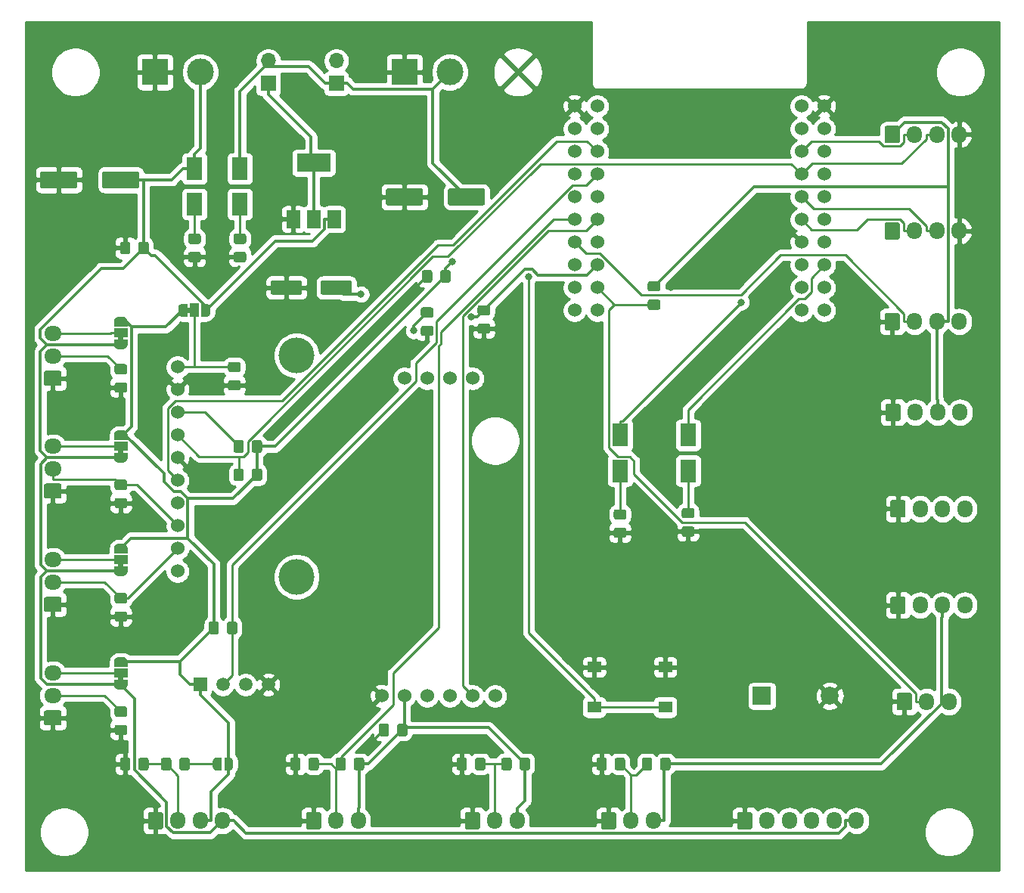
<source format=gbr>
G04 #@! TF.GenerationSoftware,KiCad,Pcbnew,5.1.5-52549c5~84~ubuntu18.04.1*
G04 #@! TF.CreationDate,2020-02-02T15:04:15+01:00*
G04 #@! TF.ProjectId,autopool,6175746f-706f-46f6-9c2e-6b696361645f,rev?*
G04 #@! TF.SameCoordinates,Original*
G04 #@! TF.FileFunction,Copper,L1,Top*
G04 #@! TF.FilePolarity,Positive*
%FSLAX46Y46*%
G04 Gerber Fmt 4.6, Leading zero omitted, Abs format (unit mm)*
G04 Created by KiCad (PCBNEW 5.1.5-52549c5~84~ubuntu18.04.1) date 2020-02-02 15:04:15*
%MOMM*%
%LPD*%
G04 APERTURE LIST*
%ADD10C,0.100000*%
%ADD11R,1.800000X2.500000*%
%ADD12O,1.700000X1.950000*%
%ADD13O,1.700000X1.700000*%
%ADD14R,1.700000X1.700000*%
%ADD15C,3.000000*%
%ADD16R,3.000000X3.000000*%
%ADD17R,1.500000X2.000000*%
%ADD18R,3.800000X2.000000*%
%ADD19R,1.000000X1.500000*%
%ADD20R,1.500000X1.000000*%
%ADD21C,1.524000*%
%ADD22C,1.500000*%
%ADD23R,1.500000X1.500000*%
%ADD24O,1.950000X1.700000*%
%ADD25C,4.000000*%
%ADD26R,1.550000X1.300000*%
%ADD27C,2.000000*%
%ADD28R,2.000000X2.000000*%
%ADD29C,0.800000*%
%ADD30C,0.250000*%
%ADD31C,0.350000*%
%ADD32C,0.254000*%
G04 APERTURE END LIST*
D10*
G36*
X94955000Y-75900000D02*
G01*
X95455000Y-75900000D01*
X95455000Y-76500000D01*
X94955000Y-76500000D01*
X94955000Y-75900000D01*
G37*
G36*
X87330000Y-117740000D02*
G01*
X87330000Y-117240000D01*
X87930000Y-117240000D01*
X87930000Y-117740000D01*
X87330000Y-117740000D01*
G37*
G36*
X87330000Y-105040000D02*
G01*
X87330000Y-104540000D01*
X87930000Y-104540000D01*
X87930000Y-105040000D01*
X87330000Y-105040000D01*
G37*
G36*
X87330000Y-92340000D02*
G01*
X87330000Y-91840000D01*
X87930000Y-91840000D01*
X87930000Y-92340000D01*
X87330000Y-92340000D01*
G37*
G36*
X87330000Y-79640000D02*
G01*
X87330000Y-79140000D01*
X87930000Y-79140000D01*
X87930000Y-79640000D01*
X87330000Y-79640000D01*
G37*
G04 #@! TA.AperFunction,SMDPad,CuDef*
G36*
X151604505Y-100391204D02*
G01*
X151628773Y-100394804D01*
X151652572Y-100400765D01*
X151675671Y-100409030D01*
X151697850Y-100419520D01*
X151718893Y-100432132D01*
X151738599Y-100446747D01*
X151756777Y-100463223D01*
X151773253Y-100481401D01*
X151787868Y-100501107D01*
X151800480Y-100522150D01*
X151810970Y-100544329D01*
X151819235Y-100567428D01*
X151825196Y-100591227D01*
X151828796Y-100615495D01*
X151830000Y-100639999D01*
X151830000Y-101290001D01*
X151828796Y-101314505D01*
X151825196Y-101338773D01*
X151819235Y-101362572D01*
X151810970Y-101385671D01*
X151800480Y-101407850D01*
X151787868Y-101428893D01*
X151773253Y-101448599D01*
X151756777Y-101466777D01*
X151738599Y-101483253D01*
X151718893Y-101497868D01*
X151697850Y-101510480D01*
X151675671Y-101520970D01*
X151652572Y-101529235D01*
X151628773Y-101535196D01*
X151604505Y-101538796D01*
X151580001Y-101540000D01*
X150679999Y-101540000D01*
X150655495Y-101538796D01*
X150631227Y-101535196D01*
X150607428Y-101529235D01*
X150584329Y-101520970D01*
X150562150Y-101510480D01*
X150541107Y-101497868D01*
X150521401Y-101483253D01*
X150503223Y-101466777D01*
X150486747Y-101448599D01*
X150472132Y-101428893D01*
X150459520Y-101407850D01*
X150449030Y-101385671D01*
X150440765Y-101362572D01*
X150434804Y-101338773D01*
X150431204Y-101314505D01*
X150430000Y-101290001D01*
X150430000Y-100639999D01*
X150431204Y-100615495D01*
X150434804Y-100591227D01*
X150440765Y-100567428D01*
X150449030Y-100544329D01*
X150459520Y-100522150D01*
X150472132Y-100501107D01*
X150486747Y-100481401D01*
X150503223Y-100463223D01*
X150521401Y-100446747D01*
X150541107Y-100432132D01*
X150562150Y-100419520D01*
X150584329Y-100409030D01*
X150607428Y-100400765D01*
X150631227Y-100394804D01*
X150655495Y-100391204D01*
X150679999Y-100390000D01*
X151580001Y-100390000D01*
X151604505Y-100391204D01*
G37*
G04 #@! TD.AperFunction*
G04 #@! TA.AperFunction,SMDPad,CuDef*
G36*
X151604505Y-98341204D02*
G01*
X151628773Y-98344804D01*
X151652572Y-98350765D01*
X151675671Y-98359030D01*
X151697850Y-98369520D01*
X151718893Y-98382132D01*
X151738599Y-98396747D01*
X151756777Y-98413223D01*
X151773253Y-98431401D01*
X151787868Y-98451107D01*
X151800480Y-98472150D01*
X151810970Y-98494329D01*
X151819235Y-98517428D01*
X151825196Y-98541227D01*
X151828796Y-98565495D01*
X151830000Y-98589999D01*
X151830000Y-99240001D01*
X151828796Y-99264505D01*
X151825196Y-99288773D01*
X151819235Y-99312572D01*
X151810970Y-99335671D01*
X151800480Y-99357850D01*
X151787868Y-99378893D01*
X151773253Y-99398599D01*
X151756777Y-99416777D01*
X151738599Y-99433253D01*
X151718893Y-99447868D01*
X151697850Y-99460480D01*
X151675671Y-99470970D01*
X151652572Y-99479235D01*
X151628773Y-99485196D01*
X151604505Y-99488796D01*
X151580001Y-99490000D01*
X150679999Y-99490000D01*
X150655495Y-99488796D01*
X150631227Y-99485196D01*
X150607428Y-99479235D01*
X150584329Y-99470970D01*
X150562150Y-99460480D01*
X150541107Y-99447868D01*
X150521401Y-99433253D01*
X150503223Y-99416777D01*
X150486747Y-99398599D01*
X150472132Y-99378893D01*
X150459520Y-99357850D01*
X150449030Y-99335671D01*
X150440765Y-99312572D01*
X150434804Y-99288773D01*
X150431204Y-99264505D01*
X150430000Y-99240001D01*
X150430000Y-98589999D01*
X150431204Y-98565495D01*
X150434804Y-98541227D01*
X150440765Y-98517428D01*
X150449030Y-98494329D01*
X150459520Y-98472150D01*
X150472132Y-98451107D01*
X150486747Y-98431401D01*
X150503223Y-98413223D01*
X150521401Y-98396747D01*
X150541107Y-98382132D01*
X150562150Y-98369520D01*
X150584329Y-98359030D01*
X150607428Y-98350765D01*
X150631227Y-98344804D01*
X150655495Y-98341204D01*
X150679999Y-98340000D01*
X151580001Y-98340000D01*
X151604505Y-98341204D01*
G37*
G04 #@! TD.AperFunction*
D11*
X151130000Y-90170000D03*
X151130000Y-94170000D03*
D12*
X169980000Y-133350000D03*
X167480000Y-133350000D03*
X164980000Y-133350000D03*
X162480000Y-133350000D03*
X159980000Y-133350000D03*
G04 #@! TA.AperFunction,ComponentPad*
D10*
G36*
X158104504Y-132376204D02*
G01*
X158128773Y-132379804D01*
X158152571Y-132385765D01*
X158175671Y-132394030D01*
X158197849Y-132404520D01*
X158218893Y-132417133D01*
X158238598Y-132431747D01*
X158256777Y-132448223D01*
X158273253Y-132466402D01*
X158287867Y-132486107D01*
X158300480Y-132507151D01*
X158310970Y-132529329D01*
X158319235Y-132552429D01*
X158325196Y-132576227D01*
X158328796Y-132600496D01*
X158330000Y-132625000D01*
X158330000Y-134075000D01*
X158328796Y-134099504D01*
X158325196Y-134123773D01*
X158319235Y-134147571D01*
X158310970Y-134170671D01*
X158300480Y-134192849D01*
X158287867Y-134213893D01*
X158273253Y-134233598D01*
X158256777Y-134251777D01*
X158238598Y-134268253D01*
X158218893Y-134282867D01*
X158197849Y-134295480D01*
X158175671Y-134305970D01*
X158152571Y-134314235D01*
X158128773Y-134320196D01*
X158104504Y-134323796D01*
X158080000Y-134325000D01*
X156880000Y-134325000D01*
X156855496Y-134323796D01*
X156831227Y-134320196D01*
X156807429Y-134314235D01*
X156784329Y-134305970D01*
X156762151Y-134295480D01*
X156741107Y-134282867D01*
X156721402Y-134268253D01*
X156703223Y-134251777D01*
X156686747Y-134233598D01*
X156672133Y-134213893D01*
X156659520Y-134192849D01*
X156649030Y-134170671D01*
X156640765Y-134147571D01*
X156634804Y-134123773D01*
X156631204Y-134099504D01*
X156630000Y-134075000D01*
X156630000Y-132625000D01*
X156631204Y-132600496D01*
X156634804Y-132576227D01*
X156640765Y-132552429D01*
X156649030Y-132529329D01*
X156659520Y-132507151D01*
X156672133Y-132486107D01*
X156686747Y-132466402D01*
X156703223Y-132448223D01*
X156721402Y-132431747D01*
X156741107Y-132417133D01*
X156762151Y-132404520D01*
X156784329Y-132394030D01*
X156807429Y-132385765D01*
X156831227Y-132379804D01*
X156855496Y-132376204D01*
X156880000Y-132375000D01*
X158080000Y-132375000D01*
X158104504Y-132376204D01*
G37*
G04 #@! TD.AperFunction*
D12*
X181490000Y-56515000D03*
X178990000Y-56515000D03*
X176490000Y-56515000D03*
G04 #@! TA.AperFunction,ComponentPad*
D10*
G36*
X174614504Y-55541204D02*
G01*
X174638773Y-55544804D01*
X174662571Y-55550765D01*
X174685671Y-55559030D01*
X174707849Y-55569520D01*
X174728893Y-55582133D01*
X174748598Y-55596747D01*
X174766777Y-55613223D01*
X174783253Y-55631402D01*
X174797867Y-55651107D01*
X174810480Y-55672151D01*
X174820970Y-55694329D01*
X174829235Y-55717429D01*
X174835196Y-55741227D01*
X174838796Y-55765496D01*
X174840000Y-55790000D01*
X174840000Y-57240000D01*
X174838796Y-57264504D01*
X174835196Y-57288773D01*
X174829235Y-57312571D01*
X174820970Y-57335671D01*
X174810480Y-57357849D01*
X174797867Y-57378893D01*
X174783253Y-57398598D01*
X174766777Y-57416777D01*
X174748598Y-57433253D01*
X174728893Y-57447867D01*
X174707849Y-57460480D01*
X174685671Y-57470970D01*
X174662571Y-57479235D01*
X174638773Y-57485196D01*
X174614504Y-57488796D01*
X174590000Y-57490000D01*
X173390000Y-57490000D01*
X173365496Y-57488796D01*
X173341227Y-57485196D01*
X173317429Y-57479235D01*
X173294329Y-57470970D01*
X173272151Y-57460480D01*
X173251107Y-57447867D01*
X173231402Y-57433253D01*
X173213223Y-57416777D01*
X173196747Y-57398598D01*
X173182133Y-57378893D01*
X173169520Y-57357849D01*
X173159030Y-57335671D01*
X173150765Y-57312571D01*
X173144804Y-57288773D01*
X173141204Y-57264504D01*
X173140000Y-57240000D01*
X173140000Y-55790000D01*
X173141204Y-55765496D01*
X173144804Y-55741227D01*
X173150765Y-55717429D01*
X173159030Y-55694329D01*
X173169520Y-55672151D01*
X173182133Y-55651107D01*
X173196747Y-55631402D01*
X173213223Y-55613223D01*
X173231402Y-55596747D01*
X173251107Y-55582133D01*
X173272151Y-55569520D01*
X173294329Y-55559030D01*
X173317429Y-55550765D01*
X173341227Y-55544804D01*
X173365496Y-55541204D01*
X173390000Y-55540000D01*
X174590000Y-55540000D01*
X174614504Y-55541204D01*
G37*
G04 #@! TD.AperFunction*
G04 #@! TA.AperFunction,SMDPad,CuDef*
G36*
X107684504Y-72861204D02*
G01*
X107708773Y-72864804D01*
X107732571Y-72870765D01*
X107755671Y-72879030D01*
X107777849Y-72889520D01*
X107798893Y-72902133D01*
X107818598Y-72916747D01*
X107836777Y-72933223D01*
X107853253Y-72951402D01*
X107867867Y-72971107D01*
X107880480Y-72992151D01*
X107890970Y-73014329D01*
X107899235Y-73037429D01*
X107905196Y-73061227D01*
X107908796Y-73085496D01*
X107910000Y-73110000D01*
X107910000Y-74210000D01*
X107908796Y-74234504D01*
X107905196Y-74258773D01*
X107899235Y-74282571D01*
X107890970Y-74305671D01*
X107880480Y-74327849D01*
X107867867Y-74348893D01*
X107853253Y-74368598D01*
X107836777Y-74386777D01*
X107818598Y-74403253D01*
X107798893Y-74417867D01*
X107777849Y-74430480D01*
X107755671Y-74440970D01*
X107732571Y-74449235D01*
X107708773Y-74455196D01*
X107684504Y-74458796D01*
X107660000Y-74460000D01*
X104660000Y-74460000D01*
X104635496Y-74458796D01*
X104611227Y-74455196D01*
X104587429Y-74449235D01*
X104564329Y-74440970D01*
X104542151Y-74430480D01*
X104521107Y-74417867D01*
X104501402Y-74403253D01*
X104483223Y-74386777D01*
X104466747Y-74368598D01*
X104452133Y-74348893D01*
X104439520Y-74327849D01*
X104429030Y-74305671D01*
X104420765Y-74282571D01*
X104414804Y-74258773D01*
X104411204Y-74234504D01*
X104410000Y-74210000D01*
X104410000Y-73110000D01*
X104411204Y-73085496D01*
X104414804Y-73061227D01*
X104420765Y-73037429D01*
X104429030Y-73014329D01*
X104439520Y-72992151D01*
X104452133Y-72971107D01*
X104466747Y-72951402D01*
X104483223Y-72933223D01*
X104501402Y-72916747D01*
X104521107Y-72902133D01*
X104542151Y-72889520D01*
X104564329Y-72879030D01*
X104587429Y-72870765D01*
X104611227Y-72864804D01*
X104635496Y-72861204D01*
X104660000Y-72860000D01*
X107660000Y-72860000D01*
X107684504Y-72861204D01*
G37*
G04 #@! TD.AperFunction*
G04 #@! TA.AperFunction,SMDPad,CuDef*
G36*
X113284504Y-72861204D02*
G01*
X113308773Y-72864804D01*
X113332571Y-72870765D01*
X113355671Y-72879030D01*
X113377849Y-72889520D01*
X113398893Y-72902133D01*
X113418598Y-72916747D01*
X113436777Y-72933223D01*
X113453253Y-72951402D01*
X113467867Y-72971107D01*
X113480480Y-72992151D01*
X113490970Y-73014329D01*
X113499235Y-73037429D01*
X113505196Y-73061227D01*
X113508796Y-73085496D01*
X113510000Y-73110000D01*
X113510000Y-74210000D01*
X113508796Y-74234504D01*
X113505196Y-74258773D01*
X113499235Y-74282571D01*
X113490970Y-74305671D01*
X113480480Y-74327849D01*
X113467867Y-74348893D01*
X113453253Y-74368598D01*
X113436777Y-74386777D01*
X113418598Y-74403253D01*
X113398893Y-74417867D01*
X113377849Y-74430480D01*
X113355671Y-74440970D01*
X113332571Y-74449235D01*
X113308773Y-74455196D01*
X113284504Y-74458796D01*
X113260000Y-74460000D01*
X110260000Y-74460000D01*
X110235496Y-74458796D01*
X110211227Y-74455196D01*
X110187429Y-74449235D01*
X110164329Y-74440970D01*
X110142151Y-74430480D01*
X110121107Y-74417867D01*
X110101402Y-74403253D01*
X110083223Y-74386777D01*
X110066747Y-74368598D01*
X110052133Y-74348893D01*
X110039520Y-74327849D01*
X110029030Y-74305671D01*
X110020765Y-74282571D01*
X110014804Y-74258773D01*
X110011204Y-74234504D01*
X110010000Y-74210000D01*
X110010000Y-73110000D01*
X110011204Y-73085496D01*
X110014804Y-73061227D01*
X110020765Y-73037429D01*
X110029030Y-73014329D01*
X110039520Y-72992151D01*
X110052133Y-72971107D01*
X110066747Y-72951402D01*
X110083223Y-72933223D01*
X110101402Y-72916747D01*
X110121107Y-72902133D01*
X110142151Y-72889520D01*
X110164329Y-72879030D01*
X110187429Y-72870765D01*
X110211227Y-72864804D01*
X110235496Y-72861204D01*
X110260000Y-72860000D01*
X113260000Y-72860000D01*
X113284504Y-72861204D01*
G37*
G04 #@! TD.AperFunction*
G04 #@! TA.AperFunction,SMDPad,CuDef*
G36*
X128744505Y-77676204D02*
G01*
X128768773Y-77679804D01*
X128792572Y-77685765D01*
X128815671Y-77694030D01*
X128837850Y-77704520D01*
X128858893Y-77717132D01*
X128878599Y-77731747D01*
X128896777Y-77748223D01*
X128913253Y-77766401D01*
X128927868Y-77786107D01*
X128940480Y-77807150D01*
X128950970Y-77829329D01*
X128959235Y-77852428D01*
X128965196Y-77876227D01*
X128968796Y-77900495D01*
X128970000Y-77924999D01*
X128970000Y-78575001D01*
X128968796Y-78599505D01*
X128965196Y-78623773D01*
X128959235Y-78647572D01*
X128950970Y-78670671D01*
X128940480Y-78692850D01*
X128927868Y-78713893D01*
X128913253Y-78733599D01*
X128896777Y-78751777D01*
X128878599Y-78768253D01*
X128858893Y-78782868D01*
X128837850Y-78795480D01*
X128815671Y-78805970D01*
X128792572Y-78814235D01*
X128768773Y-78820196D01*
X128744505Y-78823796D01*
X128720001Y-78825000D01*
X127819999Y-78825000D01*
X127795495Y-78823796D01*
X127771227Y-78820196D01*
X127747428Y-78814235D01*
X127724329Y-78805970D01*
X127702150Y-78795480D01*
X127681107Y-78782868D01*
X127661401Y-78768253D01*
X127643223Y-78751777D01*
X127626747Y-78733599D01*
X127612132Y-78713893D01*
X127599520Y-78692850D01*
X127589030Y-78670671D01*
X127580765Y-78647572D01*
X127574804Y-78623773D01*
X127571204Y-78599505D01*
X127570000Y-78575001D01*
X127570000Y-77924999D01*
X127571204Y-77900495D01*
X127574804Y-77876227D01*
X127580765Y-77852428D01*
X127589030Y-77829329D01*
X127599520Y-77807150D01*
X127612132Y-77786107D01*
X127626747Y-77766401D01*
X127643223Y-77748223D01*
X127661401Y-77731747D01*
X127681107Y-77717132D01*
X127702150Y-77704520D01*
X127724329Y-77694030D01*
X127747428Y-77685765D01*
X127771227Y-77679804D01*
X127795495Y-77676204D01*
X127819999Y-77675000D01*
X128720001Y-77675000D01*
X128744505Y-77676204D01*
G37*
G04 #@! TD.AperFunction*
G04 #@! TA.AperFunction,SMDPad,CuDef*
G36*
X128744505Y-75626204D02*
G01*
X128768773Y-75629804D01*
X128792572Y-75635765D01*
X128815671Y-75644030D01*
X128837850Y-75654520D01*
X128858893Y-75667132D01*
X128878599Y-75681747D01*
X128896777Y-75698223D01*
X128913253Y-75716401D01*
X128927868Y-75736107D01*
X128940480Y-75757150D01*
X128950970Y-75779329D01*
X128959235Y-75802428D01*
X128965196Y-75826227D01*
X128968796Y-75850495D01*
X128970000Y-75874999D01*
X128970000Y-76525001D01*
X128968796Y-76549505D01*
X128965196Y-76573773D01*
X128959235Y-76597572D01*
X128950970Y-76620671D01*
X128940480Y-76642850D01*
X128927868Y-76663893D01*
X128913253Y-76683599D01*
X128896777Y-76701777D01*
X128878599Y-76718253D01*
X128858893Y-76732868D01*
X128837850Y-76745480D01*
X128815671Y-76755970D01*
X128792572Y-76764235D01*
X128768773Y-76770196D01*
X128744505Y-76773796D01*
X128720001Y-76775000D01*
X127819999Y-76775000D01*
X127795495Y-76773796D01*
X127771227Y-76770196D01*
X127747428Y-76764235D01*
X127724329Y-76755970D01*
X127702150Y-76745480D01*
X127681107Y-76732868D01*
X127661401Y-76718253D01*
X127643223Y-76701777D01*
X127626747Y-76683599D01*
X127612132Y-76663893D01*
X127599520Y-76642850D01*
X127589030Y-76620671D01*
X127580765Y-76597572D01*
X127574804Y-76573773D01*
X127571204Y-76549505D01*
X127570000Y-76525001D01*
X127570000Y-75874999D01*
X127571204Y-75850495D01*
X127574804Y-75826227D01*
X127580765Y-75802428D01*
X127589030Y-75779329D01*
X127599520Y-75757150D01*
X127612132Y-75736107D01*
X127626747Y-75716401D01*
X127643223Y-75698223D01*
X127661401Y-75681747D01*
X127681107Y-75667132D01*
X127702150Y-75654520D01*
X127724329Y-75644030D01*
X127747428Y-75635765D01*
X127771227Y-75629804D01*
X127795495Y-75626204D01*
X127819999Y-75625000D01*
X128720001Y-75625000D01*
X128744505Y-75626204D01*
G37*
G04 #@! TD.AperFunction*
D11*
X143510000Y-90170000D03*
X143510000Y-94170000D03*
X100965000Y-60325000D03*
X100965000Y-64325000D03*
D13*
X104140000Y-48260000D03*
D14*
X104140000Y-50800000D03*
D15*
X124460000Y-49530000D03*
D16*
X119380000Y-49530000D03*
D11*
X95885000Y-60325000D03*
X95885000Y-64325000D03*
G04 #@! TA.AperFunction,SMDPad,CuDef*
D10*
G36*
X143984505Y-100536204D02*
G01*
X144008773Y-100539804D01*
X144032572Y-100545765D01*
X144055671Y-100554030D01*
X144077850Y-100564520D01*
X144098893Y-100577132D01*
X144118599Y-100591747D01*
X144136777Y-100608223D01*
X144153253Y-100626401D01*
X144167868Y-100646107D01*
X144180480Y-100667150D01*
X144190970Y-100689329D01*
X144199235Y-100712428D01*
X144205196Y-100736227D01*
X144208796Y-100760495D01*
X144210000Y-100784999D01*
X144210000Y-101435001D01*
X144208796Y-101459505D01*
X144205196Y-101483773D01*
X144199235Y-101507572D01*
X144190970Y-101530671D01*
X144180480Y-101552850D01*
X144167868Y-101573893D01*
X144153253Y-101593599D01*
X144136777Y-101611777D01*
X144118599Y-101628253D01*
X144098893Y-101642868D01*
X144077850Y-101655480D01*
X144055671Y-101665970D01*
X144032572Y-101674235D01*
X144008773Y-101680196D01*
X143984505Y-101683796D01*
X143960001Y-101685000D01*
X143059999Y-101685000D01*
X143035495Y-101683796D01*
X143011227Y-101680196D01*
X142987428Y-101674235D01*
X142964329Y-101665970D01*
X142942150Y-101655480D01*
X142921107Y-101642868D01*
X142901401Y-101628253D01*
X142883223Y-101611777D01*
X142866747Y-101593599D01*
X142852132Y-101573893D01*
X142839520Y-101552850D01*
X142829030Y-101530671D01*
X142820765Y-101507572D01*
X142814804Y-101483773D01*
X142811204Y-101459505D01*
X142810000Y-101435001D01*
X142810000Y-100784999D01*
X142811204Y-100760495D01*
X142814804Y-100736227D01*
X142820765Y-100712428D01*
X142829030Y-100689329D01*
X142839520Y-100667150D01*
X142852132Y-100646107D01*
X142866747Y-100626401D01*
X142883223Y-100608223D01*
X142901401Y-100591747D01*
X142921107Y-100577132D01*
X142942150Y-100564520D01*
X142964329Y-100554030D01*
X142987428Y-100545765D01*
X143011227Y-100539804D01*
X143035495Y-100536204D01*
X143059999Y-100535000D01*
X143960001Y-100535000D01*
X143984505Y-100536204D01*
G37*
G04 #@! TD.AperFunction*
G04 #@! TA.AperFunction,SMDPad,CuDef*
G36*
X143984505Y-98486204D02*
G01*
X144008773Y-98489804D01*
X144032572Y-98495765D01*
X144055671Y-98504030D01*
X144077850Y-98514520D01*
X144098893Y-98527132D01*
X144118599Y-98541747D01*
X144136777Y-98558223D01*
X144153253Y-98576401D01*
X144167868Y-98596107D01*
X144180480Y-98617150D01*
X144190970Y-98639329D01*
X144199235Y-98662428D01*
X144205196Y-98686227D01*
X144208796Y-98710495D01*
X144210000Y-98734999D01*
X144210000Y-99385001D01*
X144208796Y-99409505D01*
X144205196Y-99433773D01*
X144199235Y-99457572D01*
X144190970Y-99480671D01*
X144180480Y-99502850D01*
X144167868Y-99523893D01*
X144153253Y-99543599D01*
X144136777Y-99561777D01*
X144118599Y-99578253D01*
X144098893Y-99592868D01*
X144077850Y-99605480D01*
X144055671Y-99615970D01*
X144032572Y-99624235D01*
X144008773Y-99630196D01*
X143984505Y-99633796D01*
X143960001Y-99635000D01*
X143059999Y-99635000D01*
X143035495Y-99633796D01*
X143011227Y-99630196D01*
X142987428Y-99624235D01*
X142964329Y-99615970D01*
X142942150Y-99605480D01*
X142921107Y-99592868D01*
X142901401Y-99578253D01*
X142883223Y-99561777D01*
X142866747Y-99543599D01*
X142852132Y-99523893D01*
X142839520Y-99502850D01*
X142829030Y-99480671D01*
X142820765Y-99457572D01*
X142814804Y-99433773D01*
X142811204Y-99409505D01*
X142810000Y-99385001D01*
X142810000Y-98734999D01*
X142811204Y-98710495D01*
X142814804Y-98686227D01*
X142820765Y-98662428D01*
X142829030Y-98639329D01*
X142839520Y-98617150D01*
X142852132Y-98596107D01*
X142866747Y-98576401D01*
X142883223Y-98558223D01*
X142901401Y-98541747D01*
X142921107Y-98527132D01*
X142942150Y-98514520D01*
X142964329Y-98504030D01*
X142987428Y-98495765D01*
X143011227Y-98489804D01*
X143035495Y-98486204D01*
X143059999Y-98485000D01*
X143960001Y-98485000D01*
X143984505Y-98486204D01*
G37*
G04 #@! TD.AperFunction*
G04 #@! TA.AperFunction,SMDPad,CuDef*
G36*
X101439505Y-69666204D02*
G01*
X101463773Y-69669804D01*
X101487572Y-69675765D01*
X101510671Y-69684030D01*
X101532850Y-69694520D01*
X101553893Y-69707132D01*
X101573599Y-69721747D01*
X101591777Y-69738223D01*
X101608253Y-69756401D01*
X101622868Y-69776107D01*
X101635480Y-69797150D01*
X101645970Y-69819329D01*
X101654235Y-69842428D01*
X101660196Y-69866227D01*
X101663796Y-69890495D01*
X101665000Y-69914999D01*
X101665000Y-70565001D01*
X101663796Y-70589505D01*
X101660196Y-70613773D01*
X101654235Y-70637572D01*
X101645970Y-70660671D01*
X101635480Y-70682850D01*
X101622868Y-70703893D01*
X101608253Y-70723599D01*
X101591777Y-70741777D01*
X101573599Y-70758253D01*
X101553893Y-70772868D01*
X101532850Y-70785480D01*
X101510671Y-70795970D01*
X101487572Y-70804235D01*
X101463773Y-70810196D01*
X101439505Y-70813796D01*
X101415001Y-70815000D01*
X100514999Y-70815000D01*
X100490495Y-70813796D01*
X100466227Y-70810196D01*
X100442428Y-70804235D01*
X100419329Y-70795970D01*
X100397150Y-70785480D01*
X100376107Y-70772868D01*
X100356401Y-70758253D01*
X100338223Y-70741777D01*
X100321747Y-70723599D01*
X100307132Y-70703893D01*
X100294520Y-70682850D01*
X100284030Y-70660671D01*
X100275765Y-70637572D01*
X100269804Y-70613773D01*
X100266204Y-70589505D01*
X100265000Y-70565001D01*
X100265000Y-69914999D01*
X100266204Y-69890495D01*
X100269804Y-69866227D01*
X100275765Y-69842428D01*
X100284030Y-69819329D01*
X100294520Y-69797150D01*
X100307132Y-69776107D01*
X100321747Y-69756401D01*
X100338223Y-69738223D01*
X100356401Y-69721747D01*
X100376107Y-69707132D01*
X100397150Y-69694520D01*
X100419329Y-69684030D01*
X100442428Y-69675765D01*
X100466227Y-69669804D01*
X100490495Y-69666204D01*
X100514999Y-69665000D01*
X101415001Y-69665000D01*
X101439505Y-69666204D01*
G37*
G04 #@! TD.AperFunction*
G04 #@! TA.AperFunction,SMDPad,CuDef*
G36*
X101439505Y-67616204D02*
G01*
X101463773Y-67619804D01*
X101487572Y-67625765D01*
X101510671Y-67634030D01*
X101532850Y-67644520D01*
X101553893Y-67657132D01*
X101573599Y-67671747D01*
X101591777Y-67688223D01*
X101608253Y-67706401D01*
X101622868Y-67726107D01*
X101635480Y-67747150D01*
X101645970Y-67769329D01*
X101654235Y-67792428D01*
X101660196Y-67816227D01*
X101663796Y-67840495D01*
X101665000Y-67864999D01*
X101665000Y-68515001D01*
X101663796Y-68539505D01*
X101660196Y-68563773D01*
X101654235Y-68587572D01*
X101645970Y-68610671D01*
X101635480Y-68632850D01*
X101622868Y-68653893D01*
X101608253Y-68673599D01*
X101591777Y-68691777D01*
X101573599Y-68708253D01*
X101553893Y-68722868D01*
X101532850Y-68735480D01*
X101510671Y-68745970D01*
X101487572Y-68754235D01*
X101463773Y-68760196D01*
X101439505Y-68763796D01*
X101415001Y-68765000D01*
X100514999Y-68765000D01*
X100490495Y-68763796D01*
X100466227Y-68760196D01*
X100442428Y-68754235D01*
X100419329Y-68745970D01*
X100397150Y-68735480D01*
X100376107Y-68722868D01*
X100356401Y-68708253D01*
X100338223Y-68691777D01*
X100321747Y-68673599D01*
X100307132Y-68653893D01*
X100294520Y-68632850D01*
X100284030Y-68610671D01*
X100275765Y-68587572D01*
X100269804Y-68563773D01*
X100266204Y-68539505D01*
X100265000Y-68515001D01*
X100265000Y-67864999D01*
X100266204Y-67840495D01*
X100269804Y-67816227D01*
X100275765Y-67792428D01*
X100284030Y-67769329D01*
X100294520Y-67747150D01*
X100307132Y-67726107D01*
X100321747Y-67706401D01*
X100338223Y-67688223D01*
X100356401Y-67671747D01*
X100376107Y-67657132D01*
X100397150Y-67644520D01*
X100419329Y-67634030D01*
X100442428Y-67625765D01*
X100466227Y-67619804D01*
X100490495Y-67616204D01*
X100514999Y-67615000D01*
X101415001Y-67615000D01*
X101439505Y-67616204D01*
G37*
G04 #@! TD.AperFunction*
G04 #@! TA.AperFunction,SMDPad,CuDef*
G36*
X101169505Y-90741204D02*
G01*
X101193773Y-90744804D01*
X101217572Y-90750765D01*
X101240671Y-90759030D01*
X101262850Y-90769520D01*
X101283893Y-90782132D01*
X101303599Y-90796747D01*
X101321777Y-90813223D01*
X101338253Y-90831401D01*
X101352868Y-90851107D01*
X101365480Y-90872150D01*
X101375970Y-90894329D01*
X101384235Y-90917428D01*
X101390196Y-90941227D01*
X101393796Y-90965495D01*
X101395000Y-90989999D01*
X101395000Y-91890001D01*
X101393796Y-91914505D01*
X101390196Y-91938773D01*
X101384235Y-91962572D01*
X101375970Y-91985671D01*
X101365480Y-92007850D01*
X101352868Y-92028893D01*
X101338253Y-92048599D01*
X101321777Y-92066777D01*
X101303599Y-92083253D01*
X101283893Y-92097868D01*
X101262850Y-92110480D01*
X101240671Y-92120970D01*
X101217572Y-92129235D01*
X101193773Y-92135196D01*
X101169505Y-92138796D01*
X101145001Y-92140000D01*
X100494999Y-92140000D01*
X100470495Y-92138796D01*
X100446227Y-92135196D01*
X100422428Y-92129235D01*
X100399329Y-92120970D01*
X100377150Y-92110480D01*
X100356107Y-92097868D01*
X100336401Y-92083253D01*
X100318223Y-92066777D01*
X100301747Y-92048599D01*
X100287132Y-92028893D01*
X100274520Y-92007850D01*
X100264030Y-91985671D01*
X100255765Y-91962572D01*
X100249804Y-91938773D01*
X100246204Y-91914505D01*
X100245000Y-91890001D01*
X100245000Y-90989999D01*
X100246204Y-90965495D01*
X100249804Y-90941227D01*
X100255765Y-90917428D01*
X100264030Y-90894329D01*
X100274520Y-90872150D01*
X100287132Y-90851107D01*
X100301747Y-90831401D01*
X100318223Y-90813223D01*
X100336401Y-90796747D01*
X100356107Y-90782132D01*
X100377150Y-90769520D01*
X100399329Y-90759030D01*
X100422428Y-90750765D01*
X100446227Y-90744804D01*
X100470495Y-90741204D01*
X100494999Y-90740000D01*
X101145001Y-90740000D01*
X101169505Y-90741204D01*
G37*
G04 #@! TD.AperFunction*
G04 #@! TA.AperFunction,SMDPad,CuDef*
G36*
X103219505Y-90741204D02*
G01*
X103243773Y-90744804D01*
X103267572Y-90750765D01*
X103290671Y-90759030D01*
X103312850Y-90769520D01*
X103333893Y-90782132D01*
X103353599Y-90796747D01*
X103371777Y-90813223D01*
X103388253Y-90831401D01*
X103402868Y-90851107D01*
X103415480Y-90872150D01*
X103425970Y-90894329D01*
X103434235Y-90917428D01*
X103440196Y-90941227D01*
X103443796Y-90965495D01*
X103445000Y-90989999D01*
X103445000Y-91890001D01*
X103443796Y-91914505D01*
X103440196Y-91938773D01*
X103434235Y-91962572D01*
X103425970Y-91985671D01*
X103415480Y-92007850D01*
X103402868Y-92028893D01*
X103388253Y-92048599D01*
X103371777Y-92066777D01*
X103353599Y-92083253D01*
X103333893Y-92097868D01*
X103312850Y-92110480D01*
X103290671Y-92120970D01*
X103267572Y-92129235D01*
X103243773Y-92135196D01*
X103219505Y-92138796D01*
X103195001Y-92140000D01*
X102544999Y-92140000D01*
X102520495Y-92138796D01*
X102496227Y-92135196D01*
X102472428Y-92129235D01*
X102449329Y-92120970D01*
X102427150Y-92110480D01*
X102406107Y-92097868D01*
X102386401Y-92083253D01*
X102368223Y-92066777D01*
X102351747Y-92048599D01*
X102337132Y-92028893D01*
X102324520Y-92007850D01*
X102314030Y-91985671D01*
X102305765Y-91962572D01*
X102299804Y-91938773D01*
X102296204Y-91914505D01*
X102295000Y-91890001D01*
X102295000Y-90989999D01*
X102296204Y-90965495D01*
X102299804Y-90941227D01*
X102305765Y-90917428D01*
X102314030Y-90894329D01*
X102324520Y-90872150D01*
X102337132Y-90851107D01*
X102351747Y-90831401D01*
X102368223Y-90813223D01*
X102386401Y-90796747D01*
X102406107Y-90782132D01*
X102427150Y-90769520D01*
X102449329Y-90759030D01*
X102472428Y-90750765D01*
X102496227Y-90744804D01*
X102520495Y-90741204D01*
X102544999Y-90740000D01*
X103195001Y-90740000D01*
X103219505Y-90741204D01*
G37*
G04 #@! TD.AperFunction*
G04 #@! TA.AperFunction,SMDPad,CuDef*
G36*
X101169505Y-93916204D02*
G01*
X101193773Y-93919804D01*
X101217572Y-93925765D01*
X101240671Y-93934030D01*
X101262850Y-93944520D01*
X101283893Y-93957132D01*
X101303599Y-93971747D01*
X101321777Y-93988223D01*
X101338253Y-94006401D01*
X101352868Y-94026107D01*
X101365480Y-94047150D01*
X101375970Y-94069329D01*
X101384235Y-94092428D01*
X101390196Y-94116227D01*
X101393796Y-94140495D01*
X101395000Y-94164999D01*
X101395000Y-95065001D01*
X101393796Y-95089505D01*
X101390196Y-95113773D01*
X101384235Y-95137572D01*
X101375970Y-95160671D01*
X101365480Y-95182850D01*
X101352868Y-95203893D01*
X101338253Y-95223599D01*
X101321777Y-95241777D01*
X101303599Y-95258253D01*
X101283893Y-95272868D01*
X101262850Y-95285480D01*
X101240671Y-95295970D01*
X101217572Y-95304235D01*
X101193773Y-95310196D01*
X101169505Y-95313796D01*
X101145001Y-95315000D01*
X100494999Y-95315000D01*
X100470495Y-95313796D01*
X100446227Y-95310196D01*
X100422428Y-95304235D01*
X100399329Y-95295970D01*
X100377150Y-95285480D01*
X100356107Y-95272868D01*
X100336401Y-95258253D01*
X100318223Y-95241777D01*
X100301747Y-95223599D01*
X100287132Y-95203893D01*
X100274520Y-95182850D01*
X100264030Y-95160671D01*
X100255765Y-95137572D01*
X100249804Y-95113773D01*
X100246204Y-95089505D01*
X100245000Y-95065001D01*
X100245000Y-94164999D01*
X100246204Y-94140495D01*
X100249804Y-94116227D01*
X100255765Y-94092428D01*
X100264030Y-94069329D01*
X100274520Y-94047150D01*
X100287132Y-94026107D01*
X100301747Y-94006401D01*
X100318223Y-93988223D01*
X100336401Y-93971747D01*
X100356107Y-93957132D01*
X100377150Y-93944520D01*
X100399329Y-93934030D01*
X100422428Y-93925765D01*
X100446227Y-93919804D01*
X100470495Y-93916204D01*
X100494999Y-93915000D01*
X101145001Y-93915000D01*
X101169505Y-93916204D01*
G37*
G04 #@! TD.AperFunction*
G04 #@! TA.AperFunction,SMDPad,CuDef*
G36*
X103219505Y-93916204D02*
G01*
X103243773Y-93919804D01*
X103267572Y-93925765D01*
X103290671Y-93934030D01*
X103312850Y-93944520D01*
X103333893Y-93957132D01*
X103353599Y-93971747D01*
X103371777Y-93988223D01*
X103388253Y-94006401D01*
X103402868Y-94026107D01*
X103415480Y-94047150D01*
X103425970Y-94069329D01*
X103434235Y-94092428D01*
X103440196Y-94116227D01*
X103443796Y-94140495D01*
X103445000Y-94164999D01*
X103445000Y-95065001D01*
X103443796Y-95089505D01*
X103440196Y-95113773D01*
X103434235Y-95137572D01*
X103425970Y-95160671D01*
X103415480Y-95182850D01*
X103402868Y-95203893D01*
X103388253Y-95223599D01*
X103371777Y-95241777D01*
X103353599Y-95258253D01*
X103333893Y-95272868D01*
X103312850Y-95285480D01*
X103290671Y-95295970D01*
X103267572Y-95304235D01*
X103243773Y-95310196D01*
X103219505Y-95313796D01*
X103195001Y-95315000D01*
X102544999Y-95315000D01*
X102520495Y-95313796D01*
X102496227Y-95310196D01*
X102472428Y-95304235D01*
X102449329Y-95295970D01*
X102427150Y-95285480D01*
X102406107Y-95272868D01*
X102386401Y-95258253D01*
X102368223Y-95241777D01*
X102351747Y-95223599D01*
X102337132Y-95203893D01*
X102324520Y-95182850D01*
X102314030Y-95160671D01*
X102305765Y-95137572D01*
X102299804Y-95113773D01*
X102296204Y-95089505D01*
X102295000Y-95065001D01*
X102295000Y-94164999D01*
X102296204Y-94140495D01*
X102299804Y-94116227D01*
X102305765Y-94092428D01*
X102314030Y-94069329D01*
X102324520Y-94047150D01*
X102337132Y-94026107D01*
X102351747Y-94006401D01*
X102368223Y-93988223D01*
X102386401Y-93971747D01*
X102406107Y-93957132D01*
X102427150Y-93944520D01*
X102449329Y-93934030D01*
X102472428Y-93925765D01*
X102496227Y-93919804D01*
X102520495Y-93916204D01*
X102544999Y-93915000D01*
X103195001Y-93915000D01*
X103219505Y-93916204D01*
G37*
G04 #@! TD.AperFunction*
G04 #@! TA.AperFunction,SMDPad,CuDef*
G36*
X96359505Y-69666204D02*
G01*
X96383773Y-69669804D01*
X96407572Y-69675765D01*
X96430671Y-69684030D01*
X96452850Y-69694520D01*
X96473893Y-69707132D01*
X96493599Y-69721747D01*
X96511777Y-69738223D01*
X96528253Y-69756401D01*
X96542868Y-69776107D01*
X96555480Y-69797150D01*
X96565970Y-69819329D01*
X96574235Y-69842428D01*
X96580196Y-69866227D01*
X96583796Y-69890495D01*
X96585000Y-69914999D01*
X96585000Y-70565001D01*
X96583796Y-70589505D01*
X96580196Y-70613773D01*
X96574235Y-70637572D01*
X96565970Y-70660671D01*
X96555480Y-70682850D01*
X96542868Y-70703893D01*
X96528253Y-70723599D01*
X96511777Y-70741777D01*
X96493599Y-70758253D01*
X96473893Y-70772868D01*
X96452850Y-70785480D01*
X96430671Y-70795970D01*
X96407572Y-70804235D01*
X96383773Y-70810196D01*
X96359505Y-70813796D01*
X96335001Y-70815000D01*
X95434999Y-70815000D01*
X95410495Y-70813796D01*
X95386227Y-70810196D01*
X95362428Y-70804235D01*
X95339329Y-70795970D01*
X95317150Y-70785480D01*
X95296107Y-70772868D01*
X95276401Y-70758253D01*
X95258223Y-70741777D01*
X95241747Y-70723599D01*
X95227132Y-70703893D01*
X95214520Y-70682850D01*
X95204030Y-70660671D01*
X95195765Y-70637572D01*
X95189804Y-70613773D01*
X95186204Y-70589505D01*
X95185000Y-70565001D01*
X95185000Y-69914999D01*
X95186204Y-69890495D01*
X95189804Y-69866227D01*
X95195765Y-69842428D01*
X95204030Y-69819329D01*
X95214520Y-69797150D01*
X95227132Y-69776107D01*
X95241747Y-69756401D01*
X95258223Y-69738223D01*
X95276401Y-69721747D01*
X95296107Y-69707132D01*
X95317150Y-69694520D01*
X95339329Y-69684030D01*
X95362428Y-69675765D01*
X95386227Y-69669804D01*
X95410495Y-69666204D01*
X95434999Y-69665000D01*
X96335001Y-69665000D01*
X96359505Y-69666204D01*
G37*
G04 #@! TD.AperFunction*
G04 #@! TA.AperFunction,SMDPad,CuDef*
G36*
X96359505Y-67616204D02*
G01*
X96383773Y-67619804D01*
X96407572Y-67625765D01*
X96430671Y-67634030D01*
X96452850Y-67644520D01*
X96473893Y-67657132D01*
X96493599Y-67671747D01*
X96511777Y-67688223D01*
X96528253Y-67706401D01*
X96542868Y-67726107D01*
X96555480Y-67747150D01*
X96565970Y-67769329D01*
X96574235Y-67792428D01*
X96580196Y-67816227D01*
X96583796Y-67840495D01*
X96585000Y-67864999D01*
X96585000Y-68515001D01*
X96583796Y-68539505D01*
X96580196Y-68563773D01*
X96574235Y-68587572D01*
X96565970Y-68610671D01*
X96555480Y-68632850D01*
X96542868Y-68653893D01*
X96528253Y-68673599D01*
X96511777Y-68691777D01*
X96493599Y-68708253D01*
X96473893Y-68722868D01*
X96452850Y-68735480D01*
X96430671Y-68745970D01*
X96407572Y-68754235D01*
X96383773Y-68760196D01*
X96359505Y-68763796D01*
X96335001Y-68765000D01*
X95434999Y-68765000D01*
X95410495Y-68763796D01*
X95386227Y-68760196D01*
X95362428Y-68754235D01*
X95339329Y-68745970D01*
X95317150Y-68735480D01*
X95296107Y-68722868D01*
X95276401Y-68708253D01*
X95258223Y-68691777D01*
X95241747Y-68673599D01*
X95227132Y-68653893D01*
X95214520Y-68632850D01*
X95204030Y-68610671D01*
X95195765Y-68587572D01*
X95189804Y-68563773D01*
X95186204Y-68539505D01*
X95185000Y-68515001D01*
X95185000Y-67864999D01*
X95186204Y-67840495D01*
X95189804Y-67816227D01*
X95195765Y-67792428D01*
X95204030Y-67769329D01*
X95214520Y-67747150D01*
X95227132Y-67726107D01*
X95241747Y-67706401D01*
X95258223Y-67688223D01*
X95276401Y-67671747D01*
X95296107Y-67657132D01*
X95317150Y-67644520D01*
X95339329Y-67634030D01*
X95362428Y-67625765D01*
X95386227Y-67619804D01*
X95410495Y-67616204D01*
X95434999Y-67615000D01*
X96335001Y-67615000D01*
X96359505Y-67616204D01*
G37*
G04 #@! TD.AperFunction*
G04 #@! TA.AperFunction,SMDPad,CuDef*
G36*
X100434505Y-111061204D02*
G01*
X100458773Y-111064804D01*
X100482572Y-111070765D01*
X100505671Y-111079030D01*
X100527850Y-111089520D01*
X100548893Y-111102132D01*
X100568599Y-111116747D01*
X100586777Y-111133223D01*
X100603253Y-111151401D01*
X100617868Y-111171107D01*
X100630480Y-111192150D01*
X100640970Y-111214329D01*
X100649235Y-111237428D01*
X100655196Y-111261227D01*
X100658796Y-111285495D01*
X100660000Y-111309999D01*
X100660000Y-112210001D01*
X100658796Y-112234505D01*
X100655196Y-112258773D01*
X100649235Y-112282572D01*
X100640970Y-112305671D01*
X100630480Y-112327850D01*
X100617868Y-112348893D01*
X100603253Y-112368599D01*
X100586777Y-112386777D01*
X100568599Y-112403253D01*
X100548893Y-112417868D01*
X100527850Y-112430480D01*
X100505671Y-112440970D01*
X100482572Y-112449235D01*
X100458773Y-112455196D01*
X100434505Y-112458796D01*
X100410001Y-112460000D01*
X99759999Y-112460000D01*
X99735495Y-112458796D01*
X99711227Y-112455196D01*
X99687428Y-112449235D01*
X99664329Y-112440970D01*
X99642150Y-112430480D01*
X99621107Y-112417868D01*
X99601401Y-112403253D01*
X99583223Y-112386777D01*
X99566747Y-112368599D01*
X99552132Y-112348893D01*
X99539520Y-112327850D01*
X99529030Y-112305671D01*
X99520765Y-112282572D01*
X99514804Y-112258773D01*
X99511204Y-112234505D01*
X99510000Y-112210001D01*
X99510000Y-111309999D01*
X99511204Y-111285495D01*
X99514804Y-111261227D01*
X99520765Y-111237428D01*
X99529030Y-111214329D01*
X99539520Y-111192150D01*
X99552132Y-111171107D01*
X99566747Y-111151401D01*
X99583223Y-111133223D01*
X99601401Y-111116747D01*
X99621107Y-111102132D01*
X99642150Y-111089520D01*
X99664329Y-111079030D01*
X99687428Y-111070765D01*
X99711227Y-111064804D01*
X99735495Y-111061204D01*
X99759999Y-111060000D01*
X100410001Y-111060000D01*
X100434505Y-111061204D01*
G37*
G04 #@! TD.AperFunction*
G04 #@! TA.AperFunction,SMDPad,CuDef*
G36*
X98384505Y-111061204D02*
G01*
X98408773Y-111064804D01*
X98432572Y-111070765D01*
X98455671Y-111079030D01*
X98477850Y-111089520D01*
X98498893Y-111102132D01*
X98518599Y-111116747D01*
X98536777Y-111133223D01*
X98553253Y-111151401D01*
X98567868Y-111171107D01*
X98580480Y-111192150D01*
X98590970Y-111214329D01*
X98599235Y-111237428D01*
X98605196Y-111261227D01*
X98608796Y-111285495D01*
X98610000Y-111309999D01*
X98610000Y-112210001D01*
X98608796Y-112234505D01*
X98605196Y-112258773D01*
X98599235Y-112282572D01*
X98590970Y-112305671D01*
X98580480Y-112327850D01*
X98567868Y-112348893D01*
X98553253Y-112368599D01*
X98536777Y-112386777D01*
X98518599Y-112403253D01*
X98498893Y-112417868D01*
X98477850Y-112430480D01*
X98455671Y-112440970D01*
X98432572Y-112449235D01*
X98408773Y-112455196D01*
X98384505Y-112458796D01*
X98360001Y-112460000D01*
X97709999Y-112460000D01*
X97685495Y-112458796D01*
X97661227Y-112455196D01*
X97637428Y-112449235D01*
X97614329Y-112440970D01*
X97592150Y-112430480D01*
X97571107Y-112417868D01*
X97551401Y-112403253D01*
X97533223Y-112386777D01*
X97516747Y-112368599D01*
X97502132Y-112348893D01*
X97489520Y-112327850D01*
X97479030Y-112305671D01*
X97470765Y-112282572D01*
X97464804Y-112258773D01*
X97461204Y-112234505D01*
X97460000Y-112210001D01*
X97460000Y-111309999D01*
X97461204Y-111285495D01*
X97464804Y-111261227D01*
X97470765Y-111237428D01*
X97479030Y-111214329D01*
X97489520Y-111192150D01*
X97502132Y-111171107D01*
X97516747Y-111151401D01*
X97533223Y-111133223D01*
X97551401Y-111116747D01*
X97571107Y-111102132D01*
X97592150Y-111089520D01*
X97614329Y-111079030D01*
X97637428Y-111070765D01*
X97661227Y-111064804D01*
X97685495Y-111061204D01*
X97709999Y-111060000D01*
X98360001Y-111060000D01*
X98384505Y-111061204D01*
G37*
G04 #@! TD.AperFunction*
G04 #@! TA.AperFunction,SMDPad,CuDef*
G36*
X147794505Y-74991204D02*
G01*
X147818773Y-74994804D01*
X147842572Y-75000765D01*
X147865671Y-75009030D01*
X147887850Y-75019520D01*
X147908893Y-75032132D01*
X147928599Y-75046747D01*
X147946777Y-75063223D01*
X147963253Y-75081401D01*
X147977868Y-75101107D01*
X147990480Y-75122150D01*
X148000970Y-75144329D01*
X148009235Y-75167428D01*
X148015196Y-75191227D01*
X148018796Y-75215495D01*
X148020000Y-75239999D01*
X148020000Y-75890001D01*
X148018796Y-75914505D01*
X148015196Y-75938773D01*
X148009235Y-75962572D01*
X148000970Y-75985671D01*
X147990480Y-76007850D01*
X147977868Y-76028893D01*
X147963253Y-76048599D01*
X147946777Y-76066777D01*
X147928599Y-76083253D01*
X147908893Y-76097868D01*
X147887850Y-76110480D01*
X147865671Y-76120970D01*
X147842572Y-76129235D01*
X147818773Y-76135196D01*
X147794505Y-76138796D01*
X147770001Y-76140000D01*
X146869999Y-76140000D01*
X146845495Y-76138796D01*
X146821227Y-76135196D01*
X146797428Y-76129235D01*
X146774329Y-76120970D01*
X146752150Y-76110480D01*
X146731107Y-76097868D01*
X146711401Y-76083253D01*
X146693223Y-76066777D01*
X146676747Y-76048599D01*
X146662132Y-76028893D01*
X146649520Y-76007850D01*
X146639030Y-75985671D01*
X146630765Y-75962572D01*
X146624804Y-75938773D01*
X146621204Y-75914505D01*
X146620000Y-75890001D01*
X146620000Y-75239999D01*
X146621204Y-75215495D01*
X146624804Y-75191227D01*
X146630765Y-75167428D01*
X146639030Y-75144329D01*
X146649520Y-75122150D01*
X146662132Y-75101107D01*
X146676747Y-75081401D01*
X146693223Y-75063223D01*
X146711401Y-75046747D01*
X146731107Y-75032132D01*
X146752150Y-75019520D01*
X146774329Y-75009030D01*
X146797428Y-75000765D01*
X146821227Y-74994804D01*
X146845495Y-74991204D01*
X146869999Y-74990000D01*
X147770001Y-74990000D01*
X147794505Y-74991204D01*
G37*
G04 #@! TD.AperFunction*
G04 #@! TA.AperFunction,SMDPad,CuDef*
G36*
X147794505Y-72941204D02*
G01*
X147818773Y-72944804D01*
X147842572Y-72950765D01*
X147865671Y-72959030D01*
X147887850Y-72969520D01*
X147908893Y-72982132D01*
X147928599Y-72996747D01*
X147946777Y-73013223D01*
X147963253Y-73031401D01*
X147977868Y-73051107D01*
X147990480Y-73072150D01*
X148000970Y-73094329D01*
X148009235Y-73117428D01*
X148015196Y-73141227D01*
X148018796Y-73165495D01*
X148020000Y-73189999D01*
X148020000Y-73840001D01*
X148018796Y-73864505D01*
X148015196Y-73888773D01*
X148009235Y-73912572D01*
X148000970Y-73935671D01*
X147990480Y-73957850D01*
X147977868Y-73978893D01*
X147963253Y-73998599D01*
X147946777Y-74016777D01*
X147928599Y-74033253D01*
X147908893Y-74047868D01*
X147887850Y-74060480D01*
X147865671Y-74070970D01*
X147842572Y-74079235D01*
X147818773Y-74085196D01*
X147794505Y-74088796D01*
X147770001Y-74090000D01*
X146869999Y-74090000D01*
X146845495Y-74088796D01*
X146821227Y-74085196D01*
X146797428Y-74079235D01*
X146774329Y-74070970D01*
X146752150Y-74060480D01*
X146731107Y-74047868D01*
X146711401Y-74033253D01*
X146693223Y-74016777D01*
X146676747Y-73998599D01*
X146662132Y-73978893D01*
X146649520Y-73957850D01*
X146639030Y-73935671D01*
X146630765Y-73912572D01*
X146624804Y-73888773D01*
X146621204Y-73864505D01*
X146620000Y-73840001D01*
X146620000Y-73189999D01*
X146621204Y-73165495D01*
X146624804Y-73141227D01*
X146630765Y-73117428D01*
X146639030Y-73094329D01*
X146649520Y-73072150D01*
X146662132Y-73051107D01*
X146676747Y-73031401D01*
X146693223Y-73013223D01*
X146711401Y-72996747D01*
X146731107Y-72982132D01*
X146752150Y-72969520D01*
X146774329Y-72959030D01*
X146797428Y-72950765D01*
X146821227Y-72944804D01*
X146845495Y-72941204D01*
X146869999Y-72940000D01*
X147770001Y-72940000D01*
X147794505Y-72941204D01*
G37*
G04 #@! TD.AperFunction*
G04 #@! TA.AperFunction,SMDPad,CuDef*
G36*
X95109505Y-126301204D02*
G01*
X95133773Y-126304804D01*
X95157572Y-126310765D01*
X95180671Y-126319030D01*
X95202850Y-126329520D01*
X95223893Y-126342132D01*
X95243599Y-126356747D01*
X95261777Y-126373223D01*
X95278253Y-126391401D01*
X95292868Y-126411107D01*
X95305480Y-126432150D01*
X95315970Y-126454329D01*
X95324235Y-126477428D01*
X95330196Y-126501227D01*
X95333796Y-126525495D01*
X95335000Y-126549999D01*
X95335000Y-127450001D01*
X95333796Y-127474505D01*
X95330196Y-127498773D01*
X95324235Y-127522572D01*
X95315970Y-127545671D01*
X95305480Y-127567850D01*
X95292868Y-127588893D01*
X95278253Y-127608599D01*
X95261777Y-127626777D01*
X95243599Y-127643253D01*
X95223893Y-127657868D01*
X95202850Y-127670480D01*
X95180671Y-127680970D01*
X95157572Y-127689235D01*
X95133773Y-127695196D01*
X95109505Y-127698796D01*
X95085001Y-127700000D01*
X94434999Y-127700000D01*
X94410495Y-127698796D01*
X94386227Y-127695196D01*
X94362428Y-127689235D01*
X94339329Y-127680970D01*
X94317150Y-127670480D01*
X94296107Y-127657868D01*
X94276401Y-127643253D01*
X94258223Y-127626777D01*
X94241747Y-127608599D01*
X94227132Y-127588893D01*
X94214520Y-127567850D01*
X94204030Y-127545671D01*
X94195765Y-127522572D01*
X94189804Y-127498773D01*
X94186204Y-127474505D01*
X94185000Y-127450001D01*
X94185000Y-126549999D01*
X94186204Y-126525495D01*
X94189804Y-126501227D01*
X94195765Y-126477428D01*
X94204030Y-126454329D01*
X94214520Y-126432150D01*
X94227132Y-126411107D01*
X94241747Y-126391401D01*
X94258223Y-126373223D01*
X94276401Y-126356747D01*
X94296107Y-126342132D01*
X94317150Y-126329520D01*
X94339329Y-126319030D01*
X94362428Y-126310765D01*
X94386227Y-126304804D01*
X94410495Y-126301204D01*
X94434999Y-126300000D01*
X95085001Y-126300000D01*
X95109505Y-126301204D01*
G37*
G04 #@! TD.AperFunction*
G04 #@! TA.AperFunction,SMDPad,CuDef*
G36*
X93059505Y-126301204D02*
G01*
X93083773Y-126304804D01*
X93107572Y-126310765D01*
X93130671Y-126319030D01*
X93152850Y-126329520D01*
X93173893Y-126342132D01*
X93193599Y-126356747D01*
X93211777Y-126373223D01*
X93228253Y-126391401D01*
X93242868Y-126411107D01*
X93255480Y-126432150D01*
X93265970Y-126454329D01*
X93274235Y-126477428D01*
X93280196Y-126501227D01*
X93283796Y-126525495D01*
X93285000Y-126549999D01*
X93285000Y-127450001D01*
X93283796Y-127474505D01*
X93280196Y-127498773D01*
X93274235Y-127522572D01*
X93265970Y-127545671D01*
X93255480Y-127567850D01*
X93242868Y-127588893D01*
X93228253Y-127608599D01*
X93211777Y-127626777D01*
X93193599Y-127643253D01*
X93173893Y-127657868D01*
X93152850Y-127670480D01*
X93130671Y-127680970D01*
X93107572Y-127689235D01*
X93083773Y-127695196D01*
X93059505Y-127698796D01*
X93035001Y-127700000D01*
X92384999Y-127700000D01*
X92360495Y-127698796D01*
X92336227Y-127695196D01*
X92312428Y-127689235D01*
X92289329Y-127680970D01*
X92267150Y-127670480D01*
X92246107Y-127657868D01*
X92226401Y-127643253D01*
X92208223Y-127626777D01*
X92191747Y-127608599D01*
X92177132Y-127588893D01*
X92164520Y-127567850D01*
X92154030Y-127545671D01*
X92145765Y-127522572D01*
X92139804Y-127498773D01*
X92136204Y-127474505D01*
X92135000Y-127450001D01*
X92135000Y-126549999D01*
X92136204Y-126525495D01*
X92139804Y-126501227D01*
X92145765Y-126477428D01*
X92154030Y-126454329D01*
X92164520Y-126432150D01*
X92177132Y-126411107D01*
X92191747Y-126391401D01*
X92208223Y-126373223D01*
X92226401Y-126356747D01*
X92246107Y-126342132D01*
X92267150Y-126329520D01*
X92289329Y-126319030D01*
X92312428Y-126310765D01*
X92336227Y-126304804D01*
X92360495Y-126301204D01*
X92384999Y-126300000D01*
X93035001Y-126300000D01*
X93059505Y-126301204D01*
G37*
G04 #@! TD.AperFunction*
G04 #@! TA.AperFunction,SMDPad,CuDef*
G36*
X131159505Y-126301204D02*
G01*
X131183773Y-126304804D01*
X131207572Y-126310765D01*
X131230671Y-126319030D01*
X131252850Y-126329520D01*
X131273893Y-126342132D01*
X131293599Y-126356747D01*
X131311777Y-126373223D01*
X131328253Y-126391401D01*
X131342868Y-126411107D01*
X131355480Y-126432150D01*
X131365970Y-126454329D01*
X131374235Y-126477428D01*
X131380196Y-126501227D01*
X131383796Y-126525495D01*
X131385000Y-126549999D01*
X131385000Y-127450001D01*
X131383796Y-127474505D01*
X131380196Y-127498773D01*
X131374235Y-127522572D01*
X131365970Y-127545671D01*
X131355480Y-127567850D01*
X131342868Y-127588893D01*
X131328253Y-127608599D01*
X131311777Y-127626777D01*
X131293599Y-127643253D01*
X131273893Y-127657868D01*
X131252850Y-127670480D01*
X131230671Y-127680970D01*
X131207572Y-127689235D01*
X131183773Y-127695196D01*
X131159505Y-127698796D01*
X131135001Y-127700000D01*
X130484999Y-127700000D01*
X130460495Y-127698796D01*
X130436227Y-127695196D01*
X130412428Y-127689235D01*
X130389329Y-127680970D01*
X130367150Y-127670480D01*
X130346107Y-127657868D01*
X130326401Y-127643253D01*
X130308223Y-127626777D01*
X130291747Y-127608599D01*
X130277132Y-127588893D01*
X130264520Y-127567850D01*
X130254030Y-127545671D01*
X130245765Y-127522572D01*
X130239804Y-127498773D01*
X130236204Y-127474505D01*
X130235000Y-127450001D01*
X130235000Y-126549999D01*
X130236204Y-126525495D01*
X130239804Y-126501227D01*
X130245765Y-126477428D01*
X130254030Y-126454329D01*
X130264520Y-126432150D01*
X130277132Y-126411107D01*
X130291747Y-126391401D01*
X130308223Y-126373223D01*
X130326401Y-126356747D01*
X130346107Y-126342132D01*
X130367150Y-126329520D01*
X130389329Y-126319030D01*
X130412428Y-126310765D01*
X130436227Y-126304804D01*
X130460495Y-126301204D01*
X130484999Y-126300000D01*
X131135001Y-126300000D01*
X131159505Y-126301204D01*
G37*
G04 #@! TD.AperFunction*
G04 #@! TA.AperFunction,SMDPad,CuDef*
G36*
X133209505Y-126301204D02*
G01*
X133233773Y-126304804D01*
X133257572Y-126310765D01*
X133280671Y-126319030D01*
X133302850Y-126329520D01*
X133323893Y-126342132D01*
X133343599Y-126356747D01*
X133361777Y-126373223D01*
X133378253Y-126391401D01*
X133392868Y-126411107D01*
X133405480Y-126432150D01*
X133415970Y-126454329D01*
X133424235Y-126477428D01*
X133430196Y-126501227D01*
X133433796Y-126525495D01*
X133435000Y-126549999D01*
X133435000Y-127450001D01*
X133433796Y-127474505D01*
X133430196Y-127498773D01*
X133424235Y-127522572D01*
X133415970Y-127545671D01*
X133405480Y-127567850D01*
X133392868Y-127588893D01*
X133378253Y-127608599D01*
X133361777Y-127626777D01*
X133343599Y-127643253D01*
X133323893Y-127657868D01*
X133302850Y-127670480D01*
X133280671Y-127680970D01*
X133257572Y-127689235D01*
X133233773Y-127695196D01*
X133209505Y-127698796D01*
X133185001Y-127700000D01*
X132534999Y-127700000D01*
X132510495Y-127698796D01*
X132486227Y-127695196D01*
X132462428Y-127689235D01*
X132439329Y-127680970D01*
X132417150Y-127670480D01*
X132396107Y-127657868D01*
X132376401Y-127643253D01*
X132358223Y-127626777D01*
X132341747Y-127608599D01*
X132327132Y-127588893D01*
X132314520Y-127567850D01*
X132304030Y-127545671D01*
X132295765Y-127522572D01*
X132289804Y-127498773D01*
X132286204Y-127474505D01*
X132285000Y-127450001D01*
X132285000Y-126549999D01*
X132286204Y-126525495D01*
X132289804Y-126501227D01*
X132295765Y-126477428D01*
X132304030Y-126454329D01*
X132314520Y-126432150D01*
X132327132Y-126411107D01*
X132341747Y-126391401D01*
X132358223Y-126373223D01*
X132376401Y-126356747D01*
X132396107Y-126342132D01*
X132417150Y-126329520D01*
X132439329Y-126319030D01*
X132462428Y-126310765D01*
X132486227Y-126304804D01*
X132510495Y-126301204D01*
X132534999Y-126300000D01*
X133185001Y-126300000D01*
X133209505Y-126301204D01*
G37*
G04 #@! TD.AperFunction*
G04 #@! TA.AperFunction,SMDPad,CuDef*
G36*
X146889505Y-126301204D02*
G01*
X146913773Y-126304804D01*
X146937572Y-126310765D01*
X146960671Y-126319030D01*
X146982850Y-126329520D01*
X147003893Y-126342132D01*
X147023599Y-126356747D01*
X147041777Y-126373223D01*
X147058253Y-126391401D01*
X147072868Y-126411107D01*
X147085480Y-126432150D01*
X147095970Y-126454329D01*
X147104235Y-126477428D01*
X147110196Y-126501227D01*
X147113796Y-126525495D01*
X147115000Y-126549999D01*
X147115000Y-127450001D01*
X147113796Y-127474505D01*
X147110196Y-127498773D01*
X147104235Y-127522572D01*
X147095970Y-127545671D01*
X147085480Y-127567850D01*
X147072868Y-127588893D01*
X147058253Y-127608599D01*
X147041777Y-127626777D01*
X147023599Y-127643253D01*
X147003893Y-127657868D01*
X146982850Y-127670480D01*
X146960671Y-127680970D01*
X146937572Y-127689235D01*
X146913773Y-127695196D01*
X146889505Y-127698796D01*
X146865001Y-127700000D01*
X146214999Y-127700000D01*
X146190495Y-127698796D01*
X146166227Y-127695196D01*
X146142428Y-127689235D01*
X146119329Y-127680970D01*
X146097150Y-127670480D01*
X146076107Y-127657868D01*
X146056401Y-127643253D01*
X146038223Y-127626777D01*
X146021747Y-127608599D01*
X146007132Y-127588893D01*
X145994520Y-127567850D01*
X145984030Y-127545671D01*
X145975765Y-127522572D01*
X145969804Y-127498773D01*
X145966204Y-127474505D01*
X145965000Y-127450001D01*
X145965000Y-126549999D01*
X145966204Y-126525495D01*
X145969804Y-126501227D01*
X145975765Y-126477428D01*
X145984030Y-126454329D01*
X145994520Y-126432150D01*
X146007132Y-126411107D01*
X146021747Y-126391401D01*
X146038223Y-126373223D01*
X146056401Y-126356747D01*
X146076107Y-126342132D01*
X146097150Y-126329520D01*
X146119329Y-126319030D01*
X146142428Y-126310765D01*
X146166227Y-126304804D01*
X146190495Y-126301204D01*
X146214999Y-126300000D01*
X146865001Y-126300000D01*
X146889505Y-126301204D01*
G37*
G04 #@! TD.AperFunction*
G04 #@! TA.AperFunction,SMDPad,CuDef*
G36*
X148939505Y-126301204D02*
G01*
X148963773Y-126304804D01*
X148987572Y-126310765D01*
X149010671Y-126319030D01*
X149032850Y-126329520D01*
X149053893Y-126342132D01*
X149073599Y-126356747D01*
X149091777Y-126373223D01*
X149108253Y-126391401D01*
X149122868Y-126411107D01*
X149135480Y-126432150D01*
X149145970Y-126454329D01*
X149154235Y-126477428D01*
X149160196Y-126501227D01*
X149163796Y-126525495D01*
X149165000Y-126549999D01*
X149165000Y-127450001D01*
X149163796Y-127474505D01*
X149160196Y-127498773D01*
X149154235Y-127522572D01*
X149145970Y-127545671D01*
X149135480Y-127567850D01*
X149122868Y-127588893D01*
X149108253Y-127608599D01*
X149091777Y-127626777D01*
X149073599Y-127643253D01*
X149053893Y-127657868D01*
X149032850Y-127670480D01*
X149010671Y-127680970D01*
X148987572Y-127689235D01*
X148963773Y-127695196D01*
X148939505Y-127698796D01*
X148915001Y-127700000D01*
X148264999Y-127700000D01*
X148240495Y-127698796D01*
X148216227Y-127695196D01*
X148192428Y-127689235D01*
X148169329Y-127680970D01*
X148147150Y-127670480D01*
X148126107Y-127657868D01*
X148106401Y-127643253D01*
X148088223Y-127626777D01*
X148071747Y-127608599D01*
X148057132Y-127588893D01*
X148044520Y-127567850D01*
X148034030Y-127545671D01*
X148025765Y-127522572D01*
X148019804Y-127498773D01*
X148016204Y-127474505D01*
X148015000Y-127450001D01*
X148015000Y-126549999D01*
X148016204Y-126525495D01*
X148019804Y-126501227D01*
X148025765Y-126477428D01*
X148034030Y-126454329D01*
X148044520Y-126432150D01*
X148057132Y-126411107D01*
X148071747Y-126391401D01*
X148088223Y-126373223D01*
X148106401Y-126356747D01*
X148126107Y-126342132D01*
X148147150Y-126329520D01*
X148169329Y-126319030D01*
X148192428Y-126310765D01*
X148216227Y-126304804D01*
X148240495Y-126301204D01*
X148264999Y-126300000D01*
X148915001Y-126300000D01*
X148939505Y-126301204D01*
G37*
G04 #@! TD.AperFunction*
G04 #@! TA.AperFunction,SMDPad,CuDef*
G36*
X112599505Y-126301204D02*
G01*
X112623773Y-126304804D01*
X112647572Y-126310765D01*
X112670671Y-126319030D01*
X112692850Y-126329520D01*
X112713893Y-126342132D01*
X112733599Y-126356747D01*
X112751777Y-126373223D01*
X112768253Y-126391401D01*
X112782868Y-126411107D01*
X112795480Y-126432150D01*
X112805970Y-126454329D01*
X112814235Y-126477428D01*
X112820196Y-126501227D01*
X112823796Y-126525495D01*
X112825000Y-126549999D01*
X112825000Y-127450001D01*
X112823796Y-127474505D01*
X112820196Y-127498773D01*
X112814235Y-127522572D01*
X112805970Y-127545671D01*
X112795480Y-127567850D01*
X112782868Y-127588893D01*
X112768253Y-127608599D01*
X112751777Y-127626777D01*
X112733599Y-127643253D01*
X112713893Y-127657868D01*
X112692850Y-127670480D01*
X112670671Y-127680970D01*
X112647572Y-127689235D01*
X112623773Y-127695196D01*
X112599505Y-127698796D01*
X112575001Y-127700000D01*
X111924999Y-127700000D01*
X111900495Y-127698796D01*
X111876227Y-127695196D01*
X111852428Y-127689235D01*
X111829329Y-127680970D01*
X111807150Y-127670480D01*
X111786107Y-127657868D01*
X111766401Y-127643253D01*
X111748223Y-127626777D01*
X111731747Y-127608599D01*
X111717132Y-127588893D01*
X111704520Y-127567850D01*
X111694030Y-127545671D01*
X111685765Y-127522572D01*
X111679804Y-127498773D01*
X111676204Y-127474505D01*
X111675000Y-127450001D01*
X111675000Y-126549999D01*
X111676204Y-126525495D01*
X111679804Y-126501227D01*
X111685765Y-126477428D01*
X111694030Y-126454329D01*
X111704520Y-126432150D01*
X111717132Y-126411107D01*
X111731747Y-126391401D01*
X111748223Y-126373223D01*
X111766401Y-126356747D01*
X111786107Y-126342132D01*
X111807150Y-126329520D01*
X111829329Y-126319030D01*
X111852428Y-126310765D01*
X111876227Y-126304804D01*
X111900495Y-126301204D01*
X111924999Y-126300000D01*
X112575001Y-126300000D01*
X112599505Y-126301204D01*
G37*
G04 #@! TD.AperFunction*
G04 #@! TA.AperFunction,SMDPad,CuDef*
G36*
X114649505Y-126301204D02*
G01*
X114673773Y-126304804D01*
X114697572Y-126310765D01*
X114720671Y-126319030D01*
X114742850Y-126329520D01*
X114763893Y-126342132D01*
X114783599Y-126356747D01*
X114801777Y-126373223D01*
X114818253Y-126391401D01*
X114832868Y-126411107D01*
X114845480Y-126432150D01*
X114855970Y-126454329D01*
X114864235Y-126477428D01*
X114870196Y-126501227D01*
X114873796Y-126525495D01*
X114875000Y-126549999D01*
X114875000Y-127450001D01*
X114873796Y-127474505D01*
X114870196Y-127498773D01*
X114864235Y-127522572D01*
X114855970Y-127545671D01*
X114845480Y-127567850D01*
X114832868Y-127588893D01*
X114818253Y-127608599D01*
X114801777Y-127626777D01*
X114783599Y-127643253D01*
X114763893Y-127657868D01*
X114742850Y-127670480D01*
X114720671Y-127680970D01*
X114697572Y-127689235D01*
X114673773Y-127695196D01*
X114649505Y-127698796D01*
X114625001Y-127700000D01*
X113974999Y-127700000D01*
X113950495Y-127698796D01*
X113926227Y-127695196D01*
X113902428Y-127689235D01*
X113879329Y-127680970D01*
X113857150Y-127670480D01*
X113836107Y-127657868D01*
X113816401Y-127643253D01*
X113798223Y-127626777D01*
X113781747Y-127608599D01*
X113767132Y-127588893D01*
X113754520Y-127567850D01*
X113744030Y-127545671D01*
X113735765Y-127522572D01*
X113729804Y-127498773D01*
X113726204Y-127474505D01*
X113725000Y-127450001D01*
X113725000Y-126549999D01*
X113726204Y-126525495D01*
X113729804Y-126501227D01*
X113735765Y-126477428D01*
X113744030Y-126454329D01*
X113754520Y-126432150D01*
X113767132Y-126411107D01*
X113781747Y-126391401D01*
X113798223Y-126373223D01*
X113816401Y-126356747D01*
X113836107Y-126342132D01*
X113857150Y-126329520D01*
X113879329Y-126319030D01*
X113902428Y-126310765D01*
X113926227Y-126304804D01*
X113950495Y-126301204D01*
X113974999Y-126300000D01*
X114625001Y-126300000D01*
X114649505Y-126301204D01*
G37*
G04 #@! TD.AperFunction*
D13*
X111760000Y-48260000D03*
D14*
X111760000Y-50800000D03*
G04 #@! TA.AperFunction,SMDPad,CuDef*
D10*
G36*
X122269505Y-71691204D02*
G01*
X122293773Y-71694804D01*
X122317572Y-71700765D01*
X122340671Y-71709030D01*
X122362850Y-71719520D01*
X122383893Y-71732132D01*
X122403599Y-71746747D01*
X122421777Y-71763223D01*
X122438253Y-71781401D01*
X122452868Y-71801107D01*
X122465480Y-71822150D01*
X122475970Y-71844329D01*
X122484235Y-71867428D01*
X122490196Y-71891227D01*
X122493796Y-71915495D01*
X122495000Y-71939999D01*
X122495000Y-72840001D01*
X122493796Y-72864505D01*
X122490196Y-72888773D01*
X122484235Y-72912572D01*
X122475970Y-72935671D01*
X122465480Y-72957850D01*
X122452868Y-72978893D01*
X122438253Y-72998599D01*
X122421777Y-73016777D01*
X122403599Y-73033253D01*
X122383893Y-73047868D01*
X122362850Y-73060480D01*
X122340671Y-73070970D01*
X122317572Y-73079235D01*
X122293773Y-73085196D01*
X122269505Y-73088796D01*
X122245001Y-73090000D01*
X121594999Y-73090000D01*
X121570495Y-73088796D01*
X121546227Y-73085196D01*
X121522428Y-73079235D01*
X121499329Y-73070970D01*
X121477150Y-73060480D01*
X121456107Y-73047868D01*
X121436401Y-73033253D01*
X121418223Y-73016777D01*
X121401747Y-72998599D01*
X121387132Y-72978893D01*
X121374520Y-72957850D01*
X121364030Y-72935671D01*
X121355765Y-72912572D01*
X121349804Y-72888773D01*
X121346204Y-72864505D01*
X121345000Y-72840001D01*
X121345000Y-71939999D01*
X121346204Y-71915495D01*
X121349804Y-71891227D01*
X121355765Y-71867428D01*
X121364030Y-71844329D01*
X121374520Y-71822150D01*
X121387132Y-71801107D01*
X121401747Y-71781401D01*
X121418223Y-71763223D01*
X121436401Y-71746747D01*
X121456107Y-71732132D01*
X121477150Y-71719520D01*
X121499329Y-71709030D01*
X121522428Y-71700765D01*
X121546227Y-71694804D01*
X121570495Y-71691204D01*
X121594999Y-71690000D01*
X122245001Y-71690000D01*
X122269505Y-71691204D01*
G37*
G04 #@! TD.AperFunction*
G04 #@! TA.AperFunction,SMDPad,CuDef*
G36*
X124319505Y-71691204D02*
G01*
X124343773Y-71694804D01*
X124367572Y-71700765D01*
X124390671Y-71709030D01*
X124412850Y-71719520D01*
X124433893Y-71732132D01*
X124453599Y-71746747D01*
X124471777Y-71763223D01*
X124488253Y-71781401D01*
X124502868Y-71801107D01*
X124515480Y-71822150D01*
X124525970Y-71844329D01*
X124534235Y-71867428D01*
X124540196Y-71891227D01*
X124543796Y-71915495D01*
X124545000Y-71939999D01*
X124545000Y-72840001D01*
X124543796Y-72864505D01*
X124540196Y-72888773D01*
X124534235Y-72912572D01*
X124525970Y-72935671D01*
X124515480Y-72957850D01*
X124502868Y-72978893D01*
X124488253Y-72998599D01*
X124471777Y-73016777D01*
X124453599Y-73033253D01*
X124433893Y-73047868D01*
X124412850Y-73060480D01*
X124390671Y-73070970D01*
X124367572Y-73079235D01*
X124343773Y-73085196D01*
X124319505Y-73088796D01*
X124295001Y-73090000D01*
X123644999Y-73090000D01*
X123620495Y-73088796D01*
X123596227Y-73085196D01*
X123572428Y-73079235D01*
X123549329Y-73070970D01*
X123527150Y-73060480D01*
X123506107Y-73047868D01*
X123486401Y-73033253D01*
X123468223Y-73016777D01*
X123451747Y-72998599D01*
X123437132Y-72978893D01*
X123424520Y-72957850D01*
X123414030Y-72935671D01*
X123405765Y-72912572D01*
X123399804Y-72888773D01*
X123396204Y-72864505D01*
X123395000Y-72840001D01*
X123395000Y-71939999D01*
X123396204Y-71915495D01*
X123399804Y-71891227D01*
X123405765Y-71867428D01*
X123414030Y-71844329D01*
X123424520Y-71822150D01*
X123437132Y-71801107D01*
X123451747Y-71781401D01*
X123468223Y-71763223D01*
X123486401Y-71746747D01*
X123506107Y-71732132D01*
X123527150Y-71719520D01*
X123549329Y-71709030D01*
X123572428Y-71700765D01*
X123596227Y-71694804D01*
X123620495Y-71691204D01*
X123644999Y-71690000D01*
X124295001Y-71690000D01*
X124319505Y-71691204D01*
G37*
G04 #@! TD.AperFunction*
G04 #@! TA.AperFunction,SMDPad,CuDef*
G36*
X121229504Y-62551204D02*
G01*
X121253773Y-62554804D01*
X121277571Y-62560765D01*
X121300671Y-62569030D01*
X121322849Y-62579520D01*
X121343893Y-62592133D01*
X121363598Y-62606747D01*
X121381777Y-62623223D01*
X121398253Y-62641402D01*
X121412867Y-62661107D01*
X121425480Y-62682151D01*
X121435970Y-62704329D01*
X121444235Y-62727429D01*
X121450196Y-62751227D01*
X121453796Y-62775496D01*
X121455000Y-62800000D01*
X121455000Y-64200000D01*
X121453796Y-64224504D01*
X121450196Y-64248773D01*
X121444235Y-64272571D01*
X121435970Y-64295671D01*
X121425480Y-64317849D01*
X121412867Y-64338893D01*
X121398253Y-64358598D01*
X121381777Y-64376777D01*
X121363598Y-64393253D01*
X121343893Y-64407867D01*
X121322849Y-64420480D01*
X121300671Y-64430970D01*
X121277571Y-64439235D01*
X121253773Y-64445196D01*
X121229504Y-64448796D01*
X121205000Y-64450000D01*
X117555000Y-64450000D01*
X117530496Y-64448796D01*
X117506227Y-64445196D01*
X117482429Y-64439235D01*
X117459329Y-64430970D01*
X117437151Y-64420480D01*
X117416107Y-64407867D01*
X117396402Y-64393253D01*
X117378223Y-64376777D01*
X117361747Y-64358598D01*
X117347133Y-64338893D01*
X117334520Y-64317849D01*
X117324030Y-64295671D01*
X117315765Y-64272571D01*
X117309804Y-64248773D01*
X117306204Y-64224504D01*
X117305000Y-64200000D01*
X117305000Y-62800000D01*
X117306204Y-62775496D01*
X117309804Y-62751227D01*
X117315765Y-62727429D01*
X117324030Y-62704329D01*
X117334520Y-62682151D01*
X117347133Y-62661107D01*
X117361747Y-62641402D01*
X117378223Y-62623223D01*
X117396402Y-62606747D01*
X117416107Y-62592133D01*
X117437151Y-62579520D01*
X117459329Y-62569030D01*
X117482429Y-62560765D01*
X117506227Y-62554804D01*
X117530496Y-62551204D01*
X117555000Y-62550000D01*
X121205000Y-62550000D01*
X121229504Y-62551204D01*
G37*
G04 #@! TD.AperFunction*
G04 #@! TA.AperFunction,SMDPad,CuDef*
G36*
X128179504Y-62551204D02*
G01*
X128203773Y-62554804D01*
X128227571Y-62560765D01*
X128250671Y-62569030D01*
X128272849Y-62579520D01*
X128293893Y-62592133D01*
X128313598Y-62606747D01*
X128331777Y-62623223D01*
X128348253Y-62641402D01*
X128362867Y-62661107D01*
X128375480Y-62682151D01*
X128385970Y-62704329D01*
X128394235Y-62727429D01*
X128400196Y-62751227D01*
X128403796Y-62775496D01*
X128405000Y-62800000D01*
X128405000Y-64200000D01*
X128403796Y-64224504D01*
X128400196Y-64248773D01*
X128394235Y-64272571D01*
X128385970Y-64295671D01*
X128375480Y-64317849D01*
X128362867Y-64338893D01*
X128348253Y-64358598D01*
X128331777Y-64376777D01*
X128313598Y-64393253D01*
X128293893Y-64407867D01*
X128272849Y-64420480D01*
X128250671Y-64430970D01*
X128227571Y-64439235D01*
X128203773Y-64445196D01*
X128179504Y-64448796D01*
X128155000Y-64450000D01*
X124505000Y-64450000D01*
X124480496Y-64448796D01*
X124456227Y-64445196D01*
X124432429Y-64439235D01*
X124409329Y-64430970D01*
X124387151Y-64420480D01*
X124366107Y-64407867D01*
X124346402Y-64393253D01*
X124328223Y-64376777D01*
X124311747Y-64358598D01*
X124297133Y-64338893D01*
X124284520Y-64317849D01*
X124274030Y-64295671D01*
X124265765Y-64272571D01*
X124259804Y-64248773D01*
X124256204Y-64224504D01*
X124255000Y-64200000D01*
X124255000Y-62800000D01*
X124256204Y-62775496D01*
X124259804Y-62751227D01*
X124265765Y-62727429D01*
X124274030Y-62704329D01*
X124284520Y-62682151D01*
X124297133Y-62661107D01*
X124311747Y-62641402D01*
X124328223Y-62623223D01*
X124346402Y-62606747D01*
X124366107Y-62592133D01*
X124387151Y-62579520D01*
X124409329Y-62569030D01*
X124432429Y-62560765D01*
X124456227Y-62554804D01*
X124480496Y-62551204D01*
X124505000Y-62550000D01*
X128155000Y-62550000D01*
X128179504Y-62551204D01*
G37*
G04 #@! TD.AperFunction*
G04 #@! TA.AperFunction,SMDPad,CuDef*
G36*
X117434505Y-122491204D02*
G01*
X117458773Y-122494804D01*
X117482572Y-122500765D01*
X117505671Y-122509030D01*
X117527850Y-122519520D01*
X117548893Y-122532132D01*
X117568599Y-122546747D01*
X117586777Y-122563223D01*
X117603253Y-122581401D01*
X117617868Y-122601107D01*
X117630480Y-122622150D01*
X117640970Y-122644329D01*
X117649235Y-122667428D01*
X117655196Y-122691227D01*
X117658796Y-122715495D01*
X117660000Y-122739999D01*
X117660000Y-123640001D01*
X117658796Y-123664505D01*
X117655196Y-123688773D01*
X117649235Y-123712572D01*
X117640970Y-123735671D01*
X117630480Y-123757850D01*
X117617868Y-123778893D01*
X117603253Y-123798599D01*
X117586777Y-123816777D01*
X117568599Y-123833253D01*
X117548893Y-123847868D01*
X117527850Y-123860480D01*
X117505671Y-123870970D01*
X117482572Y-123879235D01*
X117458773Y-123885196D01*
X117434505Y-123888796D01*
X117410001Y-123890000D01*
X116759999Y-123890000D01*
X116735495Y-123888796D01*
X116711227Y-123885196D01*
X116687428Y-123879235D01*
X116664329Y-123870970D01*
X116642150Y-123860480D01*
X116621107Y-123847868D01*
X116601401Y-123833253D01*
X116583223Y-123816777D01*
X116566747Y-123798599D01*
X116552132Y-123778893D01*
X116539520Y-123757850D01*
X116529030Y-123735671D01*
X116520765Y-123712572D01*
X116514804Y-123688773D01*
X116511204Y-123664505D01*
X116510000Y-123640001D01*
X116510000Y-122739999D01*
X116511204Y-122715495D01*
X116514804Y-122691227D01*
X116520765Y-122667428D01*
X116529030Y-122644329D01*
X116539520Y-122622150D01*
X116552132Y-122601107D01*
X116566747Y-122581401D01*
X116583223Y-122563223D01*
X116601401Y-122546747D01*
X116621107Y-122532132D01*
X116642150Y-122519520D01*
X116664329Y-122509030D01*
X116687428Y-122500765D01*
X116711227Y-122494804D01*
X116735495Y-122491204D01*
X116759999Y-122490000D01*
X117410001Y-122490000D01*
X117434505Y-122491204D01*
G37*
G04 #@! TD.AperFunction*
G04 #@! TA.AperFunction,SMDPad,CuDef*
G36*
X119484505Y-122491204D02*
G01*
X119508773Y-122494804D01*
X119532572Y-122500765D01*
X119555671Y-122509030D01*
X119577850Y-122519520D01*
X119598893Y-122532132D01*
X119618599Y-122546747D01*
X119636777Y-122563223D01*
X119653253Y-122581401D01*
X119667868Y-122601107D01*
X119680480Y-122622150D01*
X119690970Y-122644329D01*
X119699235Y-122667428D01*
X119705196Y-122691227D01*
X119708796Y-122715495D01*
X119710000Y-122739999D01*
X119710000Y-123640001D01*
X119708796Y-123664505D01*
X119705196Y-123688773D01*
X119699235Y-123712572D01*
X119690970Y-123735671D01*
X119680480Y-123757850D01*
X119667868Y-123778893D01*
X119653253Y-123798599D01*
X119636777Y-123816777D01*
X119618599Y-123833253D01*
X119598893Y-123847868D01*
X119577850Y-123860480D01*
X119555671Y-123870970D01*
X119532572Y-123879235D01*
X119508773Y-123885196D01*
X119484505Y-123888796D01*
X119460001Y-123890000D01*
X118809999Y-123890000D01*
X118785495Y-123888796D01*
X118761227Y-123885196D01*
X118737428Y-123879235D01*
X118714329Y-123870970D01*
X118692150Y-123860480D01*
X118671107Y-123847868D01*
X118651401Y-123833253D01*
X118633223Y-123816777D01*
X118616747Y-123798599D01*
X118602132Y-123778893D01*
X118589520Y-123757850D01*
X118579030Y-123735671D01*
X118570765Y-123712572D01*
X118564804Y-123688773D01*
X118561204Y-123664505D01*
X118560000Y-123640001D01*
X118560000Y-122739999D01*
X118561204Y-122715495D01*
X118564804Y-122691227D01*
X118570765Y-122667428D01*
X118579030Y-122644329D01*
X118589520Y-122622150D01*
X118602132Y-122601107D01*
X118616747Y-122581401D01*
X118633223Y-122563223D01*
X118651401Y-122546747D01*
X118671107Y-122532132D01*
X118692150Y-122519520D01*
X118714329Y-122509030D01*
X118737428Y-122500765D01*
X118761227Y-122494804D01*
X118785495Y-122491204D01*
X118809999Y-122490000D01*
X119460001Y-122490000D01*
X119484505Y-122491204D01*
G37*
G04 #@! TD.AperFunction*
G04 #@! TA.AperFunction,SMDPad,CuDef*
G36*
X88469505Y-68516204D02*
G01*
X88493773Y-68519804D01*
X88517572Y-68525765D01*
X88540671Y-68534030D01*
X88562850Y-68544520D01*
X88583893Y-68557132D01*
X88603599Y-68571747D01*
X88621777Y-68588223D01*
X88638253Y-68606401D01*
X88652868Y-68626107D01*
X88665480Y-68647150D01*
X88675970Y-68669329D01*
X88684235Y-68692428D01*
X88690196Y-68716227D01*
X88693796Y-68740495D01*
X88695000Y-68764999D01*
X88695000Y-69665001D01*
X88693796Y-69689505D01*
X88690196Y-69713773D01*
X88684235Y-69737572D01*
X88675970Y-69760671D01*
X88665480Y-69782850D01*
X88652868Y-69803893D01*
X88638253Y-69823599D01*
X88621777Y-69841777D01*
X88603599Y-69858253D01*
X88583893Y-69872868D01*
X88562850Y-69885480D01*
X88540671Y-69895970D01*
X88517572Y-69904235D01*
X88493773Y-69910196D01*
X88469505Y-69913796D01*
X88445001Y-69915000D01*
X87794999Y-69915000D01*
X87770495Y-69913796D01*
X87746227Y-69910196D01*
X87722428Y-69904235D01*
X87699329Y-69895970D01*
X87677150Y-69885480D01*
X87656107Y-69872868D01*
X87636401Y-69858253D01*
X87618223Y-69841777D01*
X87601747Y-69823599D01*
X87587132Y-69803893D01*
X87574520Y-69782850D01*
X87564030Y-69760671D01*
X87555765Y-69737572D01*
X87549804Y-69713773D01*
X87546204Y-69689505D01*
X87545000Y-69665001D01*
X87545000Y-68764999D01*
X87546204Y-68740495D01*
X87549804Y-68716227D01*
X87555765Y-68692428D01*
X87564030Y-68669329D01*
X87574520Y-68647150D01*
X87587132Y-68626107D01*
X87601747Y-68606401D01*
X87618223Y-68588223D01*
X87636401Y-68571747D01*
X87656107Y-68557132D01*
X87677150Y-68544520D01*
X87699329Y-68534030D01*
X87722428Y-68525765D01*
X87746227Y-68519804D01*
X87770495Y-68516204D01*
X87794999Y-68515000D01*
X88445001Y-68515000D01*
X88469505Y-68516204D01*
G37*
G04 #@! TD.AperFunction*
G04 #@! TA.AperFunction,SMDPad,CuDef*
G36*
X90519505Y-68516204D02*
G01*
X90543773Y-68519804D01*
X90567572Y-68525765D01*
X90590671Y-68534030D01*
X90612850Y-68544520D01*
X90633893Y-68557132D01*
X90653599Y-68571747D01*
X90671777Y-68588223D01*
X90688253Y-68606401D01*
X90702868Y-68626107D01*
X90715480Y-68647150D01*
X90725970Y-68669329D01*
X90734235Y-68692428D01*
X90740196Y-68716227D01*
X90743796Y-68740495D01*
X90745000Y-68764999D01*
X90745000Y-69665001D01*
X90743796Y-69689505D01*
X90740196Y-69713773D01*
X90734235Y-69737572D01*
X90725970Y-69760671D01*
X90715480Y-69782850D01*
X90702868Y-69803893D01*
X90688253Y-69823599D01*
X90671777Y-69841777D01*
X90653599Y-69858253D01*
X90633893Y-69872868D01*
X90612850Y-69885480D01*
X90590671Y-69895970D01*
X90567572Y-69904235D01*
X90543773Y-69910196D01*
X90519505Y-69913796D01*
X90495001Y-69915000D01*
X89844999Y-69915000D01*
X89820495Y-69913796D01*
X89796227Y-69910196D01*
X89772428Y-69904235D01*
X89749329Y-69895970D01*
X89727150Y-69885480D01*
X89706107Y-69872868D01*
X89686401Y-69858253D01*
X89668223Y-69841777D01*
X89651747Y-69823599D01*
X89637132Y-69803893D01*
X89624520Y-69782850D01*
X89614030Y-69760671D01*
X89605765Y-69737572D01*
X89599804Y-69713773D01*
X89596204Y-69689505D01*
X89595000Y-69665001D01*
X89595000Y-68764999D01*
X89596204Y-68740495D01*
X89599804Y-68716227D01*
X89605765Y-68692428D01*
X89614030Y-68669329D01*
X89624520Y-68647150D01*
X89637132Y-68626107D01*
X89651747Y-68606401D01*
X89668223Y-68588223D01*
X89686401Y-68571747D01*
X89706107Y-68557132D01*
X89727150Y-68544520D01*
X89749329Y-68534030D01*
X89772428Y-68525765D01*
X89796227Y-68519804D01*
X89820495Y-68516204D01*
X89844999Y-68515000D01*
X90495001Y-68515000D01*
X90519505Y-68516204D01*
G37*
G04 #@! TD.AperFunction*
G04 #@! TA.AperFunction,SMDPad,CuDef*
G36*
X82529504Y-60646204D02*
G01*
X82553773Y-60649804D01*
X82577571Y-60655765D01*
X82600671Y-60664030D01*
X82622849Y-60674520D01*
X82643893Y-60687133D01*
X82663598Y-60701747D01*
X82681777Y-60718223D01*
X82698253Y-60736402D01*
X82712867Y-60756107D01*
X82725480Y-60777151D01*
X82735970Y-60799329D01*
X82744235Y-60822429D01*
X82750196Y-60846227D01*
X82753796Y-60870496D01*
X82755000Y-60895000D01*
X82755000Y-62295000D01*
X82753796Y-62319504D01*
X82750196Y-62343773D01*
X82744235Y-62367571D01*
X82735970Y-62390671D01*
X82725480Y-62412849D01*
X82712867Y-62433893D01*
X82698253Y-62453598D01*
X82681777Y-62471777D01*
X82663598Y-62488253D01*
X82643893Y-62502867D01*
X82622849Y-62515480D01*
X82600671Y-62525970D01*
X82577571Y-62534235D01*
X82553773Y-62540196D01*
X82529504Y-62543796D01*
X82505000Y-62545000D01*
X78855000Y-62545000D01*
X78830496Y-62543796D01*
X78806227Y-62540196D01*
X78782429Y-62534235D01*
X78759329Y-62525970D01*
X78737151Y-62515480D01*
X78716107Y-62502867D01*
X78696402Y-62488253D01*
X78678223Y-62471777D01*
X78661747Y-62453598D01*
X78647133Y-62433893D01*
X78634520Y-62412849D01*
X78624030Y-62390671D01*
X78615765Y-62367571D01*
X78609804Y-62343773D01*
X78606204Y-62319504D01*
X78605000Y-62295000D01*
X78605000Y-60895000D01*
X78606204Y-60870496D01*
X78609804Y-60846227D01*
X78615765Y-60822429D01*
X78624030Y-60799329D01*
X78634520Y-60777151D01*
X78647133Y-60756107D01*
X78661747Y-60736402D01*
X78678223Y-60718223D01*
X78696402Y-60701747D01*
X78716107Y-60687133D01*
X78737151Y-60674520D01*
X78759329Y-60664030D01*
X78782429Y-60655765D01*
X78806227Y-60649804D01*
X78830496Y-60646204D01*
X78855000Y-60645000D01*
X82505000Y-60645000D01*
X82529504Y-60646204D01*
G37*
G04 #@! TD.AperFunction*
G04 #@! TA.AperFunction,SMDPad,CuDef*
G36*
X89479504Y-60646204D02*
G01*
X89503773Y-60649804D01*
X89527571Y-60655765D01*
X89550671Y-60664030D01*
X89572849Y-60674520D01*
X89593893Y-60687133D01*
X89613598Y-60701747D01*
X89631777Y-60718223D01*
X89648253Y-60736402D01*
X89662867Y-60756107D01*
X89675480Y-60777151D01*
X89685970Y-60799329D01*
X89694235Y-60822429D01*
X89700196Y-60846227D01*
X89703796Y-60870496D01*
X89705000Y-60895000D01*
X89705000Y-62295000D01*
X89703796Y-62319504D01*
X89700196Y-62343773D01*
X89694235Y-62367571D01*
X89685970Y-62390671D01*
X89675480Y-62412849D01*
X89662867Y-62433893D01*
X89648253Y-62453598D01*
X89631777Y-62471777D01*
X89613598Y-62488253D01*
X89593893Y-62502867D01*
X89572849Y-62515480D01*
X89550671Y-62525970D01*
X89527571Y-62534235D01*
X89503773Y-62540196D01*
X89479504Y-62543796D01*
X89455000Y-62545000D01*
X85805000Y-62545000D01*
X85780496Y-62543796D01*
X85756227Y-62540196D01*
X85732429Y-62534235D01*
X85709329Y-62525970D01*
X85687151Y-62515480D01*
X85666107Y-62502867D01*
X85646402Y-62488253D01*
X85628223Y-62471777D01*
X85611747Y-62453598D01*
X85597133Y-62433893D01*
X85584520Y-62412849D01*
X85574030Y-62390671D01*
X85565765Y-62367571D01*
X85559804Y-62343773D01*
X85556204Y-62319504D01*
X85555000Y-62295000D01*
X85555000Y-60895000D01*
X85556204Y-60870496D01*
X85559804Y-60846227D01*
X85565765Y-60822429D01*
X85574030Y-60799329D01*
X85584520Y-60777151D01*
X85597133Y-60756107D01*
X85611747Y-60736402D01*
X85628223Y-60718223D01*
X85646402Y-60701747D01*
X85666107Y-60687133D01*
X85687151Y-60674520D01*
X85709329Y-60664030D01*
X85732429Y-60655765D01*
X85756227Y-60649804D01*
X85780496Y-60646204D01*
X85805000Y-60645000D01*
X89455000Y-60645000D01*
X89479504Y-60646204D01*
G37*
G04 #@! TD.AperFunction*
G04 #@! TA.AperFunction,SMDPad,CuDef*
G36*
X100804505Y-84026204D02*
G01*
X100828773Y-84029804D01*
X100852572Y-84035765D01*
X100875671Y-84044030D01*
X100897850Y-84054520D01*
X100918893Y-84067132D01*
X100938599Y-84081747D01*
X100956777Y-84098223D01*
X100973253Y-84116401D01*
X100987868Y-84136107D01*
X101000480Y-84157150D01*
X101010970Y-84179329D01*
X101019235Y-84202428D01*
X101025196Y-84226227D01*
X101028796Y-84250495D01*
X101030000Y-84274999D01*
X101030000Y-84925001D01*
X101028796Y-84949505D01*
X101025196Y-84973773D01*
X101019235Y-84997572D01*
X101010970Y-85020671D01*
X101000480Y-85042850D01*
X100987868Y-85063893D01*
X100973253Y-85083599D01*
X100956777Y-85101777D01*
X100938599Y-85118253D01*
X100918893Y-85132868D01*
X100897850Y-85145480D01*
X100875671Y-85155970D01*
X100852572Y-85164235D01*
X100828773Y-85170196D01*
X100804505Y-85173796D01*
X100780001Y-85175000D01*
X99879999Y-85175000D01*
X99855495Y-85173796D01*
X99831227Y-85170196D01*
X99807428Y-85164235D01*
X99784329Y-85155970D01*
X99762150Y-85145480D01*
X99741107Y-85132868D01*
X99721401Y-85118253D01*
X99703223Y-85101777D01*
X99686747Y-85083599D01*
X99672132Y-85063893D01*
X99659520Y-85042850D01*
X99649030Y-85020671D01*
X99640765Y-84997572D01*
X99634804Y-84973773D01*
X99631204Y-84949505D01*
X99630000Y-84925001D01*
X99630000Y-84274999D01*
X99631204Y-84250495D01*
X99634804Y-84226227D01*
X99640765Y-84202428D01*
X99649030Y-84179329D01*
X99659520Y-84157150D01*
X99672132Y-84136107D01*
X99686747Y-84116401D01*
X99703223Y-84098223D01*
X99721401Y-84081747D01*
X99741107Y-84067132D01*
X99762150Y-84054520D01*
X99784329Y-84044030D01*
X99807428Y-84035765D01*
X99831227Y-84029804D01*
X99855495Y-84026204D01*
X99879999Y-84025000D01*
X100780001Y-84025000D01*
X100804505Y-84026204D01*
G37*
G04 #@! TD.AperFunction*
G04 #@! TA.AperFunction,SMDPad,CuDef*
G36*
X100804505Y-81976204D02*
G01*
X100828773Y-81979804D01*
X100852572Y-81985765D01*
X100875671Y-81994030D01*
X100897850Y-82004520D01*
X100918893Y-82017132D01*
X100938599Y-82031747D01*
X100956777Y-82048223D01*
X100973253Y-82066401D01*
X100987868Y-82086107D01*
X101000480Y-82107150D01*
X101010970Y-82129329D01*
X101019235Y-82152428D01*
X101025196Y-82176227D01*
X101028796Y-82200495D01*
X101030000Y-82224999D01*
X101030000Y-82875001D01*
X101028796Y-82899505D01*
X101025196Y-82923773D01*
X101019235Y-82947572D01*
X101010970Y-82970671D01*
X101000480Y-82992850D01*
X100987868Y-83013893D01*
X100973253Y-83033599D01*
X100956777Y-83051777D01*
X100938599Y-83068253D01*
X100918893Y-83082868D01*
X100897850Y-83095480D01*
X100875671Y-83105970D01*
X100852572Y-83114235D01*
X100828773Y-83120196D01*
X100804505Y-83123796D01*
X100780001Y-83125000D01*
X99879999Y-83125000D01*
X99855495Y-83123796D01*
X99831227Y-83120196D01*
X99807428Y-83114235D01*
X99784329Y-83105970D01*
X99762150Y-83095480D01*
X99741107Y-83082868D01*
X99721401Y-83068253D01*
X99703223Y-83051777D01*
X99686747Y-83033599D01*
X99672132Y-83013893D01*
X99659520Y-82992850D01*
X99649030Y-82970671D01*
X99640765Y-82947572D01*
X99634804Y-82923773D01*
X99631204Y-82899505D01*
X99630000Y-82875001D01*
X99630000Y-82224999D01*
X99631204Y-82200495D01*
X99634804Y-82176227D01*
X99640765Y-82152428D01*
X99649030Y-82129329D01*
X99659520Y-82107150D01*
X99672132Y-82086107D01*
X99686747Y-82066401D01*
X99703223Y-82048223D01*
X99721401Y-82031747D01*
X99741107Y-82017132D01*
X99762150Y-82004520D01*
X99784329Y-81994030D01*
X99807428Y-81985765D01*
X99831227Y-81979804D01*
X99855495Y-81976204D01*
X99879999Y-81975000D01*
X100780001Y-81975000D01*
X100804505Y-81976204D01*
G37*
G04 #@! TD.AperFunction*
G04 #@! TA.AperFunction,SMDPad,CuDef*
G36*
X122394505Y-77921204D02*
G01*
X122418773Y-77924804D01*
X122442572Y-77930765D01*
X122465671Y-77939030D01*
X122487850Y-77949520D01*
X122508893Y-77962132D01*
X122528599Y-77976747D01*
X122546777Y-77993223D01*
X122563253Y-78011401D01*
X122577868Y-78031107D01*
X122590480Y-78052150D01*
X122600970Y-78074329D01*
X122609235Y-78097428D01*
X122615196Y-78121227D01*
X122618796Y-78145495D01*
X122620000Y-78169999D01*
X122620000Y-78820001D01*
X122618796Y-78844505D01*
X122615196Y-78868773D01*
X122609235Y-78892572D01*
X122600970Y-78915671D01*
X122590480Y-78937850D01*
X122577868Y-78958893D01*
X122563253Y-78978599D01*
X122546777Y-78996777D01*
X122528599Y-79013253D01*
X122508893Y-79027868D01*
X122487850Y-79040480D01*
X122465671Y-79050970D01*
X122442572Y-79059235D01*
X122418773Y-79065196D01*
X122394505Y-79068796D01*
X122370001Y-79070000D01*
X121469999Y-79070000D01*
X121445495Y-79068796D01*
X121421227Y-79065196D01*
X121397428Y-79059235D01*
X121374329Y-79050970D01*
X121352150Y-79040480D01*
X121331107Y-79027868D01*
X121311401Y-79013253D01*
X121293223Y-78996777D01*
X121276747Y-78978599D01*
X121262132Y-78958893D01*
X121249520Y-78937850D01*
X121239030Y-78915671D01*
X121230765Y-78892572D01*
X121224804Y-78868773D01*
X121221204Y-78844505D01*
X121220000Y-78820001D01*
X121220000Y-78169999D01*
X121221204Y-78145495D01*
X121224804Y-78121227D01*
X121230765Y-78097428D01*
X121239030Y-78074329D01*
X121249520Y-78052150D01*
X121262132Y-78031107D01*
X121276747Y-78011401D01*
X121293223Y-77993223D01*
X121311401Y-77976747D01*
X121331107Y-77962132D01*
X121352150Y-77949520D01*
X121374329Y-77939030D01*
X121397428Y-77930765D01*
X121421227Y-77924804D01*
X121445495Y-77921204D01*
X121469999Y-77920000D01*
X122370001Y-77920000D01*
X122394505Y-77921204D01*
G37*
G04 #@! TD.AperFunction*
G04 #@! TA.AperFunction,SMDPad,CuDef*
G36*
X122394505Y-75871204D02*
G01*
X122418773Y-75874804D01*
X122442572Y-75880765D01*
X122465671Y-75889030D01*
X122487850Y-75899520D01*
X122508893Y-75912132D01*
X122528599Y-75926747D01*
X122546777Y-75943223D01*
X122563253Y-75961401D01*
X122577868Y-75981107D01*
X122590480Y-76002150D01*
X122600970Y-76024329D01*
X122609235Y-76047428D01*
X122615196Y-76071227D01*
X122618796Y-76095495D01*
X122620000Y-76119999D01*
X122620000Y-76770001D01*
X122618796Y-76794505D01*
X122615196Y-76818773D01*
X122609235Y-76842572D01*
X122600970Y-76865671D01*
X122590480Y-76887850D01*
X122577868Y-76908893D01*
X122563253Y-76928599D01*
X122546777Y-76946777D01*
X122528599Y-76963253D01*
X122508893Y-76977868D01*
X122487850Y-76990480D01*
X122465671Y-77000970D01*
X122442572Y-77009235D01*
X122418773Y-77015196D01*
X122394505Y-77018796D01*
X122370001Y-77020000D01*
X121469999Y-77020000D01*
X121445495Y-77018796D01*
X121421227Y-77015196D01*
X121397428Y-77009235D01*
X121374329Y-77000970D01*
X121352150Y-76990480D01*
X121331107Y-76977868D01*
X121311401Y-76963253D01*
X121293223Y-76946777D01*
X121276747Y-76928599D01*
X121262132Y-76908893D01*
X121249520Y-76887850D01*
X121239030Y-76865671D01*
X121230765Y-76842572D01*
X121224804Y-76818773D01*
X121221204Y-76794505D01*
X121220000Y-76770001D01*
X121220000Y-76119999D01*
X121221204Y-76095495D01*
X121224804Y-76071227D01*
X121230765Y-76047428D01*
X121239030Y-76024329D01*
X121249520Y-76002150D01*
X121262132Y-75981107D01*
X121276747Y-75961401D01*
X121293223Y-75943223D01*
X121311401Y-75926747D01*
X121331107Y-75912132D01*
X121352150Y-75899520D01*
X121374329Y-75889030D01*
X121397428Y-75880765D01*
X121421227Y-75874804D01*
X121445495Y-75871204D01*
X121469999Y-75870000D01*
X122370001Y-75870000D01*
X122394505Y-75871204D01*
G37*
G04 #@! TD.AperFunction*
G04 #@! TA.AperFunction,SMDPad,CuDef*
G36*
X126154505Y-126301204D02*
G01*
X126178773Y-126304804D01*
X126202572Y-126310765D01*
X126225671Y-126319030D01*
X126247850Y-126329520D01*
X126268893Y-126342132D01*
X126288599Y-126356747D01*
X126306777Y-126373223D01*
X126323253Y-126391401D01*
X126337868Y-126411107D01*
X126350480Y-126432150D01*
X126360970Y-126454329D01*
X126369235Y-126477428D01*
X126375196Y-126501227D01*
X126378796Y-126525495D01*
X126380000Y-126549999D01*
X126380000Y-127450001D01*
X126378796Y-127474505D01*
X126375196Y-127498773D01*
X126369235Y-127522572D01*
X126360970Y-127545671D01*
X126350480Y-127567850D01*
X126337868Y-127588893D01*
X126323253Y-127608599D01*
X126306777Y-127626777D01*
X126288599Y-127643253D01*
X126268893Y-127657868D01*
X126247850Y-127670480D01*
X126225671Y-127680970D01*
X126202572Y-127689235D01*
X126178773Y-127695196D01*
X126154505Y-127698796D01*
X126130001Y-127700000D01*
X125479999Y-127700000D01*
X125455495Y-127698796D01*
X125431227Y-127695196D01*
X125407428Y-127689235D01*
X125384329Y-127680970D01*
X125362150Y-127670480D01*
X125341107Y-127657868D01*
X125321401Y-127643253D01*
X125303223Y-127626777D01*
X125286747Y-127608599D01*
X125272132Y-127588893D01*
X125259520Y-127567850D01*
X125249030Y-127545671D01*
X125240765Y-127522572D01*
X125234804Y-127498773D01*
X125231204Y-127474505D01*
X125230000Y-127450001D01*
X125230000Y-126549999D01*
X125231204Y-126525495D01*
X125234804Y-126501227D01*
X125240765Y-126477428D01*
X125249030Y-126454329D01*
X125259520Y-126432150D01*
X125272132Y-126411107D01*
X125286747Y-126391401D01*
X125303223Y-126373223D01*
X125321401Y-126356747D01*
X125341107Y-126342132D01*
X125362150Y-126329520D01*
X125384329Y-126319030D01*
X125407428Y-126310765D01*
X125431227Y-126304804D01*
X125455495Y-126301204D01*
X125479999Y-126300000D01*
X126130001Y-126300000D01*
X126154505Y-126301204D01*
G37*
G04 #@! TD.AperFunction*
G04 #@! TA.AperFunction,SMDPad,CuDef*
G36*
X128204505Y-126301204D02*
G01*
X128228773Y-126304804D01*
X128252572Y-126310765D01*
X128275671Y-126319030D01*
X128297850Y-126329520D01*
X128318893Y-126342132D01*
X128338599Y-126356747D01*
X128356777Y-126373223D01*
X128373253Y-126391401D01*
X128387868Y-126411107D01*
X128400480Y-126432150D01*
X128410970Y-126454329D01*
X128419235Y-126477428D01*
X128425196Y-126501227D01*
X128428796Y-126525495D01*
X128430000Y-126549999D01*
X128430000Y-127450001D01*
X128428796Y-127474505D01*
X128425196Y-127498773D01*
X128419235Y-127522572D01*
X128410970Y-127545671D01*
X128400480Y-127567850D01*
X128387868Y-127588893D01*
X128373253Y-127608599D01*
X128356777Y-127626777D01*
X128338599Y-127643253D01*
X128318893Y-127657868D01*
X128297850Y-127670480D01*
X128275671Y-127680970D01*
X128252572Y-127689235D01*
X128228773Y-127695196D01*
X128204505Y-127698796D01*
X128180001Y-127700000D01*
X127529999Y-127700000D01*
X127505495Y-127698796D01*
X127481227Y-127695196D01*
X127457428Y-127689235D01*
X127434329Y-127680970D01*
X127412150Y-127670480D01*
X127391107Y-127657868D01*
X127371401Y-127643253D01*
X127353223Y-127626777D01*
X127336747Y-127608599D01*
X127322132Y-127588893D01*
X127309520Y-127567850D01*
X127299030Y-127545671D01*
X127290765Y-127522572D01*
X127284804Y-127498773D01*
X127281204Y-127474505D01*
X127280000Y-127450001D01*
X127280000Y-126549999D01*
X127281204Y-126525495D01*
X127284804Y-126501227D01*
X127290765Y-126477428D01*
X127299030Y-126454329D01*
X127309520Y-126432150D01*
X127322132Y-126411107D01*
X127336747Y-126391401D01*
X127353223Y-126373223D01*
X127371401Y-126356747D01*
X127391107Y-126342132D01*
X127412150Y-126329520D01*
X127434329Y-126319030D01*
X127457428Y-126310765D01*
X127481227Y-126304804D01*
X127505495Y-126301204D01*
X127529999Y-126300000D01*
X128180001Y-126300000D01*
X128204505Y-126301204D01*
G37*
G04 #@! TD.AperFunction*
G04 #@! TA.AperFunction,SMDPad,CuDef*
G36*
X141809505Y-126301204D02*
G01*
X141833773Y-126304804D01*
X141857572Y-126310765D01*
X141880671Y-126319030D01*
X141902850Y-126329520D01*
X141923893Y-126342132D01*
X141943599Y-126356747D01*
X141961777Y-126373223D01*
X141978253Y-126391401D01*
X141992868Y-126411107D01*
X142005480Y-126432150D01*
X142015970Y-126454329D01*
X142024235Y-126477428D01*
X142030196Y-126501227D01*
X142033796Y-126525495D01*
X142035000Y-126549999D01*
X142035000Y-127450001D01*
X142033796Y-127474505D01*
X142030196Y-127498773D01*
X142024235Y-127522572D01*
X142015970Y-127545671D01*
X142005480Y-127567850D01*
X141992868Y-127588893D01*
X141978253Y-127608599D01*
X141961777Y-127626777D01*
X141943599Y-127643253D01*
X141923893Y-127657868D01*
X141902850Y-127670480D01*
X141880671Y-127680970D01*
X141857572Y-127689235D01*
X141833773Y-127695196D01*
X141809505Y-127698796D01*
X141785001Y-127700000D01*
X141134999Y-127700000D01*
X141110495Y-127698796D01*
X141086227Y-127695196D01*
X141062428Y-127689235D01*
X141039329Y-127680970D01*
X141017150Y-127670480D01*
X140996107Y-127657868D01*
X140976401Y-127643253D01*
X140958223Y-127626777D01*
X140941747Y-127608599D01*
X140927132Y-127588893D01*
X140914520Y-127567850D01*
X140904030Y-127545671D01*
X140895765Y-127522572D01*
X140889804Y-127498773D01*
X140886204Y-127474505D01*
X140885000Y-127450001D01*
X140885000Y-126549999D01*
X140886204Y-126525495D01*
X140889804Y-126501227D01*
X140895765Y-126477428D01*
X140904030Y-126454329D01*
X140914520Y-126432150D01*
X140927132Y-126411107D01*
X140941747Y-126391401D01*
X140958223Y-126373223D01*
X140976401Y-126356747D01*
X140996107Y-126342132D01*
X141017150Y-126329520D01*
X141039329Y-126319030D01*
X141062428Y-126310765D01*
X141086227Y-126304804D01*
X141110495Y-126301204D01*
X141134999Y-126300000D01*
X141785001Y-126300000D01*
X141809505Y-126301204D01*
G37*
G04 #@! TD.AperFunction*
G04 #@! TA.AperFunction,SMDPad,CuDef*
G36*
X143859505Y-126301204D02*
G01*
X143883773Y-126304804D01*
X143907572Y-126310765D01*
X143930671Y-126319030D01*
X143952850Y-126329520D01*
X143973893Y-126342132D01*
X143993599Y-126356747D01*
X144011777Y-126373223D01*
X144028253Y-126391401D01*
X144042868Y-126411107D01*
X144055480Y-126432150D01*
X144065970Y-126454329D01*
X144074235Y-126477428D01*
X144080196Y-126501227D01*
X144083796Y-126525495D01*
X144085000Y-126549999D01*
X144085000Y-127450001D01*
X144083796Y-127474505D01*
X144080196Y-127498773D01*
X144074235Y-127522572D01*
X144065970Y-127545671D01*
X144055480Y-127567850D01*
X144042868Y-127588893D01*
X144028253Y-127608599D01*
X144011777Y-127626777D01*
X143993599Y-127643253D01*
X143973893Y-127657868D01*
X143952850Y-127670480D01*
X143930671Y-127680970D01*
X143907572Y-127689235D01*
X143883773Y-127695196D01*
X143859505Y-127698796D01*
X143835001Y-127700000D01*
X143184999Y-127700000D01*
X143160495Y-127698796D01*
X143136227Y-127695196D01*
X143112428Y-127689235D01*
X143089329Y-127680970D01*
X143067150Y-127670480D01*
X143046107Y-127657868D01*
X143026401Y-127643253D01*
X143008223Y-127626777D01*
X142991747Y-127608599D01*
X142977132Y-127588893D01*
X142964520Y-127567850D01*
X142954030Y-127545671D01*
X142945765Y-127522572D01*
X142939804Y-127498773D01*
X142936204Y-127474505D01*
X142935000Y-127450001D01*
X142935000Y-126549999D01*
X142936204Y-126525495D01*
X142939804Y-126501227D01*
X142945765Y-126477428D01*
X142954030Y-126454329D01*
X142964520Y-126432150D01*
X142977132Y-126411107D01*
X142991747Y-126391401D01*
X143008223Y-126373223D01*
X143026401Y-126356747D01*
X143046107Y-126342132D01*
X143067150Y-126329520D01*
X143089329Y-126319030D01*
X143112428Y-126310765D01*
X143136227Y-126304804D01*
X143160495Y-126301204D01*
X143184999Y-126300000D01*
X143835001Y-126300000D01*
X143859505Y-126301204D01*
G37*
G04 #@! TD.AperFunction*
G04 #@! TA.AperFunction,SMDPad,CuDef*
G36*
X107519505Y-126301204D02*
G01*
X107543773Y-126304804D01*
X107567572Y-126310765D01*
X107590671Y-126319030D01*
X107612850Y-126329520D01*
X107633893Y-126342132D01*
X107653599Y-126356747D01*
X107671777Y-126373223D01*
X107688253Y-126391401D01*
X107702868Y-126411107D01*
X107715480Y-126432150D01*
X107725970Y-126454329D01*
X107734235Y-126477428D01*
X107740196Y-126501227D01*
X107743796Y-126525495D01*
X107745000Y-126549999D01*
X107745000Y-127450001D01*
X107743796Y-127474505D01*
X107740196Y-127498773D01*
X107734235Y-127522572D01*
X107725970Y-127545671D01*
X107715480Y-127567850D01*
X107702868Y-127588893D01*
X107688253Y-127608599D01*
X107671777Y-127626777D01*
X107653599Y-127643253D01*
X107633893Y-127657868D01*
X107612850Y-127670480D01*
X107590671Y-127680970D01*
X107567572Y-127689235D01*
X107543773Y-127695196D01*
X107519505Y-127698796D01*
X107495001Y-127700000D01*
X106844999Y-127700000D01*
X106820495Y-127698796D01*
X106796227Y-127695196D01*
X106772428Y-127689235D01*
X106749329Y-127680970D01*
X106727150Y-127670480D01*
X106706107Y-127657868D01*
X106686401Y-127643253D01*
X106668223Y-127626777D01*
X106651747Y-127608599D01*
X106637132Y-127588893D01*
X106624520Y-127567850D01*
X106614030Y-127545671D01*
X106605765Y-127522572D01*
X106599804Y-127498773D01*
X106596204Y-127474505D01*
X106595000Y-127450001D01*
X106595000Y-126549999D01*
X106596204Y-126525495D01*
X106599804Y-126501227D01*
X106605765Y-126477428D01*
X106614030Y-126454329D01*
X106624520Y-126432150D01*
X106637132Y-126411107D01*
X106651747Y-126391401D01*
X106668223Y-126373223D01*
X106686401Y-126356747D01*
X106706107Y-126342132D01*
X106727150Y-126329520D01*
X106749329Y-126319030D01*
X106772428Y-126310765D01*
X106796227Y-126304804D01*
X106820495Y-126301204D01*
X106844999Y-126300000D01*
X107495001Y-126300000D01*
X107519505Y-126301204D01*
G37*
G04 #@! TD.AperFunction*
G04 #@! TA.AperFunction,SMDPad,CuDef*
G36*
X109569505Y-126301204D02*
G01*
X109593773Y-126304804D01*
X109617572Y-126310765D01*
X109640671Y-126319030D01*
X109662850Y-126329520D01*
X109683893Y-126342132D01*
X109703599Y-126356747D01*
X109721777Y-126373223D01*
X109738253Y-126391401D01*
X109752868Y-126411107D01*
X109765480Y-126432150D01*
X109775970Y-126454329D01*
X109784235Y-126477428D01*
X109790196Y-126501227D01*
X109793796Y-126525495D01*
X109795000Y-126549999D01*
X109795000Y-127450001D01*
X109793796Y-127474505D01*
X109790196Y-127498773D01*
X109784235Y-127522572D01*
X109775970Y-127545671D01*
X109765480Y-127567850D01*
X109752868Y-127588893D01*
X109738253Y-127608599D01*
X109721777Y-127626777D01*
X109703599Y-127643253D01*
X109683893Y-127657868D01*
X109662850Y-127670480D01*
X109640671Y-127680970D01*
X109617572Y-127689235D01*
X109593773Y-127695196D01*
X109569505Y-127698796D01*
X109545001Y-127700000D01*
X108894999Y-127700000D01*
X108870495Y-127698796D01*
X108846227Y-127695196D01*
X108822428Y-127689235D01*
X108799329Y-127680970D01*
X108777150Y-127670480D01*
X108756107Y-127657868D01*
X108736401Y-127643253D01*
X108718223Y-127626777D01*
X108701747Y-127608599D01*
X108687132Y-127588893D01*
X108674520Y-127567850D01*
X108664030Y-127545671D01*
X108655765Y-127522572D01*
X108649804Y-127498773D01*
X108646204Y-127474505D01*
X108645000Y-127450001D01*
X108645000Y-126549999D01*
X108646204Y-126525495D01*
X108649804Y-126501227D01*
X108655765Y-126477428D01*
X108664030Y-126454329D01*
X108674520Y-126432150D01*
X108687132Y-126411107D01*
X108701747Y-126391401D01*
X108718223Y-126373223D01*
X108736401Y-126356747D01*
X108756107Y-126342132D01*
X108777150Y-126329520D01*
X108799329Y-126319030D01*
X108822428Y-126310765D01*
X108846227Y-126304804D01*
X108870495Y-126301204D01*
X108894999Y-126300000D01*
X109545001Y-126300000D01*
X109569505Y-126301204D01*
G37*
G04 #@! TD.AperFunction*
G04 #@! TA.AperFunction,SMDPad,CuDef*
G36*
X88469505Y-126301204D02*
G01*
X88493773Y-126304804D01*
X88517572Y-126310765D01*
X88540671Y-126319030D01*
X88562850Y-126329520D01*
X88583893Y-126342132D01*
X88603599Y-126356747D01*
X88621777Y-126373223D01*
X88638253Y-126391401D01*
X88652868Y-126411107D01*
X88665480Y-126432150D01*
X88675970Y-126454329D01*
X88684235Y-126477428D01*
X88690196Y-126501227D01*
X88693796Y-126525495D01*
X88695000Y-126549999D01*
X88695000Y-127450001D01*
X88693796Y-127474505D01*
X88690196Y-127498773D01*
X88684235Y-127522572D01*
X88675970Y-127545671D01*
X88665480Y-127567850D01*
X88652868Y-127588893D01*
X88638253Y-127608599D01*
X88621777Y-127626777D01*
X88603599Y-127643253D01*
X88583893Y-127657868D01*
X88562850Y-127670480D01*
X88540671Y-127680970D01*
X88517572Y-127689235D01*
X88493773Y-127695196D01*
X88469505Y-127698796D01*
X88445001Y-127700000D01*
X87794999Y-127700000D01*
X87770495Y-127698796D01*
X87746227Y-127695196D01*
X87722428Y-127689235D01*
X87699329Y-127680970D01*
X87677150Y-127670480D01*
X87656107Y-127657868D01*
X87636401Y-127643253D01*
X87618223Y-127626777D01*
X87601747Y-127608599D01*
X87587132Y-127588893D01*
X87574520Y-127567850D01*
X87564030Y-127545671D01*
X87555765Y-127522572D01*
X87549804Y-127498773D01*
X87546204Y-127474505D01*
X87545000Y-127450001D01*
X87545000Y-126549999D01*
X87546204Y-126525495D01*
X87549804Y-126501227D01*
X87555765Y-126477428D01*
X87564030Y-126454329D01*
X87574520Y-126432150D01*
X87587132Y-126411107D01*
X87601747Y-126391401D01*
X87618223Y-126373223D01*
X87636401Y-126356747D01*
X87656107Y-126342132D01*
X87677150Y-126329520D01*
X87699329Y-126319030D01*
X87722428Y-126310765D01*
X87746227Y-126304804D01*
X87770495Y-126301204D01*
X87794999Y-126300000D01*
X88445001Y-126300000D01*
X88469505Y-126301204D01*
G37*
G04 #@! TD.AperFunction*
G04 #@! TA.AperFunction,SMDPad,CuDef*
G36*
X90519505Y-126301204D02*
G01*
X90543773Y-126304804D01*
X90567572Y-126310765D01*
X90590671Y-126319030D01*
X90612850Y-126329520D01*
X90633893Y-126342132D01*
X90653599Y-126356747D01*
X90671777Y-126373223D01*
X90688253Y-126391401D01*
X90702868Y-126411107D01*
X90715480Y-126432150D01*
X90725970Y-126454329D01*
X90734235Y-126477428D01*
X90740196Y-126501227D01*
X90743796Y-126525495D01*
X90745000Y-126549999D01*
X90745000Y-127450001D01*
X90743796Y-127474505D01*
X90740196Y-127498773D01*
X90734235Y-127522572D01*
X90725970Y-127545671D01*
X90715480Y-127567850D01*
X90702868Y-127588893D01*
X90688253Y-127608599D01*
X90671777Y-127626777D01*
X90653599Y-127643253D01*
X90633893Y-127657868D01*
X90612850Y-127670480D01*
X90590671Y-127680970D01*
X90567572Y-127689235D01*
X90543773Y-127695196D01*
X90519505Y-127698796D01*
X90495001Y-127700000D01*
X89844999Y-127700000D01*
X89820495Y-127698796D01*
X89796227Y-127695196D01*
X89772428Y-127689235D01*
X89749329Y-127680970D01*
X89727150Y-127670480D01*
X89706107Y-127657868D01*
X89686401Y-127643253D01*
X89668223Y-127626777D01*
X89651747Y-127608599D01*
X89637132Y-127588893D01*
X89624520Y-127567850D01*
X89614030Y-127545671D01*
X89605765Y-127522572D01*
X89599804Y-127498773D01*
X89596204Y-127474505D01*
X89595000Y-127450001D01*
X89595000Y-126549999D01*
X89596204Y-126525495D01*
X89599804Y-126501227D01*
X89605765Y-126477428D01*
X89614030Y-126454329D01*
X89624520Y-126432150D01*
X89637132Y-126411107D01*
X89651747Y-126391401D01*
X89668223Y-126373223D01*
X89686401Y-126356747D01*
X89706107Y-126342132D01*
X89727150Y-126329520D01*
X89749329Y-126319030D01*
X89772428Y-126310765D01*
X89796227Y-126304804D01*
X89820495Y-126301204D01*
X89844999Y-126300000D01*
X90495001Y-126300000D01*
X90519505Y-126301204D01*
G37*
G04 #@! TD.AperFunction*
G04 #@! TA.AperFunction,SMDPad,CuDef*
G36*
X88104505Y-122616204D02*
G01*
X88128773Y-122619804D01*
X88152572Y-122625765D01*
X88175671Y-122634030D01*
X88197850Y-122644520D01*
X88218893Y-122657132D01*
X88238599Y-122671747D01*
X88256777Y-122688223D01*
X88273253Y-122706401D01*
X88287868Y-122726107D01*
X88300480Y-122747150D01*
X88310970Y-122769329D01*
X88319235Y-122792428D01*
X88325196Y-122816227D01*
X88328796Y-122840495D01*
X88330000Y-122864999D01*
X88330000Y-123515001D01*
X88328796Y-123539505D01*
X88325196Y-123563773D01*
X88319235Y-123587572D01*
X88310970Y-123610671D01*
X88300480Y-123632850D01*
X88287868Y-123653893D01*
X88273253Y-123673599D01*
X88256777Y-123691777D01*
X88238599Y-123708253D01*
X88218893Y-123722868D01*
X88197850Y-123735480D01*
X88175671Y-123745970D01*
X88152572Y-123754235D01*
X88128773Y-123760196D01*
X88104505Y-123763796D01*
X88080001Y-123765000D01*
X87179999Y-123765000D01*
X87155495Y-123763796D01*
X87131227Y-123760196D01*
X87107428Y-123754235D01*
X87084329Y-123745970D01*
X87062150Y-123735480D01*
X87041107Y-123722868D01*
X87021401Y-123708253D01*
X87003223Y-123691777D01*
X86986747Y-123673599D01*
X86972132Y-123653893D01*
X86959520Y-123632850D01*
X86949030Y-123610671D01*
X86940765Y-123587572D01*
X86934804Y-123563773D01*
X86931204Y-123539505D01*
X86930000Y-123515001D01*
X86930000Y-122864999D01*
X86931204Y-122840495D01*
X86934804Y-122816227D01*
X86940765Y-122792428D01*
X86949030Y-122769329D01*
X86959520Y-122747150D01*
X86972132Y-122726107D01*
X86986747Y-122706401D01*
X87003223Y-122688223D01*
X87021401Y-122671747D01*
X87041107Y-122657132D01*
X87062150Y-122644520D01*
X87084329Y-122634030D01*
X87107428Y-122625765D01*
X87131227Y-122619804D01*
X87155495Y-122616204D01*
X87179999Y-122615000D01*
X88080001Y-122615000D01*
X88104505Y-122616204D01*
G37*
G04 #@! TD.AperFunction*
G04 #@! TA.AperFunction,SMDPad,CuDef*
G36*
X88104505Y-120566204D02*
G01*
X88128773Y-120569804D01*
X88152572Y-120575765D01*
X88175671Y-120584030D01*
X88197850Y-120594520D01*
X88218893Y-120607132D01*
X88238599Y-120621747D01*
X88256777Y-120638223D01*
X88273253Y-120656401D01*
X88287868Y-120676107D01*
X88300480Y-120697150D01*
X88310970Y-120719329D01*
X88319235Y-120742428D01*
X88325196Y-120766227D01*
X88328796Y-120790495D01*
X88330000Y-120814999D01*
X88330000Y-121465001D01*
X88328796Y-121489505D01*
X88325196Y-121513773D01*
X88319235Y-121537572D01*
X88310970Y-121560671D01*
X88300480Y-121582850D01*
X88287868Y-121603893D01*
X88273253Y-121623599D01*
X88256777Y-121641777D01*
X88238599Y-121658253D01*
X88218893Y-121672868D01*
X88197850Y-121685480D01*
X88175671Y-121695970D01*
X88152572Y-121704235D01*
X88128773Y-121710196D01*
X88104505Y-121713796D01*
X88080001Y-121715000D01*
X87179999Y-121715000D01*
X87155495Y-121713796D01*
X87131227Y-121710196D01*
X87107428Y-121704235D01*
X87084329Y-121695970D01*
X87062150Y-121685480D01*
X87041107Y-121672868D01*
X87021401Y-121658253D01*
X87003223Y-121641777D01*
X86986747Y-121623599D01*
X86972132Y-121603893D01*
X86959520Y-121582850D01*
X86949030Y-121560671D01*
X86940765Y-121537572D01*
X86934804Y-121513773D01*
X86931204Y-121489505D01*
X86930000Y-121465001D01*
X86930000Y-120814999D01*
X86931204Y-120790495D01*
X86934804Y-120766227D01*
X86940765Y-120742428D01*
X86949030Y-120719329D01*
X86959520Y-120697150D01*
X86972132Y-120676107D01*
X86986747Y-120656401D01*
X87003223Y-120638223D01*
X87021401Y-120621747D01*
X87041107Y-120607132D01*
X87062150Y-120594520D01*
X87084329Y-120584030D01*
X87107428Y-120575765D01*
X87131227Y-120569804D01*
X87155495Y-120566204D01*
X87179999Y-120565000D01*
X88080001Y-120565000D01*
X88104505Y-120566204D01*
G37*
G04 #@! TD.AperFunction*
G04 #@! TA.AperFunction,SMDPad,CuDef*
G36*
X88104505Y-109916204D02*
G01*
X88128773Y-109919804D01*
X88152572Y-109925765D01*
X88175671Y-109934030D01*
X88197850Y-109944520D01*
X88218893Y-109957132D01*
X88238599Y-109971747D01*
X88256777Y-109988223D01*
X88273253Y-110006401D01*
X88287868Y-110026107D01*
X88300480Y-110047150D01*
X88310970Y-110069329D01*
X88319235Y-110092428D01*
X88325196Y-110116227D01*
X88328796Y-110140495D01*
X88330000Y-110164999D01*
X88330000Y-110815001D01*
X88328796Y-110839505D01*
X88325196Y-110863773D01*
X88319235Y-110887572D01*
X88310970Y-110910671D01*
X88300480Y-110932850D01*
X88287868Y-110953893D01*
X88273253Y-110973599D01*
X88256777Y-110991777D01*
X88238599Y-111008253D01*
X88218893Y-111022868D01*
X88197850Y-111035480D01*
X88175671Y-111045970D01*
X88152572Y-111054235D01*
X88128773Y-111060196D01*
X88104505Y-111063796D01*
X88080001Y-111065000D01*
X87179999Y-111065000D01*
X87155495Y-111063796D01*
X87131227Y-111060196D01*
X87107428Y-111054235D01*
X87084329Y-111045970D01*
X87062150Y-111035480D01*
X87041107Y-111022868D01*
X87021401Y-111008253D01*
X87003223Y-110991777D01*
X86986747Y-110973599D01*
X86972132Y-110953893D01*
X86959520Y-110932850D01*
X86949030Y-110910671D01*
X86940765Y-110887572D01*
X86934804Y-110863773D01*
X86931204Y-110839505D01*
X86930000Y-110815001D01*
X86930000Y-110164999D01*
X86931204Y-110140495D01*
X86934804Y-110116227D01*
X86940765Y-110092428D01*
X86949030Y-110069329D01*
X86959520Y-110047150D01*
X86972132Y-110026107D01*
X86986747Y-110006401D01*
X87003223Y-109988223D01*
X87021401Y-109971747D01*
X87041107Y-109957132D01*
X87062150Y-109944520D01*
X87084329Y-109934030D01*
X87107428Y-109925765D01*
X87131227Y-109919804D01*
X87155495Y-109916204D01*
X87179999Y-109915000D01*
X88080001Y-109915000D01*
X88104505Y-109916204D01*
G37*
G04 #@! TD.AperFunction*
G04 #@! TA.AperFunction,SMDPad,CuDef*
G36*
X88104505Y-107866204D02*
G01*
X88128773Y-107869804D01*
X88152572Y-107875765D01*
X88175671Y-107884030D01*
X88197850Y-107894520D01*
X88218893Y-107907132D01*
X88238599Y-107921747D01*
X88256777Y-107938223D01*
X88273253Y-107956401D01*
X88287868Y-107976107D01*
X88300480Y-107997150D01*
X88310970Y-108019329D01*
X88319235Y-108042428D01*
X88325196Y-108066227D01*
X88328796Y-108090495D01*
X88330000Y-108114999D01*
X88330000Y-108765001D01*
X88328796Y-108789505D01*
X88325196Y-108813773D01*
X88319235Y-108837572D01*
X88310970Y-108860671D01*
X88300480Y-108882850D01*
X88287868Y-108903893D01*
X88273253Y-108923599D01*
X88256777Y-108941777D01*
X88238599Y-108958253D01*
X88218893Y-108972868D01*
X88197850Y-108985480D01*
X88175671Y-108995970D01*
X88152572Y-109004235D01*
X88128773Y-109010196D01*
X88104505Y-109013796D01*
X88080001Y-109015000D01*
X87179999Y-109015000D01*
X87155495Y-109013796D01*
X87131227Y-109010196D01*
X87107428Y-109004235D01*
X87084329Y-108995970D01*
X87062150Y-108985480D01*
X87041107Y-108972868D01*
X87021401Y-108958253D01*
X87003223Y-108941777D01*
X86986747Y-108923599D01*
X86972132Y-108903893D01*
X86959520Y-108882850D01*
X86949030Y-108860671D01*
X86940765Y-108837572D01*
X86934804Y-108813773D01*
X86931204Y-108789505D01*
X86930000Y-108765001D01*
X86930000Y-108114999D01*
X86931204Y-108090495D01*
X86934804Y-108066227D01*
X86940765Y-108042428D01*
X86949030Y-108019329D01*
X86959520Y-107997150D01*
X86972132Y-107976107D01*
X86986747Y-107956401D01*
X87003223Y-107938223D01*
X87021401Y-107921747D01*
X87041107Y-107907132D01*
X87062150Y-107894520D01*
X87084329Y-107884030D01*
X87107428Y-107875765D01*
X87131227Y-107869804D01*
X87155495Y-107866204D01*
X87179999Y-107865000D01*
X88080001Y-107865000D01*
X88104505Y-107866204D01*
G37*
G04 #@! TD.AperFunction*
G04 #@! TA.AperFunction,SMDPad,CuDef*
G36*
X88104505Y-97216204D02*
G01*
X88128773Y-97219804D01*
X88152572Y-97225765D01*
X88175671Y-97234030D01*
X88197850Y-97244520D01*
X88218893Y-97257132D01*
X88238599Y-97271747D01*
X88256777Y-97288223D01*
X88273253Y-97306401D01*
X88287868Y-97326107D01*
X88300480Y-97347150D01*
X88310970Y-97369329D01*
X88319235Y-97392428D01*
X88325196Y-97416227D01*
X88328796Y-97440495D01*
X88330000Y-97464999D01*
X88330000Y-98115001D01*
X88328796Y-98139505D01*
X88325196Y-98163773D01*
X88319235Y-98187572D01*
X88310970Y-98210671D01*
X88300480Y-98232850D01*
X88287868Y-98253893D01*
X88273253Y-98273599D01*
X88256777Y-98291777D01*
X88238599Y-98308253D01*
X88218893Y-98322868D01*
X88197850Y-98335480D01*
X88175671Y-98345970D01*
X88152572Y-98354235D01*
X88128773Y-98360196D01*
X88104505Y-98363796D01*
X88080001Y-98365000D01*
X87179999Y-98365000D01*
X87155495Y-98363796D01*
X87131227Y-98360196D01*
X87107428Y-98354235D01*
X87084329Y-98345970D01*
X87062150Y-98335480D01*
X87041107Y-98322868D01*
X87021401Y-98308253D01*
X87003223Y-98291777D01*
X86986747Y-98273599D01*
X86972132Y-98253893D01*
X86959520Y-98232850D01*
X86949030Y-98210671D01*
X86940765Y-98187572D01*
X86934804Y-98163773D01*
X86931204Y-98139505D01*
X86930000Y-98115001D01*
X86930000Y-97464999D01*
X86931204Y-97440495D01*
X86934804Y-97416227D01*
X86940765Y-97392428D01*
X86949030Y-97369329D01*
X86959520Y-97347150D01*
X86972132Y-97326107D01*
X86986747Y-97306401D01*
X87003223Y-97288223D01*
X87021401Y-97271747D01*
X87041107Y-97257132D01*
X87062150Y-97244520D01*
X87084329Y-97234030D01*
X87107428Y-97225765D01*
X87131227Y-97219804D01*
X87155495Y-97216204D01*
X87179999Y-97215000D01*
X88080001Y-97215000D01*
X88104505Y-97216204D01*
G37*
G04 #@! TD.AperFunction*
G04 #@! TA.AperFunction,SMDPad,CuDef*
G36*
X88104505Y-95166204D02*
G01*
X88128773Y-95169804D01*
X88152572Y-95175765D01*
X88175671Y-95184030D01*
X88197850Y-95194520D01*
X88218893Y-95207132D01*
X88238599Y-95221747D01*
X88256777Y-95238223D01*
X88273253Y-95256401D01*
X88287868Y-95276107D01*
X88300480Y-95297150D01*
X88310970Y-95319329D01*
X88319235Y-95342428D01*
X88325196Y-95366227D01*
X88328796Y-95390495D01*
X88330000Y-95414999D01*
X88330000Y-96065001D01*
X88328796Y-96089505D01*
X88325196Y-96113773D01*
X88319235Y-96137572D01*
X88310970Y-96160671D01*
X88300480Y-96182850D01*
X88287868Y-96203893D01*
X88273253Y-96223599D01*
X88256777Y-96241777D01*
X88238599Y-96258253D01*
X88218893Y-96272868D01*
X88197850Y-96285480D01*
X88175671Y-96295970D01*
X88152572Y-96304235D01*
X88128773Y-96310196D01*
X88104505Y-96313796D01*
X88080001Y-96315000D01*
X87179999Y-96315000D01*
X87155495Y-96313796D01*
X87131227Y-96310196D01*
X87107428Y-96304235D01*
X87084329Y-96295970D01*
X87062150Y-96285480D01*
X87041107Y-96272868D01*
X87021401Y-96258253D01*
X87003223Y-96241777D01*
X86986747Y-96223599D01*
X86972132Y-96203893D01*
X86959520Y-96182850D01*
X86949030Y-96160671D01*
X86940765Y-96137572D01*
X86934804Y-96113773D01*
X86931204Y-96089505D01*
X86930000Y-96065001D01*
X86930000Y-95414999D01*
X86931204Y-95390495D01*
X86934804Y-95366227D01*
X86940765Y-95342428D01*
X86949030Y-95319329D01*
X86959520Y-95297150D01*
X86972132Y-95276107D01*
X86986747Y-95256401D01*
X87003223Y-95238223D01*
X87021401Y-95221747D01*
X87041107Y-95207132D01*
X87062150Y-95194520D01*
X87084329Y-95184030D01*
X87107428Y-95175765D01*
X87131227Y-95169804D01*
X87155495Y-95166204D01*
X87179999Y-95165000D01*
X88080001Y-95165000D01*
X88104505Y-95166204D01*
G37*
G04 #@! TD.AperFunction*
G04 #@! TA.AperFunction,SMDPad,CuDef*
G36*
X88104505Y-84271204D02*
G01*
X88128773Y-84274804D01*
X88152572Y-84280765D01*
X88175671Y-84289030D01*
X88197850Y-84299520D01*
X88218893Y-84312132D01*
X88238599Y-84326747D01*
X88256777Y-84343223D01*
X88273253Y-84361401D01*
X88287868Y-84381107D01*
X88300480Y-84402150D01*
X88310970Y-84424329D01*
X88319235Y-84447428D01*
X88325196Y-84471227D01*
X88328796Y-84495495D01*
X88330000Y-84519999D01*
X88330000Y-85170001D01*
X88328796Y-85194505D01*
X88325196Y-85218773D01*
X88319235Y-85242572D01*
X88310970Y-85265671D01*
X88300480Y-85287850D01*
X88287868Y-85308893D01*
X88273253Y-85328599D01*
X88256777Y-85346777D01*
X88238599Y-85363253D01*
X88218893Y-85377868D01*
X88197850Y-85390480D01*
X88175671Y-85400970D01*
X88152572Y-85409235D01*
X88128773Y-85415196D01*
X88104505Y-85418796D01*
X88080001Y-85420000D01*
X87179999Y-85420000D01*
X87155495Y-85418796D01*
X87131227Y-85415196D01*
X87107428Y-85409235D01*
X87084329Y-85400970D01*
X87062150Y-85390480D01*
X87041107Y-85377868D01*
X87021401Y-85363253D01*
X87003223Y-85346777D01*
X86986747Y-85328599D01*
X86972132Y-85308893D01*
X86959520Y-85287850D01*
X86949030Y-85265671D01*
X86940765Y-85242572D01*
X86934804Y-85218773D01*
X86931204Y-85194505D01*
X86930000Y-85170001D01*
X86930000Y-84519999D01*
X86931204Y-84495495D01*
X86934804Y-84471227D01*
X86940765Y-84447428D01*
X86949030Y-84424329D01*
X86959520Y-84402150D01*
X86972132Y-84381107D01*
X86986747Y-84361401D01*
X87003223Y-84343223D01*
X87021401Y-84326747D01*
X87041107Y-84312132D01*
X87062150Y-84299520D01*
X87084329Y-84289030D01*
X87107428Y-84280765D01*
X87131227Y-84274804D01*
X87155495Y-84271204D01*
X87179999Y-84270000D01*
X88080001Y-84270000D01*
X88104505Y-84271204D01*
G37*
G04 #@! TD.AperFunction*
G04 #@! TA.AperFunction,SMDPad,CuDef*
G36*
X88104505Y-82221204D02*
G01*
X88128773Y-82224804D01*
X88152572Y-82230765D01*
X88175671Y-82239030D01*
X88197850Y-82249520D01*
X88218893Y-82262132D01*
X88238599Y-82276747D01*
X88256777Y-82293223D01*
X88273253Y-82311401D01*
X88287868Y-82331107D01*
X88300480Y-82352150D01*
X88310970Y-82374329D01*
X88319235Y-82397428D01*
X88325196Y-82421227D01*
X88328796Y-82445495D01*
X88330000Y-82469999D01*
X88330000Y-83120001D01*
X88328796Y-83144505D01*
X88325196Y-83168773D01*
X88319235Y-83192572D01*
X88310970Y-83215671D01*
X88300480Y-83237850D01*
X88287868Y-83258893D01*
X88273253Y-83278599D01*
X88256777Y-83296777D01*
X88238599Y-83313253D01*
X88218893Y-83327868D01*
X88197850Y-83340480D01*
X88175671Y-83350970D01*
X88152572Y-83359235D01*
X88128773Y-83365196D01*
X88104505Y-83368796D01*
X88080001Y-83370000D01*
X87179999Y-83370000D01*
X87155495Y-83368796D01*
X87131227Y-83365196D01*
X87107428Y-83359235D01*
X87084329Y-83350970D01*
X87062150Y-83340480D01*
X87041107Y-83327868D01*
X87021401Y-83313253D01*
X87003223Y-83296777D01*
X86986747Y-83278599D01*
X86972132Y-83258893D01*
X86959520Y-83237850D01*
X86949030Y-83215671D01*
X86940765Y-83192572D01*
X86934804Y-83168773D01*
X86931204Y-83144505D01*
X86930000Y-83120001D01*
X86930000Y-82469999D01*
X86931204Y-82445495D01*
X86934804Y-82421227D01*
X86940765Y-82397428D01*
X86949030Y-82374329D01*
X86959520Y-82352150D01*
X86972132Y-82331107D01*
X86986747Y-82311401D01*
X87003223Y-82293223D01*
X87021401Y-82276747D01*
X87041107Y-82262132D01*
X87062150Y-82249520D01*
X87084329Y-82239030D01*
X87107428Y-82230765D01*
X87131227Y-82224804D01*
X87155495Y-82221204D01*
X87179999Y-82220000D01*
X88080001Y-82220000D01*
X88104505Y-82221204D01*
G37*
G04 #@! TD.AperFunction*
D17*
X106920000Y-65990000D03*
X111520000Y-65990000D03*
X109220000Y-65990000D03*
D18*
X109220000Y-59690000D03*
G04 #@! TA.AperFunction,SMDPad,CuDef*
D10*
G36*
X98410000Y-127749398D02*
G01*
X98385466Y-127749398D01*
X98336635Y-127744588D01*
X98288510Y-127735016D01*
X98241555Y-127720772D01*
X98196222Y-127701995D01*
X98152949Y-127678864D01*
X98112150Y-127651604D01*
X98074221Y-127620476D01*
X98039524Y-127585779D01*
X98008396Y-127547850D01*
X97981136Y-127507051D01*
X97958005Y-127463778D01*
X97939228Y-127418445D01*
X97924984Y-127371490D01*
X97915412Y-127323365D01*
X97910602Y-127274534D01*
X97910602Y-127250000D01*
X97910000Y-127250000D01*
X97910000Y-126750000D01*
X97910602Y-126750000D01*
X97910602Y-126725466D01*
X97915412Y-126676635D01*
X97924984Y-126628510D01*
X97939228Y-126581555D01*
X97958005Y-126536222D01*
X97981136Y-126492949D01*
X98008396Y-126452150D01*
X98039524Y-126414221D01*
X98074221Y-126379524D01*
X98112150Y-126348396D01*
X98152949Y-126321136D01*
X98196222Y-126298005D01*
X98241555Y-126279228D01*
X98288510Y-126264984D01*
X98336635Y-126255412D01*
X98385466Y-126250602D01*
X98410000Y-126250602D01*
X98410000Y-126250000D01*
X98910000Y-126250000D01*
X98910000Y-127750000D01*
X98410000Y-127750000D01*
X98410000Y-127749398D01*
G37*
G04 #@! TD.AperFunction*
G04 #@! TA.AperFunction,SMDPad,CuDef*
G36*
X99210000Y-126250000D02*
G01*
X99710000Y-126250000D01*
X99710000Y-126250602D01*
X99734534Y-126250602D01*
X99783365Y-126255412D01*
X99831490Y-126264984D01*
X99878445Y-126279228D01*
X99923778Y-126298005D01*
X99967051Y-126321136D01*
X100007850Y-126348396D01*
X100045779Y-126379524D01*
X100080476Y-126414221D01*
X100111604Y-126452150D01*
X100138864Y-126492949D01*
X100161995Y-126536222D01*
X100180772Y-126581555D01*
X100195016Y-126628510D01*
X100204588Y-126676635D01*
X100209398Y-126725466D01*
X100209398Y-126750000D01*
X100210000Y-126750000D01*
X100210000Y-127250000D01*
X100209398Y-127250000D01*
X100209398Y-127274534D01*
X100204588Y-127323365D01*
X100195016Y-127371490D01*
X100180772Y-127418445D01*
X100161995Y-127463778D01*
X100138864Y-127507051D01*
X100111604Y-127547850D01*
X100080476Y-127585779D01*
X100045779Y-127620476D01*
X100007850Y-127651604D01*
X99967051Y-127678864D01*
X99923778Y-127701995D01*
X99878445Y-127720772D01*
X99831490Y-127735016D01*
X99783365Y-127744588D01*
X99734534Y-127749398D01*
X99710000Y-127749398D01*
X99710000Y-127750000D01*
X99210000Y-127750000D01*
X99210000Y-126250000D01*
G37*
G04 #@! TD.AperFunction*
G04 #@! TA.AperFunction,SMDPad,CuDef*
G36*
X95105000Y-76950000D02*
G01*
X94555000Y-76950000D01*
X94555000Y-76949398D01*
X94530466Y-76949398D01*
X94481635Y-76944588D01*
X94433510Y-76935016D01*
X94386555Y-76920772D01*
X94341222Y-76901995D01*
X94297949Y-76878864D01*
X94257150Y-76851604D01*
X94219221Y-76820476D01*
X94184524Y-76785779D01*
X94153396Y-76747850D01*
X94126136Y-76707051D01*
X94103005Y-76663778D01*
X94084228Y-76618445D01*
X94069984Y-76571490D01*
X94060412Y-76523365D01*
X94055602Y-76474534D01*
X94055602Y-76450000D01*
X94055000Y-76450000D01*
X94055000Y-75950000D01*
X94055602Y-75950000D01*
X94055602Y-75925466D01*
X94060412Y-75876635D01*
X94069984Y-75828510D01*
X94084228Y-75781555D01*
X94103005Y-75736222D01*
X94126136Y-75692949D01*
X94153396Y-75652150D01*
X94184524Y-75614221D01*
X94219221Y-75579524D01*
X94257150Y-75548396D01*
X94297949Y-75521136D01*
X94341222Y-75498005D01*
X94386555Y-75479228D01*
X94433510Y-75464984D01*
X94481635Y-75455412D01*
X94530466Y-75450602D01*
X94555000Y-75450602D01*
X94555000Y-75450000D01*
X95105000Y-75450000D01*
X95105000Y-76950000D01*
G37*
G04 #@! TD.AperFunction*
D19*
X95855000Y-76200000D03*
G04 #@! TA.AperFunction,SMDPad,CuDef*
D10*
G36*
X97155000Y-75450602D02*
G01*
X97179534Y-75450602D01*
X97228365Y-75455412D01*
X97276490Y-75464984D01*
X97323445Y-75479228D01*
X97368778Y-75498005D01*
X97412051Y-75521136D01*
X97452850Y-75548396D01*
X97490779Y-75579524D01*
X97525476Y-75614221D01*
X97556604Y-75652150D01*
X97583864Y-75692949D01*
X97606995Y-75736222D01*
X97625772Y-75781555D01*
X97640016Y-75828510D01*
X97649588Y-75876635D01*
X97654398Y-75925466D01*
X97654398Y-75950000D01*
X97655000Y-75950000D01*
X97655000Y-76450000D01*
X97654398Y-76450000D01*
X97654398Y-76474534D01*
X97649588Y-76523365D01*
X97640016Y-76571490D01*
X97625772Y-76618445D01*
X97606995Y-76663778D01*
X97583864Y-76707051D01*
X97556604Y-76747850D01*
X97525476Y-76785779D01*
X97490779Y-76820476D01*
X97452850Y-76851604D01*
X97412051Y-76878864D01*
X97368778Y-76901995D01*
X97323445Y-76920772D01*
X97276490Y-76935016D01*
X97228365Y-76944588D01*
X97179534Y-76949398D01*
X97155000Y-76949398D01*
X97155000Y-76950000D01*
X96605000Y-76950000D01*
X96605000Y-75450000D01*
X97155000Y-75450000D01*
X97155000Y-75450602D01*
G37*
G04 #@! TD.AperFunction*
G04 #@! TA.AperFunction,SMDPad,CuDef*
G36*
X88380000Y-117590000D02*
G01*
X88380000Y-118140000D01*
X88379398Y-118140000D01*
X88379398Y-118164534D01*
X88374588Y-118213365D01*
X88365016Y-118261490D01*
X88350772Y-118308445D01*
X88331995Y-118353778D01*
X88308864Y-118397051D01*
X88281604Y-118437850D01*
X88250476Y-118475779D01*
X88215779Y-118510476D01*
X88177850Y-118541604D01*
X88137051Y-118568864D01*
X88093778Y-118591995D01*
X88048445Y-118610772D01*
X88001490Y-118625016D01*
X87953365Y-118634588D01*
X87904534Y-118639398D01*
X87880000Y-118639398D01*
X87880000Y-118640000D01*
X87380000Y-118640000D01*
X87380000Y-118639398D01*
X87355466Y-118639398D01*
X87306635Y-118634588D01*
X87258510Y-118625016D01*
X87211555Y-118610772D01*
X87166222Y-118591995D01*
X87122949Y-118568864D01*
X87082150Y-118541604D01*
X87044221Y-118510476D01*
X87009524Y-118475779D01*
X86978396Y-118437850D01*
X86951136Y-118397051D01*
X86928005Y-118353778D01*
X86909228Y-118308445D01*
X86894984Y-118261490D01*
X86885412Y-118213365D01*
X86880602Y-118164534D01*
X86880602Y-118140000D01*
X86880000Y-118140000D01*
X86880000Y-117590000D01*
X88380000Y-117590000D01*
G37*
G04 #@! TD.AperFunction*
D20*
X87630000Y-116840000D03*
G04 #@! TA.AperFunction,SMDPad,CuDef*
D10*
G36*
X86880602Y-115540000D02*
G01*
X86880602Y-115515466D01*
X86885412Y-115466635D01*
X86894984Y-115418510D01*
X86909228Y-115371555D01*
X86928005Y-115326222D01*
X86951136Y-115282949D01*
X86978396Y-115242150D01*
X87009524Y-115204221D01*
X87044221Y-115169524D01*
X87082150Y-115138396D01*
X87122949Y-115111136D01*
X87166222Y-115088005D01*
X87211555Y-115069228D01*
X87258510Y-115054984D01*
X87306635Y-115045412D01*
X87355466Y-115040602D01*
X87380000Y-115040602D01*
X87380000Y-115040000D01*
X87880000Y-115040000D01*
X87880000Y-115040602D01*
X87904534Y-115040602D01*
X87953365Y-115045412D01*
X88001490Y-115054984D01*
X88048445Y-115069228D01*
X88093778Y-115088005D01*
X88137051Y-115111136D01*
X88177850Y-115138396D01*
X88215779Y-115169524D01*
X88250476Y-115204221D01*
X88281604Y-115242150D01*
X88308864Y-115282949D01*
X88331995Y-115326222D01*
X88350772Y-115371555D01*
X88365016Y-115418510D01*
X88374588Y-115466635D01*
X88379398Y-115515466D01*
X88379398Y-115540000D01*
X88380000Y-115540000D01*
X88380000Y-116090000D01*
X86880000Y-116090000D01*
X86880000Y-115540000D01*
X86880602Y-115540000D01*
G37*
G04 #@! TD.AperFunction*
G04 #@! TA.AperFunction,SMDPad,CuDef*
G36*
X88380000Y-104890000D02*
G01*
X88380000Y-105440000D01*
X88379398Y-105440000D01*
X88379398Y-105464534D01*
X88374588Y-105513365D01*
X88365016Y-105561490D01*
X88350772Y-105608445D01*
X88331995Y-105653778D01*
X88308864Y-105697051D01*
X88281604Y-105737850D01*
X88250476Y-105775779D01*
X88215779Y-105810476D01*
X88177850Y-105841604D01*
X88137051Y-105868864D01*
X88093778Y-105891995D01*
X88048445Y-105910772D01*
X88001490Y-105925016D01*
X87953365Y-105934588D01*
X87904534Y-105939398D01*
X87880000Y-105939398D01*
X87880000Y-105940000D01*
X87380000Y-105940000D01*
X87380000Y-105939398D01*
X87355466Y-105939398D01*
X87306635Y-105934588D01*
X87258510Y-105925016D01*
X87211555Y-105910772D01*
X87166222Y-105891995D01*
X87122949Y-105868864D01*
X87082150Y-105841604D01*
X87044221Y-105810476D01*
X87009524Y-105775779D01*
X86978396Y-105737850D01*
X86951136Y-105697051D01*
X86928005Y-105653778D01*
X86909228Y-105608445D01*
X86894984Y-105561490D01*
X86885412Y-105513365D01*
X86880602Y-105464534D01*
X86880602Y-105440000D01*
X86880000Y-105440000D01*
X86880000Y-104890000D01*
X88380000Y-104890000D01*
G37*
G04 #@! TD.AperFunction*
D20*
X87630000Y-104140000D03*
G04 #@! TA.AperFunction,SMDPad,CuDef*
D10*
G36*
X86880602Y-102840000D02*
G01*
X86880602Y-102815466D01*
X86885412Y-102766635D01*
X86894984Y-102718510D01*
X86909228Y-102671555D01*
X86928005Y-102626222D01*
X86951136Y-102582949D01*
X86978396Y-102542150D01*
X87009524Y-102504221D01*
X87044221Y-102469524D01*
X87082150Y-102438396D01*
X87122949Y-102411136D01*
X87166222Y-102388005D01*
X87211555Y-102369228D01*
X87258510Y-102354984D01*
X87306635Y-102345412D01*
X87355466Y-102340602D01*
X87380000Y-102340602D01*
X87380000Y-102340000D01*
X87880000Y-102340000D01*
X87880000Y-102340602D01*
X87904534Y-102340602D01*
X87953365Y-102345412D01*
X88001490Y-102354984D01*
X88048445Y-102369228D01*
X88093778Y-102388005D01*
X88137051Y-102411136D01*
X88177850Y-102438396D01*
X88215779Y-102469524D01*
X88250476Y-102504221D01*
X88281604Y-102542150D01*
X88308864Y-102582949D01*
X88331995Y-102626222D01*
X88350772Y-102671555D01*
X88365016Y-102718510D01*
X88374588Y-102766635D01*
X88379398Y-102815466D01*
X88379398Y-102840000D01*
X88380000Y-102840000D01*
X88380000Y-103390000D01*
X86880000Y-103390000D01*
X86880000Y-102840000D01*
X86880602Y-102840000D01*
G37*
G04 #@! TD.AperFunction*
G04 #@! TA.AperFunction,SMDPad,CuDef*
G36*
X88380000Y-92190000D02*
G01*
X88380000Y-92740000D01*
X88379398Y-92740000D01*
X88379398Y-92764534D01*
X88374588Y-92813365D01*
X88365016Y-92861490D01*
X88350772Y-92908445D01*
X88331995Y-92953778D01*
X88308864Y-92997051D01*
X88281604Y-93037850D01*
X88250476Y-93075779D01*
X88215779Y-93110476D01*
X88177850Y-93141604D01*
X88137051Y-93168864D01*
X88093778Y-93191995D01*
X88048445Y-93210772D01*
X88001490Y-93225016D01*
X87953365Y-93234588D01*
X87904534Y-93239398D01*
X87880000Y-93239398D01*
X87880000Y-93240000D01*
X87380000Y-93240000D01*
X87380000Y-93239398D01*
X87355466Y-93239398D01*
X87306635Y-93234588D01*
X87258510Y-93225016D01*
X87211555Y-93210772D01*
X87166222Y-93191995D01*
X87122949Y-93168864D01*
X87082150Y-93141604D01*
X87044221Y-93110476D01*
X87009524Y-93075779D01*
X86978396Y-93037850D01*
X86951136Y-92997051D01*
X86928005Y-92953778D01*
X86909228Y-92908445D01*
X86894984Y-92861490D01*
X86885412Y-92813365D01*
X86880602Y-92764534D01*
X86880602Y-92740000D01*
X86880000Y-92740000D01*
X86880000Y-92190000D01*
X88380000Y-92190000D01*
G37*
G04 #@! TD.AperFunction*
D20*
X87630000Y-91440000D03*
G04 #@! TA.AperFunction,SMDPad,CuDef*
D10*
G36*
X86880602Y-90140000D02*
G01*
X86880602Y-90115466D01*
X86885412Y-90066635D01*
X86894984Y-90018510D01*
X86909228Y-89971555D01*
X86928005Y-89926222D01*
X86951136Y-89882949D01*
X86978396Y-89842150D01*
X87009524Y-89804221D01*
X87044221Y-89769524D01*
X87082150Y-89738396D01*
X87122949Y-89711136D01*
X87166222Y-89688005D01*
X87211555Y-89669228D01*
X87258510Y-89654984D01*
X87306635Y-89645412D01*
X87355466Y-89640602D01*
X87380000Y-89640602D01*
X87380000Y-89640000D01*
X87880000Y-89640000D01*
X87880000Y-89640602D01*
X87904534Y-89640602D01*
X87953365Y-89645412D01*
X88001490Y-89654984D01*
X88048445Y-89669228D01*
X88093778Y-89688005D01*
X88137051Y-89711136D01*
X88177850Y-89738396D01*
X88215779Y-89769524D01*
X88250476Y-89804221D01*
X88281604Y-89842150D01*
X88308864Y-89882949D01*
X88331995Y-89926222D01*
X88350772Y-89971555D01*
X88365016Y-90018510D01*
X88374588Y-90066635D01*
X88379398Y-90115466D01*
X88379398Y-90140000D01*
X88380000Y-90140000D01*
X88380000Y-90690000D01*
X86880000Y-90690000D01*
X86880000Y-90140000D01*
X86880602Y-90140000D01*
G37*
G04 #@! TD.AperFunction*
G04 #@! TA.AperFunction,SMDPad,CuDef*
G36*
X88380000Y-79490000D02*
G01*
X88380000Y-80040000D01*
X88379398Y-80040000D01*
X88379398Y-80064534D01*
X88374588Y-80113365D01*
X88365016Y-80161490D01*
X88350772Y-80208445D01*
X88331995Y-80253778D01*
X88308864Y-80297051D01*
X88281604Y-80337850D01*
X88250476Y-80375779D01*
X88215779Y-80410476D01*
X88177850Y-80441604D01*
X88137051Y-80468864D01*
X88093778Y-80491995D01*
X88048445Y-80510772D01*
X88001490Y-80525016D01*
X87953365Y-80534588D01*
X87904534Y-80539398D01*
X87880000Y-80539398D01*
X87880000Y-80540000D01*
X87380000Y-80540000D01*
X87380000Y-80539398D01*
X87355466Y-80539398D01*
X87306635Y-80534588D01*
X87258510Y-80525016D01*
X87211555Y-80510772D01*
X87166222Y-80491995D01*
X87122949Y-80468864D01*
X87082150Y-80441604D01*
X87044221Y-80410476D01*
X87009524Y-80375779D01*
X86978396Y-80337850D01*
X86951136Y-80297051D01*
X86928005Y-80253778D01*
X86909228Y-80208445D01*
X86894984Y-80161490D01*
X86885412Y-80113365D01*
X86880602Y-80064534D01*
X86880602Y-80040000D01*
X86880000Y-80040000D01*
X86880000Y-79490000D01*
X88380000Y-79490000D01*
G37*
G04 #@! TD.AperFunction*
D20*
X87630000Y-78740000D03*
G04 #@! TA.AperFunction,SMDPad,CuDef*
D10*
G36*
X86880602Y-77440000D02*
G01*
X86880602Y-77415466D01*
X86885412Y-77366635D01*
X86894984Y-77318510D01*
X86909228Y-77271555D01*
X86928005Y-77226222D01*
X86951136Y-77182949D01*
X86978396Y-77142150D01*
X87009524Y-77104221D01*
X87044221Y-77069524D01*
X87082150Y-77038396D01*
X87122949Y-77011136D01*
X87166222Y-76988005D01*
X87211555Y-76969228D01*
X87258510Y-76954984D01*
X87306635Y-76945412D01*
X87355466Y-76940602D01*
X87380000Y-76940602D01*
X87380000Y-76940000D01*
X87880000Y-76940000D01*
X87880000Y-76940602D01*
X87904534Y-76940602D01*
X87953365Y-76945412D01*
X88001490Y-76954984D01*
X88048445Y-76969228D01*
X88093778Y-76988005D01*
X88137051Y-77011136D01*
X88177850Y-77038396D01*
X88215779Y-77069524D01*
X88250476Y-77104221D01*
X88281604Y-77142150D01*
X88308864Y-77182949D01*
X88331995Y-77226222D01*
X88350772Y-77271555D01*
X88365016Y-77318510D01*
X88374588Y-77366635D01*
X88379398Y-77415466D01*
X88379398Y-77440000D01*
X88380000Y-77440000D01*
X88380000Y-77990000D01*
X86880000Y-77990000D01*
X86880000Y-77440000D01*
X86880602Y-77440000D01*
G37*
G04 #@! TD.AperFunction*
D12*
X99020000Y-133350000D03*
X96520000Y-133350000D03*
X94020000Y-133350000D03*
G04 #@! TA.AperFunction,ComponentPad*
D10*
G36*
X92144504Y-132376204D02*
G01*
X92168773Y-132379804D01*
X92192571Y-132385765D01*
X92215671Y-132394030D01*
X92237849Y-132404520D01*
X92258893Y-132417133D01*
X92278598Y-132431747D01*
X92296777Y-132448223D01*
X92313253Y-132466402D01*
X92327867Y-132486107D01*
X92340480Y-132507151D01*
X92350970Y-132529329D01*
X92359235Y-132552429D01*
X92365196Y-132576227D01*
X92368796Y-132600496D01*
X92370000Y-132625000D01*
X92370000Y-134075000D01*
X92368796Y-134099504D01*
X92365196Y-134123773D01*
X92359235Y-134147571D01*
X92350970Y-134170671D01*
X92340480Y-134192849D01*
X92327867Y-134213893D01*
X92313253Y-134233598D01*
X92296777Y-134251777D01*
X92278598Y-134268253D01*
X92258893Y-134282867D01*
X92237849Y-134295480D01*
X92215671Y-134305970D01*
X92192571Y-134314235D01*
X92168773Y-134320196D01*
X92144504Y-134323796D01*
X92120000Y-134325000D01*
X90920000Y-134325000D01*
X90895496Y-134323796D01*
X90871227Y-134320196D01*
X90847429Y-134314235D01*
X90824329Y-134305970D01*
X90802151Y-134295480D01*
X90781107Y-134282867D01*
X90761402Y-134268253D01*
X90743223Y-134251777D01*
X90726747Y-134233598D01*
X90712133Y-134213893D01*
X90699520Y-134192849D01*
X90689030Y-134170671D01*
X90680765Y-134147571D01*
X90674804Y-134123773D01*
X90671204Y-134099504D01*
X90670000Y-134075000D01*
X90670000Y-132625000D01*
X90671204Y-132600496D01*
X90674804Y-132576227D01*
X90680765Y-132552429D01*
X90689030Y-132529329D01*
X90699520Y-132507151D01*
X90712133Y-132486107D01*
X90726747Y-132466402D01*
X90743223Y-132448223D01*
X90761402Y-132431747D01*
X90781107Y-132417133D01*
X90802151Y-132404520D01*
X90824329Y-132394030D01*
X90847429Y-132385765D01*
X90871227Y-132379804D01*
X90895496Y-132376204D01*
X90920000Y-132375000D01*
X92120000Y-132375000D01*
X92144504Y-132376204D01*
G37*
G04 #@! TD.AperFunction*
D12*
X182125000Y-109220000D03*
X179625000Y-109220000D03*
X177125000Y-109220000D03*
G04 #@! TA.AperFunction,ComponentPad*
D10*
G36*
X175249504Y-108246204D02*
G01*
X175273773Y-108249804D01*
X175297571Y-108255765D01*
X175320671Y-108264030D01*
X175342849Y-108274520D01*
X175363893Y-108287133D01*
X175383598Y-108301747D01*
X175401777Y-108318223D01*
X175418253Y-108336402D01*
X175432867Y-108356107D01*
X175445480Y-108377151D01*
X175455970Y-108399329D01*
X175464235Y-108422429D01*
X175470196Y-108446227D01*
X175473796Y-108470496D01*
X175475000Y-108495000D01*
X175475000Y-109945000D01*
X175473796Y-109969504D01*
X175470196Y-109993773D01*
X175464235Y-110017571D01*
X175455970Y-110040671D01*
X175445480Y-110062849D01*
X175432867Y-110083893D01*
X175418253Y-110103598D01*
X175401777Y-110121777D01*
X175383598Y-110138253D01*
X175363893Y-110152867D01*
X175342849Y-110165480D01*
X175320671Y-110175970D01*
X175297571Y-110184235D01*
X175273773Y-110190196D01*
X175249504Y-110193796D01*
X175225000Y-110195000D01*
X174025000Y-110195000D01*
X174000496Y-110193796D01*
X173976227Y-110190196D01*
X173952429Y-110184235D01*
X173929329Y-110175970D01*
X173907151Y-110165480D01*
X173886107Y-110152867D01*
X173866402Y-110138253D01*
X173848223Y-110121777D01*
X173831747Y-110103598D01*
X173817133Y-110083893D01*
X173804520Y-110062849D01*
X173794030Y-110040671D01*
X173785765Y-110017571D01*
X173779804Y-109993773D01*
X173776204Y-109969504D01*
X173775000Y-109945000D01*
X173775000Y-108495000D01*
X173776204Y-108470496D01*
X173779804Y-108446227D01*
X173785765Y-108422429D01*
X173794030Y-108399329D01*
X173804520Y-108377151D01*
X173817133Y-108356107D01*
X173831747Y-108336402D01*
X173848223Y-108318223D01*
X173866402Y-108301747D01*
X173886107Y-108287133D01*
X173907151Y-108274520D01*
X173929329Y-108264030D01*
X173952429Y-108255765D01*
X173976227Y-108249804D01*
X174000496Y-108246204D01*
X174025000Y-108245000D01*
X175225000Y-108245000D01*
X175249504Y-108246204D01*
G37*
G04 #@! TD.AperFunction*
D12*
X181570000Y-87630000D03*
X179070000Y-87630000D03*
X176570000Y-87630000D03*
G04 #@! TA.AperFunction,ComponentPad*
D10*
G36*
X174694504Y-86656204D02*
G01*
X174718773Y-86659804D01*
X174742571Y-86665765D01*
X174765671Y-86674030D01*
X174787849Y-86684520D01*
X174808893Y-86697133D01*
X174828598Y-86711747D01*
X174846777Y-86728223D01*
X174863253Y-86746402D01*
X174877867Y-86766107D01*
X174890480Y-86787151D01*
X174900970Y-86809329D01*
X174909235Y-86832429D01*
X174915196Y-86856227D01*
X174918796Y-86880496D01*
X174920000Y-86905000D01*
X174920000Y-88355000D01*
X174918796Y-88379504D01*
X174915196Y-88403773D01*
X174909235Y-88427571D01*
X174900970Y-88450671D01*
X174890480Y-88472849D01*
X174877867Y-88493893D01*
X174863253Y-88513598D01*
X174846777Y-88531777D01*
X174828598Y-88548253D01*
X174808893Y-88562867D01*
X174787849Y-88575480D01*
X174765671Y-88585970D01*
X174742571Y-88594235D01*
X174718773Y-88600196D01*
X174694504Y-88603796D01*
X174670000Y-88605000D01*
X173470000Y-88605000D01*
X173445496Y-88603796D01*
X173421227Y-88600196D01*
X173397429Y-88594235D01*
X173374329Y-88585970D01*
X173352151Y-88575480D01*
X173331107Y-88562867D01*
X173311402Y-88548253D01*
X173293223Y-88531777D01*
X173276747Y-88513598D01*
X173262133Y-88493893D01*
X173249520Y-88472849D01*
X173239030Y-88450671D01*
X173230765Y-88427571D01*
X173224804Y-88403773D01*
X173221204Y-88379504D01*
X173220000Y-88355000D01*
X173220000Y-86905000D01*
X173221204Y-86880496D01*
X173224804Y-86856227D01*
X173230765Y-86832429D01*
X173239030Y-86809329D01*
X173249520Y-86787151D01*
X173262133Y-86766107D01*
X173276747Y-86746402D01*
X173293223Y-86728223D01*
X173311402Y-86711747D01*
X173331107Y-86697133D01*
X173352151Y-86684520D01*
X173374329Y-86674030D01*
X173397429Y-86665765D01*
X173421227Y-86659804D01*
X173445496Y-86656204D01*
X173470000Y-86655000D01*
X174670000Y-86655000D01*
X174694504Y-86656204D01*
G37*
G04 #@! TD.AperFunction*
D12*
X181490000Y-77470000D03*
X178990000Y-77470000D03*
X176490000Y-77470000D03*
G04 #@! TA.AperFunction,ComponentPad*
D10*
G36*
X174614504Y-76496204D02*
G01*
X174638773Y-76499804D01*
X174662571Y-76505765D01*
X174685671Y-76514030D01*
X174707849Y-76524520D01*
X174728893Y-76537133D01*
X174748598Y-76551747D01*
X174766777Y-76568223D01*
X174783253Y-76586402D01*
X174797867Y-76606107D01*
X174810480Y-76627151D01*
X174820970Y-76649329D01*
X174829235Y-76672429D01*
X174835196Y-76696227D01*
X174838796Y-76720496D01*
X174840000Y-76745000D01*
X174840000Y-78195000D01*
X174838796Y-78219504D01*
X174835196Y-78243773D01*
X174829235Y-78267571D01*
X174820970Y-78290671D01*
X174810480Y-78312849D01*
X174797867Y-78333893D01*
X174783253Y-78353598D01*
X174766777Y-78371777D01*
X174748598Y-78388253D01*
X174728893Y-78402867D01*
X174707849Y-78415480D01*
X174685671Y-78425970D01*
X174662571Y-78434235D01*
X174638773Y-78440196D01*
X174614504Y-78443796D01*
X174590000Y-78445000D01*
X173390000Y-78445000D01*
X173365496Y-78443796D01*
X173341227Y-78440196D01*
X173317429Y-78434235D01*
X173294329Y-78425970D01*
X173272151Y-78415480D01*
X173251107Y-78402867D01*
X173231402Y-78388253D01*
X173213223Y-78371777D01*
X173196747Y-78353598D01*
X173182133Y-78333893D01*
X173169520Y-78312849D01*
X173159030Y-78290671D01*
X173150765Y-78267571D01*
X173144804Y-78243773D01*
X173141204Y-78219504D01*
X173140000Y-78195000D01*
X173140000Y-76745000D01*
X173141204Y-76720496D01*
X173144804Y-76696227D01*
X173150765Y-76672429D01*
X173159030Y-76649329D01*
X173169520Y-76627151D01*
X173182133Y-76606107D01*
X173196747Y-76586402D01*
X173213223Y-76568223D01*
X173231402Y-76551747D01*
X173251107Y-76537133D01*
X173272151Y-76524520D01*
X173294329Y-76514030D01*
X173317429Y-76505765D01*
X173341227Y-76499804D01*
X173365496Y-76496204D01*
X173390000Y-76495000D01*
X174590000Y-76495000D01*
X174614504Y-76496204D01*
G37*
G04 #@! TD.AperFunction*
D12*
X182125000Y-98425000D03*
X179625000Y-98425000D03*
X177125000Y-98425000D03*
G04 #@! TA.AperFunction,ComponentPad*
D10*
G36*
X175249504Y-97451204D02*
G01*
X175273773Y-97454804D01*
X175297571Y-97460765D01*
X175320671Y-97469030D01*
X175342849Y-97479520D01*
X175363893Y-97492133D01*
X175383598Y-97506747D01*
X175401777Y-97523223D01*
X175418253Y-97541402D01*
X175432867Y-97561107D01*
X175445480Y-97582151D01*
X175455970Y-97604329D01*
X175464235Y-97627429D01*
X175470196Y-97651227D01*
X175473796Y-97675496D01*
X175475000Y-97700000D01*
X175475000Y-99150000D01*
X175473796Y-99174504D01*
X175470196Y-99198773D01*
X175464235Y-99222571D01*
X175455970Y-99245671D01*
X175445480Y-99267849D01*
X175432867Y-99288893D01*
X175418253Y-99308598D01*
X175401777Y-99326777D01*
X175383598Y-99343253D01*
X175363893Y-99357867D01*
X175342849Y-99370480D01*
X175320671Y-99380970D01*
X175297571Y-99389235D01*
X175273773Y-99395196D01*
X175249504Y-99398796D01*
X175225000Y-99400000D01*
X174025000Y-99400000D01*
X174000496Y-99398796D01*
X173976227Y-99395196D01*
X173952429Y-99389235D01*
X173929329Y-99380970D01*
X173907151Y-99370480D01*
X173886107Y-99357867D01*
X173866402Y-99343253D01*
X173848223Y-99326777D01*
X173831747Y-99308598D01*
X173817133Y-99288893D01*
X173804520Y-99267849D01*
X173794030Y-99245671D01*
X173785765Y-99222571D01*
X173779804Y-99198773D01*
X173776204Y-99174504D01*
X173775000Y-99150000D01*
X173775000Y-97700000D01*
X173776204Y-97675496D01*
X173779804Y-97651227D01*
X173785765Y-97627429D01*
X173794030Y-97604329D01*
X173804520Y-97582151D01*
X173817133Y-97561107D01*
X173831747Y-97541402D01*
X173848223Y-97523223D01*
X173866402Y-97506747D01*
X173886107Y-97492133D01*
X173907151Y-97479520D01*
X173929329Y-97469030D01*
X173952429Y-97460765D01*
X173976227Y-97454804D01*
X174000496Y-97451204D01*
X174025000Y-97450000D01*
X175225000Y-97450000D01*
X175249504Y-97451204D01*
G37*
G04 #@! TD.AperFunction*
D12*
X180340000Y-120015000D03*
X177840000Y-120015000D03*
G04 #@! TA.AperFunction,ComponentPad*
D10*
G36*
X175964504Y-119041204D02*
G01*
X175988773Y-119044804D01*
X176012571Y-119050765D01*
X176035671Y-119059030D01*
X176057849Y-119069520D01*
X176078893Y-119082133D01*
X176098598Y-119096747D01*
X176116777Y-119113223D01*
X176133253Y-119131402D01*
X176147867Y-119151107D01*
X176160480Y-119172151D01*
X176170970Y-119194329D01*
X176179235Y-119217429D01*
X176185196Y-119241227D01*
X176188796Y-119265496D01*
X176190000Y-119290000D01*
X176190000Y-120740000D01*
X176188796Y-120764504D01*
X176185196Y-120788773D01*
X176179235Y-120812571D01*
X176170970Y-120835671D01*
X176160480Y-120857849D01*
X176147867Y-120878893D01*
X176133253Y-120898598D01*
X176116777Y-120916777D01*
X176098598Y-120933253D01*
X176078893Y-120947867D01*
X176057849Y-120960480D01*
X176035671Y-120970970D01*
X176012571Y-120979235D01*
X175988773Y-120985196D01*
X175964504Y-120988796D01*
X175940000Y-120990000D01*
X174740000Y-120990000D01*
X174715496Y-120988796D01*
X174691227Y-120985196D01*
X174667429Y-120979235D01*
X174644329Y-120970970D01*
X174622151Y-120960480D01*
X174601107Y-120947867D01*
X174581402Y-120933253D01*
X174563223Y-120916777D01*
X174546747Y-120898598D01*
X174532133Y-120878893D01*
X174519520Y-120857849D01*
X174509030Y-120835671D01*
X174500765Y-120812571D01*
X174494804Y-120788773D01*
X174491204Y-120764504D01*
X174490000Y-120740000D01*
X174490000Y-119290000D01*
X174491204Y-119265496D01*
X174494804Y-119241227D01*
X174500765Y-119217429D01*
X174509030Y-119194329D01*
X174519520Y-119172151D01*
X174532133Y-119151107D01*
X174546747Y-119131402D01*
X174563223Y-119113223D01*
X174581402Y-119096747D01*
X174601107Y-119082133D01*
X174622151Y-119069520D01*
X174644329Y-119059030D01*
X174667429Y-119050765D01*
X174691227Y-119044804D01*
X174715496Y-119041204D01*
X174740000Y-119040000D01*
X175940000Y-119040000D01*
X175964504Y-119041204D01*
G37*
G04 #@! TD.AperFunction*
D21*
X119380000Y-83820000D03*
X121920000Y-83820000D03*
X124460000Y-83820000D03*
X127000000Y-83820000D03*
X129540000Y-119380000D03*
X127000000Y-119380000D03*
X124460000Y-119380000D03*
X121920000Y-119380000D03*
X119380000Y-119380000D03*
X116840000Y-119380000D03*
D22*
X104140000Y-118110000D03*
X101600000Y-118110000D03*
X99060000Y-118110000D03*
D23*
X96520000Y-118110000D03*
D24*
X80010000Y-116840000D03*
X80010000Y-119340000D03*
G04 #@! TA.AperFunction,ComponentPad*
D10*
G36*
X80759504Y-120991204D02*
G01*
X80783773Y-120994804D01*
X80807571Y-121000765D01*
X80830671Y-121009030D01*
X80852849Y-121019520D01*
X80873893Y-121032133D01*
X80893598Y-121046747D01*
X80911777Y-121063223D01*
X80928253Y-121081402D01*
X80942867Y-121101107D01*
X80955480Y-121122151D01*
X80965970Y-121144329D01*
X80974235Y-121167429D01*
X80980196Y-121191227D01*
X80983796Y-121215496D01*
X80985000Y-121240000D01*
X80985000Y-122440000D01*
X80983796Y-122464504D01*
X80980196Y-122488773D01*
X80974235Y-122512571D01*
X80965970Y-122535671D01*
X80955480Y-122557849D01*
X80942867Y-122578893D01*
X80928253Y-122598598D01*
X80911777Y-122616777D01*
X80893598Y-122633253D01*
X80873893Y-122647867D01*
X80852849Y-122660480D01*
X80830671Y-122670970D01*
X80807571Y-122679235D01*
X80783773Y-122685196D01*
X80759504Y-122688796D01*
X80735000Y-122690000D01*
X79285000Y-122690000D01*
X79260496Y-122688796D01*
X79236227Y-122685196D01*
X79212429Y-122679235D01*
X79189329Y-122670970D01*
X79167151Y-122660480D01*
X79146107Y-122647867D01*
X79126402Y-122633253D01*
X79108223Y-122616777D01*
X79091747Y-122598598D01*
X79077133Y-122578893D01*
X79064520Y-122557849D01*
X79054030Y-122535671D01*
X79045765Y-122512571D01*
X79039804Y-122488773D01*
X79036204Y-122464504D01*
X79035000Y-122440000D01*
X79035000Y-121240000D01*
X79036204Y-121215496D01*
X79039804Y-121191227D01*
X79045765Y-121167429D01*
X79054030Y-121144329D01*
X79064520Y-121122151D01*
X79077133Y-121101107D01*
X79091747Y-121081402D01*
X79108223Y-121063223D01*
X79126402Y-121046747D01*
X79146107Y-121032133D01*
X79167151Y-121019520D01*
X79189329Y-121009030D01*
X79212429Y-121000765D01*
X79236227Y-120994804D01*
X79260496Y-120991204D01*
X79285000Y-120990000D01*
X80735000Y-120990000D01*
X80759504Y-120991204D01*
G37*
G04 #@! TD.AperFunction*
D15*
X96520000Y-49530000D03*
D16*
X91440000Y-49530000D03*
D24*
X80010000Y-104140000D03*
X80010000Y-106640000D03*
G04 #@! TA.AperFunction,ComponentPad*
D10*
G36*
X80759504Y-108291204D02*
G01*
X80783773Y-108294804D01*
X80807571Y-108300765D01*
X80830671Y-108309030D01*
X80852849Y-108319520D01*
X80873893Y-108332133D01*
X80893598Y-108346747D01*
X80911777Y-108363223D01*
X80928253Y-108381402D01*
X80942867Y-108401107D01*
X80955480Y-108422151D01*
X80965970Y-108444329D01*
X80974235Y-108467429D01*
X80980196Y-108491227D01*
X80983796Y-108515496D01*
X80985000Y-108540000D01*
X80985000Y-109740000D01*
X80983796Y-109764504D01*
X80980196Y-109788773D01*
X80974235Y-109812571D01*
X80965970Y-109835671D01*
X80955480Y-109857849D01*
X80942867Y-109878893D01*
X80928253Y-109898598D01*
X80911777Y-109916777D01*
X80893598Y-109933253D01*
X80873893Y-109947867D01*
X80852849Y-109960480D01*
X80830671Y-109970970D01*
X80807571Y-109979235D01*
X80783773Y-109985196D01*
X80759504Y-109988796D01*
X80735000Y-109990000D01*
X79285000Y-109990000D01*
X79260496Y-109988796D01*
X79236227Y-109985196D01*
X79212429Y-109979235D01*
X79189329Y-109970970D01*
X79167151Y-109960480D01*
X79146107Y-109947867D01*
X79126402Y-109933253D01*
X79108223Y-109916777D01*
X79091747Y-109898598D01*
X79077133Y-109878893D01*
X79064520Y-109857849D01*
X79054030Y-109835671D01*
X79045765Y-109812571D01*
X79039804Y-109788773D01*
X79036204Y-109764504D01*
X79035000Y-109740000D01*
X79035000Y-108540000D01*
X79036204Y-108515496D01*
X79039804Y-108491227D01*
X79045765Y-108467429D01*
X79054030Y-108444329D01*
X79064520Y-108422151D01*
X79077133Y-108401107D01*
X79091747Y-108381402D01*
X79108223Y-108363223D01*
X79126402Y-108346747D01*
X79146107Y-108332133D01*
X79167151Y-108319520D01*
X79189329Y-108309030D01*
X79212429Y-108300765D01*
X79236227Y-108294804D01*
X79260496Y-108291204D01*
X79285000Y-108290000D01*
X80735000Y-108290000D01*
X80759504Y-108291204D01*
G37*
G04 #@! TD.AperFunction*
D12*
X132000000Y-133350000D03*
X129500000Y-133350000D03*
G04 #@! TA.AperFunction,ComponentPad*
D10*
G36*
X127624504Y-132376204D02*
G01*
X127648773Y-132379804D01*
X127672571Y-132385765D01*
X127695671Y-132394030D01*
X127717849Y-132404520D01*
X127738893Y-132417133D01*
X127758598Y-132431747D01*
X127776777Y-132448223D01*
X127793253Y-132466402D01*
X127807867Y-132486107D01*
X127820480Y-132507151D01*
X127830970Y-132529329D01*
X127839235Y-132552429D01*
X127845196Y-132576227D01*
X127848796Y-132600496D01*
X127850000Y-132625000D01*
X127850000Y-134075000D01*
X127848796Y-134099504D01*
X127845196Y-134123773D01*
X127839235Y-134147571D01*
X127830970Y-134170671D01*
X127820480Y-134192849D01*
X127807867Y-134213893D01*
X127793253Y-134233598D01*
X127776777Y-134251777D01*
X127758598Y-134268253D01*
X127738893Y-134282867D01*
X127717849Y-134295480D01*
X127695671Y-134305970D01*
X127672571Y-134314235D01*
X127648773Y-134320196D01*
X127624504Y-134323796D01*
X127600000Y-134325000D01*
X126400000Y-134325000D01*
X126375496Y-134323796D01*
X126351227Y-134320196D01*
X126327429Y-134314235D01*
X126304329Y-134305970D01*
X126282151Y-134295480D01*
X126261107Y-134282867D01*
X126241402Y-134268253D01*
X126223223Y-134251777D01*
X126206747Y-134233598D01*
X126192133Y-134213893D01*
X126179520Y-134192849D01*
X126169030Y-134170671D01*
X126160765Y-134147571D01*
X126154804Y-134123773D01*
X126151204Y-134099504D01*
X126150000Y-134075000D01*
X126150000Y-132625000D01*
X126151204Y-132600496D01*
X126154804Y-132576227D01*
X126160765Y-132552429D01*
X126169030Y-132529329D01*
X126179520Y-132507151D01*
X126192133Y-132486107D01*
X126206747Y-132466402D01*
X126223223Y-132448223D01*
X126241402Y-132431747D01*
X126261107Y-132417133D01*
X126282151Y-132404520D01*
X126304329Y-132394030D01*
X126327429Y-132385765D01*
X126351227Y-132379804D01*
X126375496Y-132376204D01*
X126400000Y-132375000D01*
X127600000Y-132375000D01*
X127624504Y-132376204D01*
G37*
G04 #@! TD.AperFunction*
D12*
X147240000Y-133350000D03*
X144740000Y-133350000D03*
G04 #@! TA.AperFunction,ComponentPad*
D10*
G36*
X142864504Y-132376204D02*
G01*
X142888773Y-132379804D01*
X142912571Y-132385765D01*
X142935671Y-132394030D01*
X142957849Y-132404520D01*
X142978893Y-132417133D01*
X142998598Y-132431747D01*
X143016777Y-132448223D01*
X143033253Y-132466402D01*
X143047867Y-132486107D01*
X143060480Y-132507151D01*
X143070970Y-132529329D01*
X143079235Y-132552429D01*
X143085196Y-132576227D01*
X143088796Y-132600496D01*
X143090000Y-132625000D01*
X143090000Y-134075000D01*
X143088796Y-134099504D01*
X143085196Y-134123773D01*
X143079235Y-134147571D01*
X143070970Y-134170671D01*
X143060480Y-134192849D01*
X143047867Y-134213893D01*
X143033253Y-134233598D01*
X143016777Y-134251777D01*
X142998598Y-134268253D01*
X142978893Y-134282867D01*
X142957849Y-134295480D01*
X142935671Y-134305970D01*
X142912571Y-134314235D01*
X142888773Y-134320196D01*
X142864504Y-134323796D01*
X142840000Y-134325000D01*
X141640000Y-134325000D01*
X141615496Y-134323796D01*
X141591227Y-134320196D01*
X141567429Y-134314235D01*
X141544329Y-134305970D01*
X141522151Y-134295480D01*
X141501107Y-134282867D01*
X141481402Y-134268253D01*
X141463223Y-134251777D01*
X141446747Y-134233598D01*
X141432133Y-134213893D01*
X141419520Y-134192849D01*
X141409030Y-134170671D01*
X141400765Y-134147571D01*
X141394804Y-134123773D01*
X141391204Y-134099504D01*
X141390000Y-134075000D01*
X141390000Y-132625000D01*
X141391204Y-132600496D01*
X141394804Y-132576227D01*
X141400765Y-132552429D01*
X141409030Y-132529329D01*
X141419520Y-132507151D01*
X141432133Y-132486107D01*
X141446747Y-132466402D01*
X141463223Y-132448223D01*
X141481402Y-132431747D01*
X141501107Y-132417133D01*
X141522151Y-132404520D01*
X141544329Y-132394030D01*
X141567429Y-132385765D01*
X141591227Y-132379804D01*
X141615496Y-132376204D01*
X141640000Y-132375000D01*
X142840000Y-132375000D01*
X142864504Y-132376204D01*
G37*
G04 #@! TD.AperFunction*
D12*
X114220000Y-133350000D03*
X111720000Y-133350000D03*
G04 #@! TA.AperFunction,ComponentPad*
D10*
G36*
X109844504Y-132376204D02*
G01*
X109868773Y-132379804D01*
X109892571Y-132385765D01*
X109915671Y-132394030D01*
X109937849Y-132404520D01*
X109958893Y-132417133D01*
X109978598Y-132431747D01*
X109996777Y-132448223D01*
X110013253Y-132466402D01*
X110027867Y-132486107D01*
X110040480Y-132507151D01*
X110050970Y-132529329D01*
X110059235Y-132552429D01*
X110065196Y-132576227D01*
X110068796Y-132600496D01*
X110070000Y-132625000D01*
X110070000Y-134075000D01*
X110068796Y-134099504D01*
X110065196Y-134123773D01*
X110059235Y-134147571D01*
X110050970Y-134170671D01*
X110040480Y-134192849D01*
X110027867Y-134213893D01*
X110013253Y-134233598D01*
X109996777Y-134251777D01*
X109978598Y-134268253D01*
X109958893Y-134282867D01*
X109937849Y-134295480D01*
X109915671Y-134305970D01*
X109892571Y-134314235D01*
X109868773Y-134320196D01*
X109844504Y-134323796D01*
X109820000Y-134325000D01*
X108620000Y-134325000D01*
X108595496Y-134323796D01*
X108571227Y-134320196D01*
X108547429Y-134314235D01*
X108524329Y-134305970D01*
X108502151Y-134295480D01*
X108481107Y-134282867D01*
X108461402Y-134268253D01*
X108443223Y-134251777D01*
X108426747Y-134233598D01*
X108412133Y-134213893D01*
X108399520Y-134192849D01*
X108389030Y-134170671D01*
X108380765Y-134147571D01*
X108374804Y-134123773D01*
X108371204Y-134099504D01*
X108370000Y-134075000D01*
X108370000Y-132625000D01*
X108371204Y-132600496D01*
X108374804Y-132576227D01*
X108380765Y-132552429D01*
X108389030Y-132529329D01*
X108399520Y-132507151D01*
X108412133Y-132486107D01*
X108426747Y-132466402D01*
X108443223Y-132448223D01*
X108461402Y-132431747D01*
X108481107Y-132417133D01*
X108502151Y-132404520D01*
X108524329Y-132394030D01*
X108547429Y-132385765D01*
X108571227Y-132379804D01*
X108595496Y-132376204D01*
X108620000Y-132375000D01*
X109820000Y-132375000D01*
X109844504Y-132376204D01*
G37*
G04 #@! TD.AperFunction*
D24*
X80010000Y-91440000D03*
X80010000Y-93940000D03*
G04 #@! TA.AperFunction,ComponentPad*
D10*
G36*
X80759504Y-95591204D02*
G01*
X80783773Y-95594804D01*
X80807571Y-95600765D01*
X80830671Y-95609030D01*
X80852849Y-95619520D01*
X80873893Y-95632133D01*
X80893598Y-95646747D01*
X80911777Y-95663223D01*
X80928253Y-95681402D01*
X80942867Y-95701107D01*
X80955480Y-95722151D01*
X80965970Y-95744329D01*
X80974235Y-95767429D01*
X80980196Y-95791227D01*
X80983796Y-95815496D01*
X80985000Y-95840000D01*
X80985000Y-97040000D01*
X80983796Y-97064504D01*
X80980196Y-97088773D01*
X80974235Y-97112571D01*
X80965970Y-97135671D01*
X80955480Y-97157849D01*
X80942867Y-97178893D01*
X80928253Y-97198598D01*
X80911777Y-97216777D01*
X80893598Y-97233253D01*
X80873893Y-97247867D01*
X80852849Y-97260480D01*
X80830671Y-97270970D01*
X80807571Y-97279235D01*
X80783773Y-97285196D01*
X80759504Y-97288796D01*
X80735000Y-97290000D01*
X79285000Y-97290000D01*
X79260496Y-97288796D01*
X79236227Y-97285196D01*
X79212429Y-97279235D01*
X79189329Y-97270970D01*
X79167151Y-97260480D01*
X79146107Y-97247867D01*
X79126402Y-97233253D01*
X79108223Y-97216777D01*
X79091747Y-97198598D01*
X79077133Y-97178893D01*
X79064520Y-97157849D01*
X79054030Y-97135671D01*
X79045765Y-97112571D01*
X79039804Y-97088773D01*
X79036204Y-97064504D01*
X79035000Y-97040000D01*
X79035000Y-95840000D01*
X79036204Y-95815496D01*
X79039804Y-95791227D01*
X79045765Y-95767429D01*
X79054030Y-95744329D01*
X79064520Y-95722151D01*
X79077133Y-95701107D01*
X79091747Y-95681402D01*
X79108223Y-95663223D01*
X79126402Y-95646747D01*
X79146107Y-95632133D01*
X79167151Y-95619520D01*
X79189329Y-95609030D01*
X79212429Y-95600765D01*
X79236227Y-95594804D01*
X79260496Y-95591204D01*
X79285000Y-95590000D01*
X80735000Y-95590000D01*
X80759504Y-95591204D01*
G37*
G04 #@! TD.AperFunction*
D24*
X80010000Y-78820000D03*
X80010000Y-81320000D03*
G04 #@! TA.AperFunction,ComponentPad*
D10*
G36*
X80759504Y-82971204D02*
G01*
X80783773Y-82974804D01*
X80807571Y-82980765D01*
X80830671Y-82989030D01*
X80852849Y-82999520D01*
X80873893Y-83012133D01*
X80893598Y-83026747D01*
X80911777Y-83043223D01*
X80928253Y-83061402D01*
X80942867Y-83081107D01*
X80955480Y-83102151D01*
X80965970Y-83124329D01*
X80974235Y-83147429D01*
X80980196Y-83171227D01*
X80983796Y-83195496D01*
X80985000Y-83220000D01*
X80985000Y-84420000D01*
X80983796Y-84444504D01*
X80980196Y-84468773D01*
X80974235Y-84492571D01*
X80965970Y-84515671D01*
X80955480Y-84537849D01*
X80942867Y-84558893D01*
X80928253Y-84578598D01*
X80911777Y-84596777D01*
X80893598Y-84613253D01*
X80873893Y-84627867D01*
X80852849Y-84640480D01*
X80830671Y-84650970D01*
X80807571Y-84659235D01*
X80783773Y-84665196D01*
X80759504Y-84668796D01*
X80735000Y-84670000D01*
X79285000Y-84670000D01*
X79260496Y-84668796D01*
X79236227Y-84665196D01*
X79212429Y-84659235D01*
X79189329Y-84650970D01*
X79167151Y-84640480D01*
X79146107Y-84627867D01*
X79126402Y-84613253D01*
X79108223Y-84596777D01*
X79091747Y-84578598D01*
X79077133Y-84558893D01*
X79064520Y-84537849D01*
X79054030Y-84515671D01*
X79045765Y-84492571D01*
X79039804Y-84468773D01*
X79036204Y-84444504D01*
X79035000Y-84420000D01*
X79035000Y-83220000D01*
X79036204Y-83195496D01*
X79039804Y-83171227D01*
X79045765Y-83147429D01*
X79054030Y-83124329D01*
X79064520Y-83102151D01*
X79077133Y-83081107D01*
X79091747Y-83061402D01*
X79108223Y-83043223D01*
X79126402Y-83026747D01*
X79146107Y-83012133D01*
X79167151Y-82999520D01*
X79189329Y-82989030D01*
X79212429Y-82980765D01*
X79236227Y-82974804D01*
X79260496Y-82971204D01*
X79285000Y-82970000D01*
X80735000Y-82970000D01*
X80759504Y-82971204D01*
G37*
G04 #@! TD.AperFunction*
D25*
X107315000Y-106045000D03*
X107315000Y-81280000D03*
D21*
X93980000Y-105410000D03*
X93980000Y-102870000D03*
X93980000Y-100330000D03*
X93980000Y-97790000D03*
X93980000Y-95250000D03*
X93980000Y-92710000D03*
X93980000Y-90170000D03*
X93980000Y-87630000D03*
X93980000Y-85090000D03*
X93980000Y-82550000D03*
D26*
X148590000Y-120650000D03*
X148590000Y-116150000D03*
X140640000Y-116150000D03*
X140640000Y-120650000D03*
D27*
X167005000Y-119380000D03*
D28*
X159405000Y-119380000D03*
D12*
X181490000Y-67310000D03*
X178990000Y-67310000D03*
X176490000Y-67310000D03*
G04 #@! TA.AperFunction,ComponentPad*
D10*
G36*
X174614504Y-66336204D02*
G01*
X174638773Y-66339804D01*
X174662571Y-66345765D01*
X174685671Y-66354030D01*
X174707849Y-66364520D01*
X174728893Y-66377133D01*
X174748598Y-66391747D01*
X174766777Y-66408223D01*
X174783253Y-66426402D01*
X174797867Y-66446107D01*
X174810480Y-66467151D01*
X174820970Y-66489329D01*
X174829235Y-66512429D01*
X174835196Y-66536227D01*
X174838796Y-66560496D01*
X174840000Y-66585000D01*
X174840000Y-68035000D01*
X174838796Y-68059504D01*
X174835196Y-68083773D01*
X174829235Y-68107571D01*
X174820970Y-68130671D01*
X174810480Y-68152849D01*
X174797867Y-68173893D01*
X174783253Y-68193598D01*
X174766777Y-68211777D01*
X174748598Y-68228253D01*
X174728893Y-68242867D01*
X174707849Y-68255480D01*
X174685671Y-68265970D01*
X174662571Y-68274235D01*
X174638773Y-68280196D01*
X174614504Y-68283796D01*
X174590000Y-68285000D01*
X173390000Y-68285000D01*
X173365496Y-68283796D01*
X173341227Y-68280196D01*
X173317429Y-68274235D01*
X173294329Y-68265970D01*
X173272151Y-68255480D01*
X173251107Y-68242867D01*
X173231402Y-68228253D01*
X173213223Y-68211777D01*
X173196747Y-68193598D01*
X173182133Y-68173893D01*
X173169520Y-68152849D01*
X173159030Y-68130671D01*
X173150765Y-68107571D01*
X173144804Y-68083773D01*
X173141204Y-68059504D01*
X173140000Y-68035000D01*
X173140000Y-66585000D01*
X173141204Y-66560496D01*
X173144804Y-66536227D01*
X173150765Y-66512429D01*
X173159030Y-66489329D01*
X173169520Y-66467151D01*
X173182133Y-66446107D01*
X173196747Y-66426402D01*
X173213223Y-66408223D01*
X173231402Y-66391747D01*
X173251107Y-66377133D01*
X173272151Y-66364520D01*
X173294329Y-66354030D01*
X173317429Y-66345765D01*
X173341227Y-66339804D01*
X173365496Y-66336204D01*
X173390000Y-66335000D01*
X174590000Y-66335000D01*
X174614504Y-66336204D01*
G37*
G04 #@! TD.AperFunction*
D21*
X166370000Y-76200000D03*
X166370000Y-73660000D03*
X166370000Y-71120000D03*
X166370000Y-68580000D03*
X166370000Y-66040000D03*
X166370000Y-63500000D03*
X166370000Y-60960000D03*
X166370000Y-58420000D03*
X166370000Y-55880000D03*
X166370000Y-53340000D03*
X163830000Y-76200000D03*
X163830000Y-73660000D03*
X163830000Y-71120000D03*
X163830000Y-68580000D03*
X163830000Y-66040000D03*
X163830000Y-63500000D03*
X163830000Y-60960000D03*
X163830000Y-58420000D03*
X163830000Y-55880000D03*
X163830000Y-53340000D03*
X140970000Y-76200000D03*
X140970000Y-73660000D03*
X140970000Y-71120000D03*
X140970000Y-68580000D03*
X140970000Y-66040000D03*
X140970000Y-63500000D03*
X140970000Y-60960000D03*
X140970000Y-58420000D03*
X140970000Y-55880000D03*
X140970000Y-53340000D03*
X138430000Y-76200000D03*
X138430000Y-73660000D03*
X138430000Y-71120000D03*
X138430000Y-68580000D03*
X138430000Y-66040000D03*
X138430000Y-63500000D03*
X138430000Y-60960000D03*
X138430000Y-58420000D03*
X138430000Y-55880000D03*
X138430000Y-53340000D03*
D29*
X133288600Y-72417000D03*
X131445000Y-78740000D03*
X120650000Y-80645000D03*
X114300000Y-121920000D03*
X115570000Y-124460000D03*
X161925000Y-72390000D03*
X120650000Y-74295000D03*
X149225000Y-73660000D03*
X124746400Y-70734400D03*
X157095700Y-75292800D03*
X114516300Y-74405300D03*
X126878700Y-76928300D03*
X120402700Y-78485100D03*
D30*
X80010000Y-116840000D02*
X87630000Y-116840000D01*
X140640000Y-120650000D02*
X140640000Y-119674700D01*
X133288600Y-72417000D02*
X133288600Y-112323300D01*
X133288600Y-112323300D02*
X140640000Y-119674700D01*
X141740300Y-120650000D02*
X147489700Y-120650000D01*
X140640000Y-120650000D02*
X141740300Y-120650000D01*
X148590000Y-120650000D02*
X147489700Y-120650000D01*
D31*
X115815000Y-124460000D02*
X117085000Y-123190000D01*
X115570000Y-124460000D02*
X115815000Y-124460000D01*
X120650000Y-73660000D02*
X121920000Y-72390000D01*
X120650000Y-74295000D02*
X120650000Y-73660000D01*
X79347400Y-80070000D02*
X78618600Y-79341200D01*
X78618600Y-79341200D02*
X78618600Y-78335400D01*
X78618600Y-78335400D02*
X85433600Y-71520400D01*
X85433600Y-71520400D02*
X87864600Y-71520400D01*
X87864600Y-71520400D02*
X90170000Y-69215000D01*
X90170000Y-69215000D02*
X91013400Y-70058400D01*
X91013400Y-70058400D02*
X91497300Y-70058400D01*
X91497300Y-70058400D02*
X97397000Y-75958000D01*
X79347400Y-80070000D02*
X87600000Y-80070000D01*
X87600000Y-80070000D02*
X87630000Y-80040000D01*
X79386300Y-92690000D02*
X78633400Y-91937100D01*
X78633400Y-91937100D02*
X78633400Y-80784000D01*
X78633400Y-80784000D02*
X79347400Y-80070000D01*
X79386300Y-92690000D02*
X87580000Y-92690000D01*
X87580000Y-92690000D02*
X87630000Y-92740000D01*
X79346100Y-105390000D02*
X78658600Y-104702500D01*
X78658600Y-104702500D02*
X78658600Y-93417700D01*
X78658600Y-93417700D02*
X79386300Y-92690000D01*
X97397000Y-75958000D02*
X104900600Y-68454400D01*
X104900600Y-68454400D02*
X109055600Y-68454400D01*
X109055600Y-68454400D02*
X110394700Y-67115300D01*
X110394700Y-67115300D02*
X110394700Y-65990000D01*
X97155000Y-76200000D02*
X97397000Y-75958000D01*
X79346100Y-105390000D02*
X78655000Y-106081100D01*
X78655000Y-106081100D02*
X78655000Y-117386400D01*
X78655000Y-117386400D02*
X79358600Y-118090000D01*
X79358600Y-118090000D02*
X87580000Y-118090000D01*
X87580000Y-118090000D02*
X87630000Y-118140000D01*
X87630000Y-105440000D02*
X87580000Y-105390000D01*
X87580000Y-105390000D02*
X79346100Y-105390000D01*
X90170000Y-61595000D02*
X87630000Y-61595000D01*
X94609700Y-60325000D02*
X93339700Y-61595000D01*
X93339700Y-61595000D02*
X90170000Y-61595000D01*
X90170000Y-61595000D02*
X90170000Y-69215000D01*
X111520000Y-65990000D02*
X110394700Y-65990000D01*
X87630000Y-118140000D02*
X89145000Y-119655000D01*
X89145000Y-119655000D02*
X89145000Y-127682100D01*
X89145000Y-127682100D02*
X92770500Y-131307600D01*
X92770500Y-131307600D02*
X92770500Y-133971800D01*
X92770500Y-133971800D02*
X93503000Y-134704300D01*
X93503000Y-134704300D02*
X97665700Y-134704300D01*
X97665700Y-134704300D02*
X99020000Y-133350000D01*
X99020000Y-133350000D02*
X100245300Y-133350000D01*
X169980000Y-133350000D02*
X168754700Y-133350000D01*
X168754700Y-133350000D02*
X168754700Y-133962600D01*
X168754700Y-133962600D02*
X167985700Y-134731600D01*
X167985700Y-134731600D02*
X101626900Y-134731600D01*
X101626900Y-134731600D02*
X100245300Y-133350000D01*
X95885000Y-60325000D02*
X95885000Y-58699700D01*
X96520000Y-49530000D02*
X96520000Y-58064700D01*
X96520000Y-58064700D02*
X95885000Y-58699700D01*
X95885000Y-60325000D02*
X94609700Y-60325000D01*
X88804100Y-78069000D02*
X88175100Y-77440000D01*
X88175100Y-77440000D02*
X87630000Y-77440000D01*
X88003600Y-90015500D02*
X88804100Y-89215000D01*
X88804100Y-89215000D02*
X88804100Y-78069000D01*
X88804100Y-78069000D02*
X92686000Y-78069000D01*
X92686000Y-78069000D02*
X94555000Y-76200000D01*
X88003600Y-90015500D02*
X92485500Y-94497400D01*
X92485500Y-94497400D02*
X92485500Y-95426500D01*
X92485500Y-95426500D02*
X93579000Y-96520000D01*
X93579000Y-96520000D02*
X94348300Y-96520000D01*
X94348300Y-96520000D02*
X95117400Y-97289100D01*
X87630000Y-90140000D02*
X87754500Y-90015500D01*
X87754500Y-90015500D02*
X88003600Y-90015500D01*
X95117400Y-97289100D02*
X95117400Y-101728300D01*
X102870000Y-94615000D02*
X100195900Y-97289100D01*
X100195900Y-97289100D02*
X95117400Y-97289100D01*
X102870000Y-91440000D02*
X102870000Y-94615000D01*
X95117400Y-101728300D02*
X98035000Y-104645900D01*
X98035000Y-104645900D02*
X98035000Y-111760000D01*
X87630000Y-102840000D02*
X88741700Y-101728300D01*
X88741700Y-101728300D02*
X95117400Y-101728300D01*
X102870000Y-91440000D02*
X104920000Y-91440000D01*
X104920000Y-91440000D02*
X123970000Y-72390000D01*
X94255000Y-115540000D02*
X98035000Y-111760000D01*
X87630000Y-115540000D02*
X94255000Y-115540000D01*
X95394700Y-118110000D02*
X94255000Y-116970300D01*
X94255000Y-116970300D02*
X94255000Y-115540000D01*
X96520000Y-118110000D02*
X96520000Y-119235300D01*
X99710000Y-127000000D02*
X99710000Y-122425300D01*
X99710000Y-122425300D02*
X96520000Y-119235300D01*
X97745300Y-133350000D02*
X97745300Y-130101500D01*
X97745300Y-130101500D02*
X99710000Y-128136800D01*
X99710000Y-128136800D02*
X99710000Y-127000000D01*
X96520000Y-118110000D02*
X95394700Y-118110000D01*
X148590000Y-127000000D02*
X172772500Y-127000000D01*
X172772500Y-127000000D02*
X179527400Y-120245100D01*
X179527400Y-120245100D02*
X179527400Y-120015000D01*
X148465300Y-133350000D02*
X148465300Y-127124700D01*
X148465300Y-127124700D02*
X148590000Y-127000000D01*
X147240000Y-133350000D02*
X148465300Y-133350000D01*
X104140000Y-48872600D02*
X103777900Y-48872600D01*
X103777900Y-48872600D02*
X100965000Y-51685500D01*
X100965000Y-51685500D02*
X100965000Y-60325000D01*
X179625000Y-109220000D02*
X179625000Y-110570300D01*
X179527400Y-120015000D02*
X179527400Y-110667900D01*
X179527400Y-110667900D02*
X179625000Y-110570300D01*
X180340000Y-120015000D02*
X179527400Y-120015000D01*
X180240000Y-62332900D02*
X180240000Y-55861000D01*
X180240000Y-55861000D02*
X179516500Y-55137500D01*
X179516500Y-55137500D02*
X175367500Y-55137500D01*
X175367500Y-55137500D02*
X173990000Y-56515000D01*
X180215300Y-77470000D02*
X180240000Y-77445300D01*
X180240000Y-77445300D02*
X180240000Y-62332900D01*
X180240000Y-62332900D02*
X158502100Y-62332900D01*
X158502100Y-62332900D02*
X147320000Y-73515000D01*
X123970000Y-72390000D02*
X123970000Y-71510800D01*
X123970000Y-71510800D02*
X124746400Y-70734400D01*
X110534700Y-50800000D02*
X108607300Y-48872600D01*
X108607300Y-48872600D02*
X104140000Y-48872600D01*
X178990000Y-77470000D02*
X180215300Y-77470000D01*
X178990000Y-77470000D02*
X178990000Y-86199700D01*
X178990000Y-86199700D02*
X179070000Y-86279700D01*
X119380000Y-122945000D02*
X128805000Y-122945000D01*
X128805000Y-122945000D02*
X132860000Y-127000000D01*
X111760000Y-50800000D02*
X110534700Y-50800000D01*
X104140000Y-48260000D02*
X104140000Y-48872600D01*
X111760000Y-50800000D02*
X112985300Y-50800000D01*
X112985300Y-50800000D02*
X113602000Y-51416700D01*
X113602000Y-51416700D02*
X122573300Y-51416700D01*
X122573300Y-51416700D02*
X124460000Y-49530000D01*
X126330000Y-63500000D02*
X122573300Y-59743300D01*
X122573300Y-59743300D02*
X122573300Y-51416700D01*
X119380000Y-122945000D02*
X119135000Y-123190000D01*
X119380000Y-119380000D02*
X119380000Y-122945000D01*
X119135000Y-123190000D02*
X115325000Y-127000000D01*
X115325000Y-127000000D02*
X114300000Y-127000000D01*
X179070000Y-87630000D02*
X179070000Y-86279700D01*
X96520000Y-133350000D02*
X97745300Y-133350000D01*
X132000000Y-133350000D02*
X132000000Y-131999700D01*
X132000000Y-131999700D02*
X132860000Y-131139700D01*
X132860000Y-131139700D02*
X132860000Y-127000000D01*
X114220000Y-133350000D02*
X114220000Y-131999700D01*
X114220000Y-131999700D02*
X114300000Y-131919700D01*
X114300000Y-131919700D02*
X114300000Y-127000000D01*
D30*
X138430000Y-66040000D02*
X136076600Y-66040000D01*
X136076600Y-66040000D02*
X123490000Y-78626600D01*
X123490000Y-78626600D02*
X123490000Y-79919900D01*
X123490000Y-79919900D02*
X123190000Y-80219900D01*
X123190000Y-80219900D02*
X123190000Y-111767300D01*
X123190000Y-111767300D02*
X118110000Y-116847300D01*
X118110000Y-116847300D02*
X118110000Y-120359400D01*
X118110000Y-120359400D02*
X112250000Y-126219400D01*
X112250000Y-126219400D02*
X112250000Y-127000000D01*
X111720000Y-127530000D02*
X112250000Y-127000000D01*
X111720000Y-133350000D02*
X111720000Y-127530000D01*
X109220000Y-127000000D02*
X111190000Y-127000000D01*
X111190000Y-127000000D02*
X111720000Y-127530000D01*
X144740000Y-128230000D02*
X143510000Y-127000000D01*
X144740000Y-133350000D02*
X144740000Y-128230000D01*
X144740000Y-128230000D02*
X145310000Y-128230000D01*
X145310000Y-128230000D02*
X146540000Y-127000000D01*
X129500000Y-127000000D02*
X130810000Y-127000000D01*
X127855000Y-127000000D02*
X129500000Y-127000000D01*
X129500000Y-132049700D02*
X129500000Y-127000000D01*
X129500000Y-133350000D02*
X129500000Y-132049700D01*
X92710000Y-127000000D02*
X90170000Y-127000000D01*
X94020000Y-133350000D02*
X94020000Y-128310000D01*
X94020000Y-128310000D02*
X92710000Y-127000000D01*
X178990000Y-67310000D02*
X177814700Y-67310000D01*
X163830000Y-63500000D02*
X165172400Y-64842400D01*
X165172400Y-64842400D02*
X175861300Y-64842400D01*
X175861300Y-64842400D02*
X177814700Y-66795800D01*
X177814700Y-66795800D02*
X177814700Y-67310000D01*
X176490000Y-67310000D02*
X175314700Y-67310000D01*
X163830000Y-66040000D02*
X164965500Y-67175500D01*
X164965500Y-67175500D02*
X169999400Y-67175500D01*
X169999400Y-67175500D02*
X171187200Y-65987700D01*
X171187200Y-65987700D02*
X174873900Y-65987700D01*
X174873900Y-65987700D02*
X175314700Y-66428500D01*
X175314700Y-66428500D02*
X175314700Y-67310000D01*
X140970000Y-58420000D02*
X139839500Y-57289500D01*
X139839500Y-57289500D02*
X136429200Y-57289500D01*
X136429200Y-57289500D02*
X124839900Y-68878800D01*
X124839900Y-68878800D02*
X123141200Y-68878800D01*
X123141200Y-68878800D02*
X105660000Y-86360000D01*
X105660000Y-86360000D02*
X93709700Y-86360000D01*
X93709700Y-86360000D02*
X92858300Y-87211400D01*
X92858300Y-87211400D02*
X92858300Y-94128300D01*
X92858300Y-94128300D02*
X93980000Y-95250000D01*
X100820000Y-92590000D02*
X101332600Y-92590000D01*
X101332600Y-92590000D02*
X101845000Y-92077600D01*
X101845000Y-92077600D02*
X101845000Y-90876400D01*
X101845000Y-90876400D02*
X122534300Y-70187100D01*
X122534300Y-70187100D02*
X124267900Y-70187100D01*
X124267900Y-70187100D02*
X134639600Y-59815400D01*
X134639600Y-59815400D02*
X162685400Y-59815400D01*
X162685400Y-59815400D02*
X163830000Y-60960000D01*
X93980000Y-90170000D02*
X96400000Y-92590000D01*
X96400000Y-92590000D02*
X100820000Y-92590000D01*
X100820000Y-92590000D02*
X100820000Y-94615000D01*
X177814700Y-56515000D02*
X177814700Y-57029200D01*
X177814700Y-57029200D02*
X175060000Y-59783900D01*
X175060000Y-59783900D02*
X165006100Y-59783900D01*
X165006100Y-59783900D02*
X163830000Y-60960000D01*
X178990000Y-56515000D02*
X177814700Y-56515000D01*
X175314700Y-56515000D02*
X175314700Y-57396500D01*
X175314700Y-57396500D02*
X174887000Y-57824200D01*
X174887000Y-57824200D02*
X172999500Y-57824200D01*
X172999500Y-57824200D02*
X172475600Y-57300300D01*
X172475600Y-57300300D02*
X164949700Y-57300300D01*
X164949700Y-57300300D02*
X163830000Y-58420000D01*
X93980000Y-87630000D02*
X97010000Y-87630000D01*
X97010000Y-87630000D02*
X100820000Y-91440000D01*
X176490000Y-56515000D02*
X175314700Y-56515000D01*
X100085000Y-111760000D02*
X100085000Y-117085000D01*
X100085000Y-117085000D02*
X99060000Y-118110000D01*
X140970000Y-60960000D02*
X139700000Y-62230000D01*
X139700000Y-62230000D02*
X138161500Y-62230000D01*
X138161500Y-62230000D02*
X122946300Y-77445200D01*
X122946300Y-77445200D02*
X122946300Y-79826700D01*
X122946300Y-79826700D02*
X120650000Y-82123000D01*
X120650000Y-82123000D02*
X120650000Y-84128100D01*
X120650000Y-84128100D02*
X100085000Y-104693100D01*
X100085000Y-104693100D02*
X100085000Y-111760000D01*
X166370000Y-71120000D02*
X164917400Y-72572600D01*
X164917400Y-72572600D02*
X164917400Y-74174900D01*
X164917400Y-74174900D02*
X164162300Y-74930000D01*
X164162300Y-74930000D02*
X163535300Y-74930000D01*
X163535300Y-74930000D02*
X151130000Y-87335300D01*
X151130000Y-87335300D02*
X151130000Y-90170000D01*
X143510000Y-90170000D02*
X143510000Y-88594700D01*
X157095700Y-75292800D02*
X143793800Y-88594700D01*
X143793800Y-88594700D02*
X143510000Y-88594700D01*
X140970000Y-66040000D02*
X139700000Y-67310000D01*
X139700000Y-67310000D02*
X135453000Y-67310000D01*
X135453000Y-67310000D02*
X125898800Y-76864200D01*
X125898800Y-76864200D02*
X125898800Y-118278800D01*
X125898800Y-118278800D02*
X127000000Y-119380000D01*
X176490000Y-77470000D02*
X175314700Y-77470000D01*
X138430000Y-68580000D02*
X139700000Y-69850000D01*
X139700000Y-69850000D02*
X141279300Y-69850000D01*
X141279300Y-69850000D02*
X145868700Y-74439400D01*
X145868700Y-74439400D02*
X157048000Y-74439400D01*
X157048000Y-74439400D02*
X161487600Y-69999800D01*
X161487600Y-69999800D02*
X168726000Y-69999800D01*
X168726000Y-69999800D02*
X175314700Y-76588500D01*
X175314700Y-76588500D02*
X175314700Y-77470000D01*
X177840000Y-120015000D02*
X176664700Y-120015000D01*
X142875000Y-75565000D02*
X147320000Y-75565000D01*
X140970000Y-73660000D02*
X142875000Y-75565000D01*
X176664700Y-120015000D02*
X176664700Y-119133500D01*
X176664700Y-119133500D02*
X157471200Y-99940000D01*
X157471200Y-99940000D02*
X150505500Y-99940000D01*
X150505500Y-99940000D02*
X145087100Y-94521600D01*
X145087100Y-94521600D02*
X145087100Y-93076300D01*
X145087100Y-93076300D02*
X144605400Y-92594600D01*
X144605400Y-92594600D02*
X143299900Y-92594600D01*
X143299900Y-92594600D02*
X142284600Y-91579300D01*
X142284600Y-91579300D02*
X142284600Y-76155400D01*
X142284600Y-76155400D02*
X142875000Y-75565000D01*
X95885000Y-64325000D02*
X95885000Y-68190000D01*
X100965000Y-64325000D02*
X100965000Y-68190000D01*
X80010000Y-81320000D02*
X86155000Y-81320000D01*
X86155000Y-81320000D02*
X87630000Y-82795000D01*
X80010000Y-93940000D02*
X80010000Y-95115300D01*
X87630000Y-95740000D02*
X87005300Y-95115300D01*
X87005300Y-95115300D02*
X80010000Y-95115300D01*
X93980000Y-100330000D02*
X89390000Y-95740000D01*
X89390000Y-95740000D02*
X87630000Y-95740000D01*
X93980000Y-102870000D02*
X88410000Y-108440000D01*
X88410000Y-108440000D02*
X87630000Y-108440000D01*
X80010000Y-106640000D02*
X85830000Y-106640000D01*
X85830000Y-106640000D02*
X87630000Y-108440000D01*
X80010000Y-119340000D02*
X85830000Y-119340000D01*
X85830000Y-119340000D02*
X87630000Y-121140000D01*
X98410000Y-127000000D02*
X94760000Y-127000000D01*
X95855000Y-82550000D02*
X100330000Y-82550000D01*
X93980000Y-82550000D02*
X95855000Y-82550000D01*
X95855000Y-77275300D02*
X95855000Y-82550000D01*
X95855000Y-76200000D02*
X95855000Y-77275300D01*
X87630000Y-78740000D02*
X86554700Y-78740000D01*
X80010000Y-78820000D02*
X86474700Y-78820000D01*
X86474700Y-78820000D02*
X86554700Y-78740000D01*
X80010000Y-91440000D02*
X87630000Y-91440000D01*
X80010000Y-104140000D02*
X87630000Y-104140000D01*
X143510000Y-94170000D02*
X143510000Y-99060000D01*
D31*
X140970000Y-71120000D02*
X139832700Y-72257300D01*
X139832700Y-72257300D02*
X134336400Y-72257300D01*
X134336400Y-72257300D02*
X133716200Y-71637100D01*
X133716200Y-71637100D02*
X132832900Y-71637100D01*
X132832900Y-71637100D02*
X128270000Y-76200000D01*
X114516300Y-74405300D02*
X112505300Y-74405300D01*
X112505300Y-74405300D02*
X111760000Y-73660000D01*
X120402700Y-78485100D02*
X120402700Y-77962300D01*
X120402700Y-77962300D02*
X121920000Y-76445000D01*
X126878700Y-76928300D02*
X127541700Y-76928300D01*
X127541700Y-76928300D02*
X128270000Y-76200000D01*
X109220000Y-59690000D02*
X108935600Y-59690000D01*
X108935600Y-59690000D02*
X108935600Y-56820900D01*
X108935600Y-56820900D02*
X104140000Y-52025300D01*
X109220000Y-65990000D02*
X109220000Y-59974400D01*
X109220000Y-59974400D02*
X108935600Y-59690000D01*
X104140000Y-50800000D02*
X104140000Y-52025300D01*
D30*
X151130000Y-94170000D02*
X151130000Y-98915000D01*
D32*
G36*
X140310000Y-50767581D02*
G01*
X140306807Y-50800000D01*
X140319550Y-50929383D01*
X140357290Y-51053793D01*
X140418575Y-51168450D01*
X140471806Y-51233312D01*
X140501052Y-51268948D01*
X140601550Y-51351425D01*
X140716207Y-51412710D01*
X140840617Y-51450450D01*
X140970000Y-51463193D01*
X141002419Y-51460000D01*
X163797581Y-51460000D01*
X163830000Y-51463193D01*
X163862419Y-51460000D01*
X163959383Y-51450450D01*
X164083793Y-51412710D01*
X164198450Y-51351425D01*
X164298948Y-51268948D01*
X164381425Y-51168450D01*
X164442710Y-51053793D01*
X164480450Y-50929383D01*
X164493193Y-50800000D01*
X164490000Y-50767581D01*
X164490000Y-49255701D01*
X178825000Y-49255701D01*
X178825000Y-49804299D01*
X178932026Y-50342354D01*
X179141965Y-50849192D01*
X179446750Y-51305334D01*
X179834666Y-51693250D01*
X180290808Y-51998035D01*
X180797646Y-52207974D01*
X181335701Y-52315000D01*
X181884299Y-52315000D01*
X182422354Y-52207974D01*
X182929192Y-51998035D01*
X183385334Y-51693250D01*
X183773250Y-51305334D01*
X184078035Y-50849192D01*
X184287974Y-50342354D01*
X184395000Y-49804299D01*
X184395000Y-49255701D01*
X184287974Y-48717646D01*
X184078035Y-48210808D01*
X183773250Y-47754666D01*
X183385334Y-47366750D01*
X182929192Y-47061965D01*
X182422354Y-46852026D01*
X181884299Y-46745000D01*
X181335701Y-46745000D01*
X180797646Y-46852026D01*
X180290808Y-47061965D01*
X179834666Y-47366750D01*
X179446750Y-47754666D01*
X179141965Y-48210808D01*
X178932026Y-48717646D01*
X178825000Y-49255701D01*
X164490000Y-49255701D01*
X164490000Y-43942000D01*
X185928000Y-43942000D01*
X185928000Y-138938000D01*
X76962000Y-138938000D01*
X76962000Y-134345701D01*
X78495000Y-134345701D01*
X78495000Y-134894299D01*
X78602026Y-135432354D01*
X78811965Y-135939192D01*
X79116750Y-136395334D01*
X79504666Y-136783250D01*
X79960808Y-137088035D01*
X80467646Y-137297974D01*
X81005701Y-137405000D01*
X81554299Y-137405000D01*
X82092354Y-137297974D01*
X82599192Y-137088035D01*
X83055334Y-136783250D01*
X83443250Y-136395334D01*
X83748035Y-135939192D01*
X83957974Y-135432354D01*
X84065000Y-134894299D01*
X84065000Y-134345701D01*
X84060883Y-134325000D01*
X90031928Y-134325000D01*
X90044188Y-134449482D01*
X90080498Y-134569180D01*
X90139463Y-134679494D01*
X90218815Y-134776185D01*
X90315506Y-134855537D01*
X90425820Y-134914502D01*
X90545518Y-134950812D01*
X90670000Y-134963072D01*
X91234250Y-134960000D01*
X91393000Y-134801250D01*
X91393000Y-133477000D01*
X90193750Y-133477000D01*
X90035000Y-133635750D01*
X90031928Y-134325000D01*
X84060883Y-134325000D01*
X83957974Y-133807646D01*
X83748035Y-133300808D01*
X83443250Y-132844666D01*
X83055334Y-132456750D01*
X82932987Y-132375000D01*
X90031928Y-132375000D01*
X90035000Y-133064250D01*
X90193750Y-133223000D01*
X91393000Y-133223000D01*
X91393000Y-131898750D01*
X91234250Y-131740000D01*
X90670000Y-131736928D01*
X90545518Y-131749188D01*
X90425820Y-131785498D01*
X90315506Y-131844463D01*
X90218815Y-131923815D01*
X90139463Y-132020506D01*
X90080498Y-132130820D01*
X90044188Y-132250518D01*
X90031928Y-132375000D01*
X82932987Y-132375000D01*
X82599192Y-132151965D01*
X82092354Y-131942026D01*
X81554299Y-131835000D01*
X81005701Y-131835000D01*
X80467646Y-131942026D01*
X79960808Y-132151965D01*
X79504666Y-132456750D01*
X79116750Y-132844666D01*
X78811965Y-133300808D01*
X78602026Y-133807646D01*
X78495000Y-134345701D01*
X76962000Y-134345701D01*
X76962000Y-127700000D01*
X86906928Y-127700000D01*
X86919188Y-127824482D01*
X86955498Y-127944180D01*
X87014463Y-128054494D01*
X87093815Y-128151185D01*
X87190506Y-128230537D01*
X87300820Y-128289502D01*
X87420518Y-128325812D01*
X87545000Y-128338072D01*
X87834250Y-128335000D01*
X87993000Y-128176250D01*
X87993000Y-127127000D01*
X87068750Y-127127000D01*
X86910000Y-127285750D01*
X86906928Y-127700000D01*
X76962000Y-127700000D01*
X76962000Y-126300000D01*
X86906928Y-126300000D01*
X86910000Y-126714250D01*
X87068750Y-126873000D01*
X87993000Y-126873000D01*
X87993000Y-125823750D01*
X87834250Y-125665000D01*
X87545000Y-125661928D01*
X87420518Y-125674188D01*
X87300820Y-125710498D01*
X87190506Y-125769463D01*
X87093815Y-125848815D01*
X87014463Y-125945506D01*
X86955498Y-126055820D01*
X86919188Y-126175518D01*
X86906928Y-126300000D01*
X76962000Y-126300000D01*
X76962000Y-123765000D01*
X86291928Y-123765000D01*
X86304188Y-123889482D01*
X86340498Y-124009180D01*
X86399463Y-124119494D01*
X86478815Y-124216185D01*
X86575506Y-124295537D01*
X86685820Y-124354502D01*
X86805518Y-124390812D01*
X86930000Y-124403072D01*
X87344250Y-124400000D01*
X87503000Y-124241250D01*
X87503000Y-123317000D01*
X86453750Y-123317000D01*
X86295000Y-123475750D01*
X86291928Y-123765000D01*
X76962000Y-123765000D01*
X76962000Y-122690000D01*
X78396928Y-122690000D01*
X78409188Y-122814482D01*
X78445498Y-122934180D01*
X78504463Y-123044494D01*
X78583815Y-123141185D01*
X78680506Y-123220537D01*
X78790820Y-123279502D01*
X78910518Y-123315812D01*
X79035000Y-123328072D01*
X79724250Y-123325000D01*
X79883000Y-123166250D01*
X79883000Y-121967000D01*
X80137000Y-121967000D01*
X80137000Y-123166250D01*
X80295750Y-123325000D01*
X80985000Y-123328072D01*
X81109482Y-123315812D01*
X81229180Y-123279502D01*
X81339494Y-123220537D01*
X81436185Y-123141185D01*
X81515537Y-123044494D01*
X81574502Y-122934180D01*
X81610812Y-122814482D01*
X81623072Y-122690000D01*
X81620000Y-122125750D01*
X81461250Y-121967000D01*
X80137000Y-121967000D01*
X79883000Y-121967000D01*
X78558750Y-121967000D01*
X78400000Y-122125750D01*
X78396928Y-122690000D01*
X76962000Y-122690000D01*
X76962000Y-78335400D01*
X77804681Y-78335400D01*
X77808601Y-78375198D01*
X77808600Y-79301411D01*
X77804681Y-79341200D01*
X77808600Y-79380988D01*
X77808600Y-79380990D01*
X77820320Y-79499987D01*
X77866637Y-79652672D01*
X77866638Y-79652673D01*
X77941851Y-79793389D01*
X77969189Y-79826700D01*
X78043072Y-79916728D01*
X78073987Y-79942099D01*
X78201888Y-80070000D01*
X78088783Y-80183105D01*
X78057873Y-80208472D01*
X78032508Y-80239380D01*
X77956651Y-80331811D01*
X77904533Y-80429319D01*
X77881438Y-80472527D01*
X77838385Y-80614454D01*
X77835121Y-80625213D01*
X77819481Y-80784000D01*
X77823401Y-80823798D01*
X77823400Y-91897312D01*
X77819481Y-91937100D01*
X77823400Y-91976888D01*
X77823400Y-91976890D01*
X77835120Y-92095887D01*
X77881437Y-92248572D01*
X77910184Y-92302354D01*
X77956651Y-92389289D01*
X77987671Y-92427087D01*
X78057872Y-92512628D01*
X78088787Y-92537999D01*
X78240788Y-92690000D01*
X78113983Y-92816805D01*
X78083073Y-92842172D01*
X78044146Y-92889605D01*
X77981851Y-92965511D01*
X77922634Y-93076300D01*
X77906638Y-93106227D01*
X77860321Y-93258912D01*
X77859669Y-93265528D01*
X77844681Y-93417700D01*
X77848601Y-93457498D01*
X77848600Y-104662712D01*
X77844681Y-104702500D01*
X77848600Y-104742288D01*
X77848600Y-104742290D01*
X77860320Y-104861287D01*
X77906637Y-105013972D01*
X77906638Y-105013973D01*
X77981851Y-105154689D01*
X78013303Y-105193013D01*
X78083072Y-105278028D01*
X78113987Y-105303399D01*
X78200588Y-105390000D01*
X78110387Y-105480201D01*
X78079472Y-105505572D01*
X78014398Y-105584866D01*
X77978251Y-105628911D01*
X77939466Y-105701473D01*
X77903037Y-105769628D01*
X77856720Y-105922313D01*
X77846095Y-106030192D01*
X77841081Y-106081100D01*
X77845000Y-106120888D01*
X77845001Y-117346602D01*
X77841081Y-117386400D01*
X77851672Y-117493928D01*
X77856721Y-117545188D01*
X77894284Y-117669014D01*
X77903038Y-117697873D01*
X77978251Y-117838589D01*
X78018150Y-117887205D01*
X78079473Y-117961928D01*
X78110383Y-117987295D01*
X78640734Y-118517647D01*
X78506401Y-118768966D01*
X78421487Y-119048889D01*
X78392815Y-119340000D01*
X78421487Y-119631111D01*
X78506401Y-119911034D01*
X78644294Y-120169014D01*
X78825608Y-120389945D01*
X78790820Y-120400498D01*
X78680506Y-120459463D01*
X78583815Y-120538815D01*
X78504463Y-120635506D01*
X78445498Y-120745820D01*
X78409188Y-120865518D01*
X78396928Y-120990000D01*
X78400000Y-121554250D01*
X78558750Y-121713000D01*
X79883000Y-121713000D01*
X79883000Y-121693000D01*
X80137000Y-121693000D01*
X80137000Y-121713000D01*
X81461250Y-121713000D01*
X81620000Y-121554250D01*
X81623072Y-120990000D01*
X81610812Y-120865518D01*
X81574502Y-120745820D01*
X81515537Y-120635506D01*
X81436185Y-120538815D01*
X81339494Y-120459463D01*
X81229180Y-120400498D01*
X81194392Y-120389945D01*
X81375706Y-120169014D01*
X81412595Y-120100000D01*
X85515199Y-120100000D01*
X86291928Y-120876730D01*
X86291928Y-121465001D01*
X86308992Y-121638255D01*
X86359528Y-121804851D01*
X86441595Y-121958387D01*
X86552038Y-122092962D01*
X86558594Y-122098342D01*
X86478815Y-122163815D01*
X86399463Y-122260506D01*
X86340498Y-122370820D01*
X86304188Y-122490518D01*
X86291928Y-122615000D01*
X86295000Y-122904250D01*
X86453750Y-123063000D01*
X87503000Y-123063000D01*
X87503000Y-123043000D01*
X87757000Y-123043000D01*
X87757000Y-123063000D01*
X87777000Y-123063000D01*
X87777000Y-123317000D01*
X87757000Y-123317000D01*
X87757000Y-124241250D01*
X87915750Y-124400000D01*
X88330000Y-124403072D01*
X88335001Y-124402580D01*
X88335001Y-125735749D01*
X88247000Y-125823750D01*
X88247000Y-126873000D01*
X88267000Y-126873000D01*
X88267000Y-127127000D01*
X88247000Y-127127000D01*
X88247000Y-128176250D01*
X88405750Y-128335000D01*
X88655036Y-128337648D01*
X91960500Y-131643113D01*
X91960500Y-131739157D01*
X91805750Y-131740000D01*
X91647000Y-131898750D01*
X91647000Y-133223000D01*
X91667000Y-133223000D01*
X91667000Y-133477000D01*
X91647000Y-133477000D01*
X91647000Y-134801250D01*
X91805750Y-134960000D01*
X92370000Y-134963072D01*
X92494482Y-134950812D01*
X92578510Y-134925322D01*
X92902105Y-135248918D01*
X92927472Y-135279828D01*
X93050811Y-135381049D01*
X93191527Y-135456263D01*
X93344212Y-135502580D01*
X93463209Y-135514300D01*
X93463211Y-135514300D01*
X93502999Y-135518219D01*
X93542787Y-135514300D01*
X97625912Y-135514300D01*
X97665700Y-135518219D01*
X97705488Y-135514300D01*
X97705491Y-135514300D01*
X97824488Y-135502580D01*
X97977173Y-135456263D01*
X98117889Y-135381049D01*
X98241228Y-135279828D01*
X98266599Y-135248913D01*
X98612351Y-134903161D01*
X98728890Y-134938513D01*
X99020000Y-134967185D01*
X99311111Y-134938513D01*
X99591034Y-134853599D01*
X99849014Y-134715706D01*
X100075134Y-134530134D01*
X100167443Y-134417655D01*
X101026005Y-135276218D01*
X101051372Y-135307128D01*
X101174711Y-135408349D01*
X101315427Y-135483563D01*
X101468112Y-135529880D01*
X101587109Y-135541600D01*
X101587111Y-135541600D01*
X101626899Y-135545519D01*
X101666687Y-135541600D01*
X167945912Y-135541600D01*
X167985700Y-135545519D01*
X168025488Y-135541600D01*
X168025491Y-135541600D01*
X168144488Y-135529880D01*
X168297173Y-135483563D01*
X168437889Y-135408349D01*
X168561228Y-135307128D01*
X168586599Y-135276213D01*
X169148856Y-134713957D01*
X169150987Y-134715706D01*
X169408967Y-134853599D01*
X169688890Y-134938513D01*
X169980000Y-134967185D01*
X170271111Y-134938513D01*
X170551034Y-134853599D01*
X170809014Y-134715706D01*
X171035134Y-134530134D01*
X171186494Y-134345701D01*
X177555000Y-134345701D01*
X177555000Y-134894299D01*
X177662026Y-135432354D01*
X177871965Y-135939192D01*
X178176750Y-136395334D01*
X178564666Y-136783250D01*
X179020808Y-137088035D01*
X179527646Y-137297974D01*
X180065701Y-137405000D01*
X180614299Y-137405000D01*
X181152354Y-137297974D01*
X181659192Y-137088035D01*
X182115334Y-136783250D01*
X182503250Y-136395334D01*
X182808035Y-135939192D01*
X183017974Y-135432354D01*
X183125000Y-134894299D01*
X183125000Y-134345701D01*
X183017974Y-133807646D01*
X182808035Y-133300808D01*
X182503250Y-132844666D01*
X182115334Y-132456750D01*
X181659192Y-132151965D01*
X181152354Y-131942026D01*
X180614299Y-131835000D01*
X180065701Y-131835000D01*
X179527646Y-131942026D01*
X179020808Y-132151965D01*
X178564666Y-132456750D01*
X178176750Y-132844666D01*
X177871965Y-133300808D01*
X177662026Y-133807646D01*
X177555000Y-134345701D01*
X171186494Y-134345701D01*
X171220706Y-134304014D01*
X171358599Y-134046033D01*
X171443513Y-133766110D01*
X171465000Y-133547949D01*
X171465000Y-133152050D01*
X171443513Y-132933889D01*
X171358599Y-132653966D01*
X171220706Y-132395986D01*
X171035134Y-132169866D01*
X170809013Y-131984294D01*
X170551033Y-131846401D01*
X170271110Y-131761487D01*
X169980000Y-131732815D01*
X169688889Y-131761487D01*
X169408966Y-131846401D01*
X169150986Y-131984294D01*
X168924866Y-132169866D01*
X168739294Y-132395987D01*
X168730000Y-132413374D01*
X168720706Y-132395986D01*
X168535134Y-132169866D01*
X168309013Y-131984294D01*
X168051033Y-131846401D01*
X167771110Y-131761487D01*
X167480000Y-131732815D01*
X167188889Y-131761487D01*
X166908966Y-131846401D01*
X166650986Y-131984294D01*
X166424866Y-132169866D01*
X166239294Y-132395987D01*
X166230000Y-132413374D01*
X166220706Y-132395986D01*
X166035134Y-132169866D01*
X165809013Y-131984294D01*
X165551033Y-131846401D01*
X165271110Y-131761487D01*
X164980000Y-131732815D01*
X164688889Y-131761487D01*
X164408966Y-131846401D01*
X164150986Y-131984294D01*
X163924866Y-132169866D01*
X163739294Y-132395987D01*
X163730000Y-132413374D01*
X163720706Y-132395986D01*
X163535134Y-132169866D01*
X163309013Y-131984294D01*
X163051033Y-131846401D01*
X162771110Y-131761487D01*
X162480000Y-131732815D01*
X162188889Y-131761487D01*
X161908966Y-131846401D01*
X161650986Y-131984294D01*
X161424866Y-132169866D01*
X161239294Y-132395987D01*
X161230000Y-132413374D01*
X161220706Y-132395986D01*
X161035134Y-132169866D01*
X160809013Y-131984294D01*
X160551033Y-131846401D01*
X160271110Y-131761487D01*
X159980000Y-131732815D01*
X159688889Y-131761487D01*
X159408966Y-131846401D01*
X159150986Y-131984294D01*
X158930055Y-132165608D01*
X158919502Y-132130820D01*
X158860537Y-132020506D01*
X158781185Y-131923815D01*
X158684494Y-131844463D01*
X158574180Y-131785498D01*
X158454482Y-131749188D01*
X158330000Y-131736928D01*
X157765750Y-131740000D01*
X157607000Y-131898750D01*
X157607000Y-133223000D01*
X157627000Y-133223000D01*
X157627000Y-133477000D01*
X157607000Y-133477000D01*
X157607000Y-133497000D01*
X157353000Y-133497000D01*
X157353000Y-133477000D01*
X156153750Y-133477000D01*
X155995000Y-133635750D01*
X155993726Y-133921600D01*
X149044052Y-133921600D01*
X149142049Y-133802189D01*
X149217263Y-133661473D01*
X149263580Y-133508788D01*
X149279219Y-133350000D01*
X149275300Y-133310209D01*
X149275300Y-132375000D01*
X155991928Y-132375000D01*
X155995000Y-133064250D01*
X156153750Y-133223000D01*
X157353000Y-133223000D01*
X157353000Y-131898750D01*
X157194250Y-131740000D01*
X156630000Y-131736928D01*
X156505518Y-131749188D01*
X156385820Y-131785498D01*
X156275506Y-131844463D01*
X156178815Y-131923815D01*
X156099463Y-132020506D01*
X156040498Y-132130820D01*
X156004188Y-132250518D01*
X155991928Y-132375000D01*
X149275300Y-132375000D01*
X149275300Y-128259542D01*
X149408387Y-128188405D01*
X149542962Y-128077962D01*
X149653405Y-127943387D01*
X149724702Y-127810000D01*
X172732712Y-127810000D01*
X172772500Y-127813919D01*
X172812288Y-127810000D01*
X172812291Y-127810000D01*
X172931288Y-127798280D01*
X173083973Y-127751963D01*
X173224689Y-127676749D01*
X173348028Y-127575528D01*
X173373400Y-127544612D01*
X179528139Y-121389874D01*
X179768967Y-121518599D01*
X180048890Y-121603513D01*
X180340000Y-121632185D01*
X180631111Y-121603513D01*
X180911034Y-121518599D01*
X181169014Y-121380706D01*
X181395134Y-121195134D01*
X181580706Y-120969014D01*
X181718599Y-120711033D01*
X181803513Y-120431110D01*
X181825000Y-120212949D01*
X181825000Y-119817050D01*
X181803513Y-119598889D01*
X181718599Y-119318966D01*
X181580706Y-119060986D01*
X181395134Y-118834866D01*
X181169013Y-118649294D01*
X180911033Y-118511401D01*
X180631110Y-118426487D01*
X180340000Y-118397815D01*
X180337400Y-118398071D01*
X180337400Y-110955790D01*
X180376963Y-110881773D01*
X180423280Y-110729088D01*
X180435000Y-110610091D01*
X180435000Y-110610089D01*
X180436478Y-110595079D01*
X180454014Y-110585706D01*
X180680134Y-110400134D01*
X180865706Y-110174014D01*
X180875000Y-110156626D01*
X180884294Y-110174014D01*
X181069866Y-110400134D01*
X181295987Y-110585706D01*
X181553967Y-110723599D01*
X181833890Y-110808513D01*
X182125000Y-110837185D01*
X182416111Y-110808513D01*
X182696034Y-110723599D01*
X182954014Y-110585706D01*
X183180134Y-110400134D01*
X183365706Y-110174014D01*
X183503599Y-109916033D01*
X183588513Y-109636110D01*
X183610000Y-109417949D01*
X183610000Y-109022050D01*
X183588513Y-108803889D01*
X183503599Y-108523966D01*
X183365706Y-108265986D01*
X183180134Y-108039866D01*
X182954013Y-107854294D01*
X182696033Y-107716401D01*
X182416110Y-107631487D01*
X182125000Y-107602815D01*
X181833889Y-107631487D01*
X181553966Y-107716401D01*
X181295986Y-107854294D01*
X181069866Y-108039866D01*
X180884294Y-108265987D01*
X180875000Y-108283374D01*
X180865706Y-108265986D01*
X180680134Y-108039866D01*
X180454013Y-107854294D01*
X180196033Y-107716401D01*
X179916110Y-107631487D01*
X179625000Y-107602815D01*
X179333889Y-107631487D01*
X179053966Y-107716401D01*
X178795986Y-107854294D01*
X178569866Y-108039866D01*
X178384294Y-108265987D01*
X178375000Y-108283374D01*
X178365706Y-108265986D01*
X178180134Y-108039866D01*
X177954013Y-107854294D01*
X177696033Y-107716401D01*
X177416110Y-107631487D01*
X177125000Y-107602815D01*
X176833889Y-107631487D01*
X176553966Y-107716401D01*
X176295986Y-107854294D01*
X176075055Y-108035608D01*
X176064502Y-108000820D01*
X176005537Y-107890506D01*
X175926185Y-107793815D01*
X175829494Y-107714463D01*
X175719180Y-107655498D01*
X175599482Y-107619188D01*
X175475000Y-107606928D01*
X174910750Y-107610000D01*
X174752000Y-107768750D01*
X174752000Y-109093000D01*
X174772000Y-109093000D01*
X174772000Y-109347000D01*
X174752000Y-109347000D01*
X174752000Y-110671250D01*
X174910750Y-110830000D01*
X175475000Y-110833072D01*
X175599482Y-110820812D01*
X175719180Y-110784502D01*
X175829494Y-110725537D01*
X175926185Y-110646185D01*
X176005537Y-110549494D01*
X176064502Y-110439180D01*
X176075055Y-110404392D01*
X176295987Y-110585706D01*
X176553967Y-110723599D01*
X176833890Y-110808513D01*
X177125000Y-110837185D01*
X177416111Y-110808513D01*
X177696034Y-110723599D01*
X177954014Y-110585706D01*
X178180134Y-110400134D01*
X178365706Y-110174014D01*
X178375000Y-110156626D01*
X178384294Y-110174014D01*
X178569866Y-110400134D01*
X178727142Y-110529206D01*
X178713481Y-110667900D01*
X178717401Y-110707698D01*
X178717400Y-118689004D01*
X178669013Y-118649294D01*
X178411033Y-118511401D01*
X178131110Y-118426487D01*
X177840000Y-118397815D01*
X177548889Y-118426487D01*
X177268966Y-118511401D01*
X177170196Y-118564194D01*
X168801002Y-110195000D01*
X173136928Y-110195000D01*
X173149188Y-110319482D01*
X173185498Y-110439180D01*
X173244463Y-110549494D01*
X173323815Y-110646185D01*
X173420506Y-110725537D01*
X173530820Y-110784502D01*
X173650518Y-110820812D01*
X173775000Y-110833072D01*
X174339250Y-110830000D01*
X174498000Y-110671250D01*
X174498000Y-109347000D01*
X173298750Y-109347000D01*
X173140000Y-109505750D01*
X173136928Y-110195000D01*
X168801002Y-110195000D01*
X166851002Y-108245000D01*
X173136928Y-108245000D01*
X173140000Y-108934250D01*
X173298750Y-109093000D01*
X174498000Y-109093000D01*
X174498000Y-107768750D01*
X174339250Y-107610000D01*
X173775000Y-107606928D01*
X173650518Y-107619188D01*
X173530820Y-107655498D01*
X173420506Y-107714463D01*
X173323815Y-107793815D01*
X173244463Y-107890506D01*
X173185498Y-108000820D01*
X173149188Y-108120518D01*
X173136928Y-108245000D01*
X166851002Y-108245000D01*
X158035004Y-99429003D01*
X158011202Y-99400000D01*
X173136928Y-99400000D01*
X173149188Y-99524482D01*
X173185498Y-99644180D01*
X173244463Y-99754494D01*
X173323815Y-99851185D01*
X173420506Y-99930537D01*
X173530820Y-99989502D01*
X173650518Y-100025812D01*
X173775000Y-100038072D01*
X174339250Y-100035000D01*
X174498000Y-99876250D01*
X174498000Y-98552000D01*
X173298750Y-98552000D01*
X173140000Y-98710750D01*
X173136928Y-99400000D01*
X158011202Y-99400000D01*
X158011201Y-99399999D01*
X157895476Y-99305026D01*
X157763447Y-99234454D01*
X157620186Y-99190997D01*
X157508533Y-99180000D01*
X157508522Y-99180000D01*
X157471200Y-99176324D01*
X157433878Y-99180000D01*
X152468072Y-99180000D01*
X152468072Y-98589999D01*
X152451008Y-98416745D01*
X152400472Y-98250149D01*
X152318405Y-98096613D01*
X152207962Y-97962038D01*
X152073387Y-97851595D01*
X151919851Y-97769528D01*
X151890000Y-97760473D01*
X151890000Y-97450000D01*
X173136928Y-97450000D01*
X173140000Y-98139250D01*
X173298750Y-98298000D01*
X174498000Y-98298000D01*
X174498000Y-96973750D01*
X174752000Y-96973750D01*
X174752000Y-98298000D01*
X174772000Y-98298000D01*
X174772000Y-98552000D01*
X174752000Y-98552000D01*
X174752000Y-99876250D01*
X174910750Y-100035000D01*
X175475000Y-100038072D01*
X175599482Y-100025812D01*
X175719180Y-99989502D01*
X175829494Y-99930537D01*
X175926185Y-99851185D01*
X176005537Y-99754494D01*
X176064502Y-99644180D01*
X176075055Y-99609392D01*
X176295987Y-99790706D01*
X176553967Y-99928599D01*
X176833890Y-100013513D01*
X177125000Y-100042185D01*
X177416111Y-100013513D01*
X177696034Y-99928599D01*
X177954014Y-99790706D01*
X178180134Y-99605134D01*
X178365706Y-99379014D01*
X178375000Y-99361626D01*
X178384294Y-99379014D01*
X178569866Y-99605134D01*
X178795987Y-99790706D01*
X179053967Y-99928599D01*
X179333890Y-100013513D01*
X179625000Y-100042185D01*
X179916111Y-100013513D01*
X180196034Y-99928599D01*
X180454014Y-99790706D01*
X180680134Y-99605134D01*
X180865706Y-99379014D01*
X180875000Y-99361626D01*
X180884294Y-99379014D01*
X181069866Y-99605134D01*
X181295987Y-99790706D01*
X181553967Y-99928599D01*
X181833890Y-100013513D01*
X182125000Y-100042185D01*
X182416111Y-100013513D01*
X182696034Y-99928599D01*
X182954014Y-99790706D01*
X183180134Y-99605134D01*
X183365706Y-99379014D01*
X183503599Y-99121033D01*
X183588513Y-98841110D01*
X183610000Y-98622949D01*
X183610000Y-98227050D01*
X183588513Y-98008889D01*
X183503599Y-97728966D01*
X183365706Y-97470986D01*
X183180134Y-97244866D01*
X182954013Y-97059294D01*
X182696033Y-96921401D01*
X182416110Y-96836487D01*
X182125000Y-96807815D01*
X181833889Y-96836487D01*
X181553966Y-96921401D01*
X181295986Y-97059294D01*
X181069866Y-97244866D01*
X180884294Y-97470987D01*
X180875000Y-97488374D01*
X180865706Y-97470986D01*
X180680134Y-97244866D01*
X180454013Y-97059294D01*
X180196033Y-96921401D01*
X179916110Y-96836487D01*
X179625000Y-96807815D01*
X179333889Y-96836487D01*
X179053966Y-96921401D01*
X178795986Y-97059294D01*
X178569866Y-97244866D01*
X178384294Y-97470987D01*
X178375000Y-97488374D01*
X178365706Y-97470986D01*
X178180134Y-97244866D01*
X177954013Y-97059294D01*
X177696033Y-96921401D01*
X177416110Y-96836487D01*
X177125000Y-96807815D01*
X176833889Y-96836487D01*
X176553966Y-96921401D01*
X176295986Y-97059294D01*
X176075055Y-97240608D01*
X176064502Y-97205820D01*
X176005537Y-97095506D01*
X175926185Y-96998815D01*
X175829494Y-96919463D01*
X175719180Y-96860498D01*
X175599482Y-96824188D01*
X175475000Y-96811928D01*
X174910750Y-96815000D01*
X174752000Y-96973750D01*
X174498000Y-96973750D01*
X174339250Y-96815000D01*
X173775000Y-96811928D01*
X173650518Y-96824188D01*
X173530820Y-96860498D01*
X173420506Y-96919463D01*
X173323815Y-96998815D01*
X173244463Y-97095506D01*
X173185498Y-97205820D01*
X173149188Y-97325518D01*
X173136928Y-97450000D01*
X151890000Y-97450000D01*
X151890000Y-96058072D01*
X152030000Y-96058072D01*
X152154482Y-96045812D01*
X152274180Y-96009502D01*
X152384494Y-95950537D01*
X152481185Y-95871185D01*
X152560537Y-95774494D01*
X152619502Y-95664180D01*
X152655812Y-95544482D01*
X152668072Y-95420000D01*
X152668072Y-92920000D01*
X152655812Y-92795518D01*
X152619502Y-92675820D01*
X152560537Y-92565506D01*
X152481185Y-92468815D01*
X152384494Y-92389463D01*
X152274180Y-92330498D01*
X152154482Y-92294188D01*
X152030000Y-92281928D01*
X150230000Y-92281928D01*
X150105518Y-92294188D01*
X149985820Y-92330498D01*
X149875506Y-92389463D01*
X149778815Y-92468815D01*
X149699463Y-92565506D01*
X149640498Y-92675820D01*
X149604188Y-92795518D01*
X149591928Y-92920000D01*
X149591928Y-95420000D01*
X149604188Y-95544482D01*
X149640498Y-95664180D01*
X149699463Y-95774494D01*
X149778815Y-95871185D01*
X149875506Y-95950537D01*
X149985820Y-96009502D01*
X150105518Y-96045812D01*
X150230000Y-96058072D01*
X150370000Y-96058072D01*
X150370001Y-97760473D01*
X150340149Y-97769528D01*
X150186613Y-97851595D01*
X150052038Y-97962038D01*
X149941595Y-98096613D01*
X149870299Y-98229997D01*
X145847100Y-94206799D01*
X145847100Y-93113625D01*
X145850776Y-93076300D01*
X145847100Y-93038975D01*
X145847100Y-93038967D01*
X145836103Y-92927314D01*
X145792646Y-92784053D01*
X145722074Y-92652024D01*
X145627101Y-92536299D01*
X145598097Y-92512496D01*
X145169204Y-92083603D01*
X145145401Y-92054599D01*
X145029676Y-91959626D01*
X144897647Y-91889054D01*
X144855128Y-91876156D01*
X144861185Y-91871185D01*
X144940537Y-91774494D01*
X144999502Y-91664180D01*
X145035812Y-91544482D01*
X145048072Y-91420000D01*
X145048072Y-88920000D01*
X145035812Y-88795518D01*
X144999502Y-88675820D01*
X144940537Y-88565506D01*
X144921271Y-88542030D01*
X157135503Y-76327800D01*
X157197639Y-76327800D01*
X157397598Y-76288026D01*
X157585956Y-76210005D01*
X157755474Y-76096737D01*
X157899637Y-75952574D01*
X158012905Y-75783056D01*
X158090926Y-75594698D01*
X158130700Y-75394739D01*
X158130700Y-75190861D01*
X158090926Y-74990902D01*
X158012905Y-74802544D01*
X157911468Y-74650733D01*
X161802402Y-70759800D01*
X162477279Y-70759800D01*
X162433000Y-70982408D01*
X162433000Y-71257592D01*
X162486686Y-71527490D01*
X162591995Y-71781727D01*
X162744880Y-72010535D01*
X162939465Y-72205120D01*
X163168273Y-72358005D01*
X163245515Y-72390000D01*
X163168273Y-72421995D01*
X162939465Y-72574880D01*
X162744880Y-72769465D01*
X162591995Y-72998273D01*
X162486686Y-73252510D01*
X162433000Y-73522408D01*
X162433000Y-73797592D01*
X162486686Y-74067490D01*
X162591995Y-74321727D01*
X162744880Y-74550535D01*
X162792422Y-74598077D01*
X150619003Y-86771496D01*
X150589999Y-86795299D01*
X150540818Y-86855227D01*
X150495026Y-86911024D01*
X150430543Y-87031662D01*
X150424454Y-87043054D01*
X150380997Y-87186315D01*
X150370000Y-87297968D01*
X150370000Y-87297978D01*
X150366324Y-87335300D01*
X150370000Y-87372623D01*
X150370000Y-88281928D01*
X150230000Y-88281928D01*
X150105518Y-88294188D01*
X149985820Y-88330498D01*
X149875506Y-88389463D01*
X149778815Y-88468815D01*
X149699463Y-88565506D01*
X149640498Y-88675820D01*
X149604188Y-88795518D01*
X149591928Y-88920000D01*
X149591928Y-91420000D01*
X149604188Y-91544482D01*
X149640498Y-91664180D01*
X149699463Y-91774494D01*
X149778815Y-91871185D01*
X149875506Y-91950537D01*
X149985820Y-92009502D01*
X150105518Y-92045812D01*
X150230000Y-92058072D01*
X152030000Y-92058072D01*
X152154482Y-92045812D01*
X152274180Y-92009502D01*
X152384494Y-91950537D01*
X152481185Y-91871185D01*
X152560537Y-91774494D01*
X152619502Y-91664180D01*
X152655812Y-91544482D01*
X152668072Y-91420000D01*
X152668072Y-88920000D01*
X152655812Y-88795518D01*
X152619502Y-88675820D01*
X152581648Y-88605000D01*
X172581928Y-88605000D01*
X172594188Y-88729482D01*
X172630498Y-88849180D01*
X172689463Y-88959494D01*
X172768815Y-89056185D01*
X172865506Y-89135537D01*
X172975820Y-89194502D01*
X173095518Y-89230812D01*
X173220000Y-89243072D01*
X173784250Y-89240000D01*
X173943000Y-89081250D01*
X173943000Y-87757000D01*
X172743750Y-87757000D01*
X172585000Y-87915750D01*
X172581928Y-88605000D01*
X152581648Y-88605000D01*
X152560537Y-88565506D01*
X152481185Y-88468815D01*
X152384494Y-88389463D01*
X152274180Y-88330498D01*
X152154482Y-88294188D01*
X152030000Y-88281928D01*
X151890000Y-88281928D01*
X151890000Y-87650101D01*
X152885101Y-86655000D01*
X172581928Y-86655000D01*
X172585000Y-87344250D01*
X172743750Y-87503000D01*
X173943000Y-87503000D01*
X173943000Y-86178750D01*
X173784250Y-86020000D01*
X173220000Y-86016928D01*
X173095518Y-86029188D01*
X172975820Y-86065498D01*
X172865506Y-86124463D01*
X172768815Y-86203815D01*
X172689463Y-86300506D01*
X172630498Y-86410820D01*
X172594188Y-86530518D01*
X172581928Y-86655000D01*
X152885101Y-86655000D01*
X161095101Y-78445000D01*
X172501928Y-78445000D01*
X172514188Y-78569482D01*
X172550498Y-78689180D01*
X172609463Y-78799494D01*
X172688815Y-78896185D01*
X172785506Y-78975537D01*
X172895820Y-79034502D01*
X173015518Y-79070812D01*
X173140000Y-79083072D01*
X173704250Y-79080000D01*
X173863000Y-78921250D01*
X173863000Y-77597000D01*
X172663750Y-77597000D01*
X172505000Y-77755750D01*
X172501928Y-78445000D01*
X161095101Y-78445000D01*
X162626594Y-76913508D01*
X162744880Y-77090535D01*
X162939465Y-77285120D01*
X163168273Y-77438005D01*
X163422510Y-77543314D01*
X163692408Y-77597000D01*
X163967592Y-77597000D01*
X164237490Y-77543314D01*
X164491727Y-77438005D01*
X164720535Y-77285120D01*
X164915120Y-77090535D01*
X165068005Y-76861727D01*
X165100000Y-76784485D01*
X165131995Y-76861727D01*
X165284880Y-77090535D01*
X165479465Y-77285120D01*
X165708273Y-77438005D01*
X165962510Y-77543314D01*
X166232408Y-77597000D01*
X166507592Y-77597000D01*
X166777490Y-77543314D01*
X167031727Y-77438005D01*
X167260535Y-77285120D01*
X167455120Y-77090535D01*
X167608005Y-76861727D01*
X167713314Y-76607490D01*
X167767000Y-76337592D01*
X167767000Y-76062408D01*
X167713314Y-75792510D01*
X167608005Y-75538273D01*
X167455120Y-75309465D01*
X167260535Y-75114880D01*
X167031727Y-74961995D01*
X166954485Y-74930000D01*
X167031727Y-74898005D01*
X167260535Y-74745120D01*
X167455120Y-74550535D01*
X167608005Y-74321727D01*
X167713314Y-74067490D01*
X167767000Y-73797592D01*
X167767000Y-73522408D01*
X167713314Y-73252510D01*
X167608005Y-72998273D01*
X167455120Y-72769465D01*
X167260535Y-72574880D01*
X167031727Y-72421995D01*
X166954485Y-72390000D01*
X167031727Y-72358005D01*
X167260535Y-72205120D01*
X167455120Y-72010535D01*
X167608005Y-71781727D01*
X167713314Y-71527490D01*
X167767000Y-71257592D01*
X167767000Y-70982408D01*
X167722721Y-70759800D01*
X168411199Y-70759800D01*
X173510342Y-75858944D01*
X173140000Y-75856928D01*
X173015518Y-75869188D01*
X172895820Y-75905498D01*
X172785506Y-75964463D01*
X172688815Y-76043815D01*
X172609463Y-76140506D01*
X172550498Y-76250820D01*
X172514188Y-76370518D01*
X172501928Y-76495000D01*
X172505000Y-77184250D01*
X172663750Y-77343000D01*
X173863000Y-77343000D01*
X173863000Y-77323000D01*
X174117000Y-77323000D01*
X174117000Y-77343000D01*
X174137000Y-77343000D01*
X174137000Y-77597000D01*
X174117000Y-77597000D01*
X174117000Y-78921250D01*
X174275750Y-79080000D01*
X174840000Y-79083072D01*
X174964482Y-79070812D01*
X175084180Y-79034502D01*
X175194494Y-78975537D01*
X175291185Y-78896185D01*
X175370537Y-78799494D01*
X175429502Y-78689180D01*
X175440055Y-78654392D01*
X175660987Y-78835706D01*
X175918967Y-78973599D01*
X176198890Y-79058513D01*
X176490000Y-79087185D01*
X176781111Y-79058513D01*
X177061034Y-78973599D01*
X177319014Y-78835706D01*
X177545134Y-78650134D01*
X177730706Y-78424014D01*
X177740000Y-78406626D01*
X177749294Y-78424014D01*
X177934866Y-78650134D01*
X178160987Y-78835706D01*
X178180000Y-78845869D01*
X178180001Y-86159902D01*
X178176081Y-86199700D01*
X178186010Y-86300506D01*
X178186822Y-86308745D01*
X178014866Y-86449866D01*
X177829294Y-86675987D01*
X177820000Y-86693374D01*
X177810706Y-86675986D01*
X177625134Y-86449866D01*
X177399013Y-86264294D01*
X177141033Y-86126401D01*
X176861110Y-86041487D01*
X176570000Y-86012815D01*
X176278889Y-86041487D01*
X175998966Y-86126401D01*
X175740986Y-86264294D01*
X175520055Y-86445608D01*
X175509502Y-86410820D01*
X175450537Y-86300506D01*
X175371185Y-86203815D01*
X175274494Y-86124463D01*
X175164180Y-86065498D01*
X175044482Y-86029188D01*
X174920000Y-86016928D01*
X174355750Y-86020000D01*
X174197000Y-86178750D01*
X174197000Y-8
... [241483 chars truncated]
</source>
